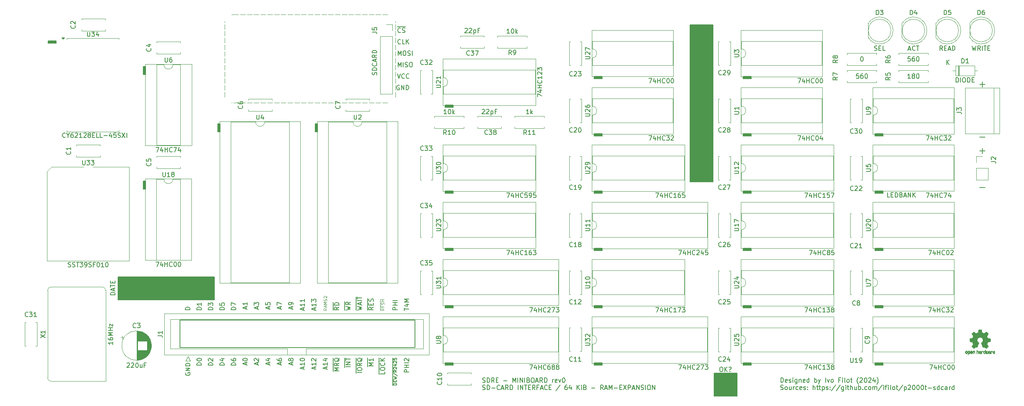
<source format=gbr>
%TF.GenerationSoftware,KiCad,Pcbnew,8.0.2*%
%TF.CreationDate,2024-08-04T17:16:15+02:00*%
%TF.ProjectId,internal-sdcard-interface,696e7465-726e-4616-9c2d-736463617264,P2000T Multifunctiebord*%
%TF.SameCoordinates,Original*%
%TF.FileFunction,Legend,Top*%
%TF.FilePolarity,Positive*%
%FSLAX46Y46*%
G04 Gerber Fmt 4.6, Leading zero omitted, Abs format (unit mm)*
G04 Created by KiCad (PCBNEW 8.0.2) date 2024-08-04 17:16:15*
%MOMM*%
%LPD*%
G01*
G04 APERTURE LIST*
%ADD10C,0.150000*%
%ADD11C,0.100000*%
%ADD12C,0.010000*%
%ADD13C,0.120000*%
G04 APERTURE END LIST*
D10*
X233476969Y-92833819D02*
X233000779Y-92833819D01*
X233000779Y-92833819D02*
X233000779Y-91833819D01*
X233810303Y-92310009D02*
X234143636Y-92310009D01*
X234286493Y-92833819D02*
X233810303Y-92833819D01*
X233810303Y-92833819D02*
X233810303Y-91833819D01*
X233810303Y-91833819D02*
X234286493Y-91833819D01*
X234715065Y-92833819D02*
X234715065Y-91833819D01*
X234715065Y-91833819D02*
X234953160Y-91833819D01*
X234953160Y-91833819D02*
X235096017Y-91881438D01*
X235096017Y-91881438D02*
X235191255Y-91976676D01*
X235191255Y-91976676D02*
X235238874Y-92071914D01*
X235238874Y-92071914D02*
X235286493Y-92262390D01*
X235286493Y-92262390D02*
X235286493Y-92405247D01*
X235286493Y-92405247D02*
X235238874Y-92595723D01*
X235238874Y-92595723D02*
X235191255Y-92690961D01*
X235191255Y-92690961D02*
X235096017Y-92786200D01*
X235096017Y-92786200D02*
X234953160Y-92833819D01*
X234953160Y-92833819D02*
X234715065Y-92833819D01*
X236048398Y-92310009D02*
X236191255Y-92357628D01*
X236191255Y-92357628D02*
X236238874Y-92405247D01*
X236238874Y-92405247D02*
X236286493Y-92500485D01*
X236286493Y-92500485D02*
X236286493Y-92643342D01*
X236286493Y-92643342D02*
X236238874Y-92738580D01*
X236238874Y-92738580D02*
X236191255Y-92786200D01*
X236191255Y-92786200D02*
X236096017Y-92833819D01*
X236096017Y-92833819D02*
X235715065Y-92833819D01*
X235715065Y-92833819D02*
X235715065Y-91833819D01*
X235715065Y-91833819D02*
X236048398Y-91833819D01*
X236048398Y-91833819D02*
X236143636Y-91881438D01*
X236143636Y-91881438D02*
X236191255Y-91929057D01*
X236191255Y-91929057D02*
X236238874Y-92024295D01*
X236238874Y-92024295D02*
X236238874Y-92119533D01*
X236238874Y-92119533D02*
X236191255Y-92214771D01*
X236191255Y-92214771D02*
X236143636Y-92262390D01*
X236143636Y-92262390D02*
X236048398Y-92310009D01*
X236048398Y-92310009D02*
X235715065Y-92310009D01*
X236667446Y-92548104D02*
X237143636Y-92548104D01*
X236572208Y-92833819D02*
X236905541Y-91833819D01*
X236905541Y-91833819D02*
X237238874Y-92833819D01*
X237572208Y-92833819D02*
X237572208Y-91833819D01*
X237572208Y-91833819D02*
X238143636Y-92833819D01*
X238143636Y-92833819D02*
X238143636Y-91833819D01*
X238619827Y-92833819D02*
X238619827Y-91833819D01*
X239191255Y-92833819D02*
X238762684Y-92262390D01*
X239191255Y-91833819D02*
X238619827Y-92405247D01*
X189230000Y-54610000D02*
X194310000Y-54610000D01*
X194310000Y-89408000D01*
X189230000Y-89408000D01*
X189230000Y-54610000D01*
G36*
X189230000Y-54610000D02*
G01*
X194310000Y-54610000D01*
X194310000Y-89408000D01*
X189230000Y-89408000D01*
X189230000Y-54610000D01*
G37*
X209378779Y-133895875D02*
X209378779Y-132895875D01*
X209378779Y-132895875D02*
X209616874Y-132895875D01*
X209616874Y-132895875D02*
X209759731Y-132943494D01*
X209759731Y-132943494D02*
X209854969Y-133038732D01*
X209854969Y-133038732D02*
X209902588Y-133133970D01*
X209902588Y-133133970D02*
X209950207Y-133324446D01*
X209950207Y-133324446D02*
X209950207Y-133467303D01*
X209950207Y-133467303D02*
X209902588Y-133657779D01*
X209902588Y-133657779D02*
X209854969Y-133753017D01*
X209854969Y-133753017D02*
X209759731Y-133848256D01*
X209759731Y-133848256D02*
X209616874Y-133895875D01*
X209616874Y-133895875D02*
X209378779Y-133895875D01*
X210759731Y-133848256D02*
X210664493Y-133895875D01*
X210664493Y-133895875D02*
X210474017Y-133895875D01*
X210474017Y-133895875D02*
X210378779Y-133848256D01*
X210378779Y-133848256D02*
X210331160Y-133753017D01*
X210331160Y-133753017D02*
X210331160Y-133372065D01*
X210331160Y-133372065D02*
X210378779Y-133276827D01*
X210378779Y-133276827D02*
X210474017Y-133229208D01*
X210474017Y-133229208D02*
X210664493Y-133229208D01*
X210664493Y-133229208D02*
X210759731Y-133276827D01*
X210759731Y-133276827D02*
X210807350Y-133372065D01*
X210807350Y-133372065D02*
X210807350Y-133467303D01*
X210807350Y-133467303D02*
X210331160Y-133562541D01*
X211188303Y-133848256D02*
X211283541Y-133895875D01*
X211283541Y-133895875D02*
X211474017Y-133895875D01*
X211474017Y-133895875D02*
X211569255Y-133848256D01*
X211569255Y-133848256D02*
X211616874Y-133753017D01*
X211616874Y-133753017D02*
X211616874Y-133705398D01*
X211616874Y-133705398D02*
X211569255Y-133610160D01*
X211569255Y-133610160D02*
X211474017Y-133562541D01*
X211474017Y-133562541D02*
X211331160Y-133562541D01*
X211331160Y-133562541D02*
X211235922Y-133514922D01*
X211235922Y-133514922D02*
X211188303Y-133419684D01*
X211188303Y-133419684D02*
X211188303Y-133372065D01*
X211188303Y-133372065D02*
X211235922Y-133276827D01*
X211235922Y-133276827D02*
X211331160Y-133229208D01*
X211331160Y-133229208D02*
X211474017Y-133229208D01*
X211474017Y-133229208D02*
X211569255Y-133276827D01*
X212045446Y-133895875D02*
X212045446Y-133229208D01*
X212045446Y-132895875D02*
X211997827Y-132943494D01*
X211997827Y-132943494D02*
X212045446Y-132991113D01*
X212045446Y-132991113D02*
X212093065Y-132943494D01*
X212093065Y-132943494D02*
X212045446Y-132895875D01*
X212045446Y-132895875D02*
X212045446Y-132991113D01*
X212950207Y-133229208D02*
X212950207Y-134038732D01*
X212950207Y-134038732D02*
X212902588Y-134133970D01*
X212902588Y-134133970D02*
X212854969Y-134181589D01*
X212854969Y-134181589D02*
X212759731Y-134229208D01*
X212759731Y-134229208D02*
X212616874Y-134229208D01*
X212616874Y-134229208D02*
X212521636Y-134181589D01*
X212950207Y-133848256D02*
X212854969Y-133895875D01*
X212854969Y-133895875D02*
X212664493Y-133895875D01*
X212664493Y-133895875D02*
X212569255Y-133848256D01*
X212569255Y-133848256D02*
X212521636Y-133800636D01*
X212521636Y-133800636D02*
X212474017Y-133705398D01*
X212474017Y-133705398D02*
X212474017Y-133419684D01*
X212474017Y-133419684D02*
X212521636Y-133324446D01*
X212521636Y-133324446D02*
X212569255Y-133276827D01*
X212569255Y-133276827D02*
X212664493Y-133229208D01*
X212664493Y-133229208D02*
X212854969Y-133229208D01*
X212854969Y-133229208D02*
X212950207Y-133276827D01*
X213426398Y-133229208D02*
X213426398Y-133895875D01*
X213426398Y-133324446D02*
X213474017Y-133276827D01*
X213474017Y-133276827D02*
X213569255Y-133229208D01*
X213569255Y-133229208D02*
X213712112Y-133229208D01*
X213712112Y-133229208D02*
X213807350Y-133276827D01*
X213807350Y-133276827D02*
X213854969Y-133372065D01*
X213854969Y-133372065D02*
X213854969Y-133895875D01*
X214712112Y-133848256D02*
X214616874Y-133895875D01*
X214616874Y-133895875D02*
X214426398Y-133895875D01*
X214426398Y-133895875D02*
X214331160Y-133848256D01*
X214331160Y-133848256D02*
X214283541Y-133753017D01*
X214283541Y-133753017D02*
X214283541Y-133372065D01*
X214283541Y-133372065D02*
X214331160Y-133276827D01*
X214331160Y-133276827D02*
X214426398Y-133229208D01*
X214426398Y-133229208D02*
X214616874Y-133229208D01*
X214616874Y-133229208D02*
X214712112Y-133276827D01*
X214712112Y-133276827D02*
X214759731Y-133372065D01*
X214759731Y-133372065D02*
X214759731Y-133467303D01*
X214759731Y-133467303D02*
X214283541Y-133562541D01*
X215616874Y-133895875D02*
X215616874Y-132895875D01*
X215616874Y-133848256D02*
X215521636Y-133895875D01*
X215521636Y-133895875D02*
X215331160Y-133895875D01*
X215331160Y-133895875D02*
X215235922Y-133848256D01*
X215235922Y-133848256D02*
X215188303Y-133800636D01*
X215188303Y-133800636D02*
X215140684Y-133705398D01*
X215140684Y-133705398D02*
X215140684Y-133419684D01*
X215140684Y-133419684D02*
X215188303Y-133324446D01*
X215188303Y-133324446D02*
X215235922Y-133276827D01*
X215235922Y-133276827D02*
X215331160Y-133229208D01*
X215331160Y-133229208D02*
X215521636Y-133229208D01*
X215521636Y-133229208D02*
X215616874Y-133276827D01*
X216854970Y-133895875D02*
X216854970Y-132895875D01*
X216854970Y-133276827D02*
X216950208Y-133229208D01*
X216950208Y-133229208D02*
X217140684Y-133229208D01*
X217140684Y-133229208D02*
X217235922Y-133276827D01*
X217235922Y-133276827D02*
X217283541Y-133324446D01*
X217283541Y-133324446D02*
X217331160Y-133419684D01*
X217331160Y-133419684D02*
X217331160Y-133705398D01*
X217331160Y-133705398D02*
X217283541Y-133800636D01*
X217283541Y-133800636D02*
X217235922Y-133848256D01*
X217235922Y-133848256D02*
X217140684Y-133895875D01*
X217140684Y-133895875D02*
X216950208Y-133895875D01*
X216950208Y-133895875D02*
X216854970Y-133848256D01*
X217664494Y-133229208D02*
X217902589Y-133895875D01*
X218140684Y-133229208D02*
X217902589Y-133895875D01*
X217902589Y-133895875D02*
X217807351Y-134133970D01*
X217807351Y-134133970D02*
X217759732Y-134181589D01*
X217759732Y-134181589D02*
X217664494Y-134229208D01*
X219283542Y-133895875D02*
X219283542Y-132895875D01*
X219664494Y-133229208D02*
X219902589Y-133895875D01*
X219902589Y-133895875D02*
X220140684Y-133229208D01*
X220664494Y-133895875D02*
X220569256Y-133848256D01*
X220569256Y-133848256D02*
X220521637Y-133800636D01*
X220521637Y-133800636D02*
X220474018Y-133705398D01*
X220474018Y-133705398D02*
X220474018Y-133419684D01*
X220474018Y-133419684D02*
X220521637Y-133324446D01*
X220521637Y-133324446D02*
X220569256Y-133276827D01*
X220569256Y-133276827D02*
X220664494Y-133229208D01*
X220664494Y-133229208D02*
X220807351Y-133229208D01*
X220807351Y-133229208D02*
X220902589Y-133276827D01*
X220902589Y-133276827D02*
X220950208Y-133324446D01*
X220950208Y-133324446D02*
X220997827Y-133419684D01*
X220997827Y-133419684D02*
X220997827Y-133705398D01*
X220997827Y-133705398D02*
X220950208Y-133800636D01*
X220950208Y-133800636D02*
X220902589Y-133848256D01*
X220902589Y-133848256D02*
X220807351Y-133895875D01*
X220807351Y-133895875D02*
X220664494Y-133895875D01*
X222521637Y-133372065D02*
X222188304Y-133372065D01*
X222188304Y-133895875D02*
X222188304Y-132895875D01*
X222188304Y-132895875D02*
X222664494Y-132895875D01*
X223045447Y-133895875D02*
X223045447Y-133229208D01*
X223045447Y-132895875D02*
X222997828Y-132943494D01*
X222997828Y-132943494D02*
X223045447Y-132991113D01*
X223045447Y-132991113D02*
X223093066Y-132943494D01*
X223093066Y-132943494D02*
X223045447Y-132895875D01*
X223045447Y-132895875D02*
X223045447Y-132991113D01*
X223664494Y-133895875D02*
X223569256Y-133848256D01*
X223569256Y-133848256D02*
X223521637Y-133753017D01*
X223521637Y-133753017D02*
X223521637Y-132895875D01*
X224188304Y-133895875D02*
X224093066Y-133848256D01*
X224093066Y-133848256D02*
X224045447Y-133800636D01*
X224045447Y-133800636D02*
X223997828Y-133705398D01*
X223997828Y-133705398D02*
X223997828Y-133419684D01*
X223997828Y-133419684D02*
X224045447Y-133324446D01*
X224045447Y-133324446D02*
X224093066Y-133276827D01*
X224093066Y-133276827D02*
X224188304Y-133229208D01*
X224188304Y-133229208D02*
X224331161Y-133229208D01*
X224331161Y-133229208D02*
X224426399Y-133276827D01*
X224426399Y-133276827D02*
X224474018Y-133324446D01*
X224474018Y-133324446D02*
X224521637Y-133419684D01*
X224521637Y-133419684D02*
X224521637Y-133705398D01*
X224521637Y-133705398D02*
X224474018Y-133800636D01*
X224474018Y-133800636D02*
X224426399Y-133848256D01*
X224426399Y-133848256D02*
X224331161Y-133895875D01*
X224331161Y-133895875D02*
X224188304Y-133895875D01*
X224807352Y-133229208D02*
X225188304Y-133229208D01*
X224950209Y-132895875D02*
X224950209Y-133753017D01*
X224950209Y-133753017D02*
X224997828Y-133848256D01*
X224997828Y-133848256D02*
X225093066Y-133895875D01*
X225093066Y-133895875D02*
X225188304Y-133895875D01*
X226569257Y-134276827D02*
X226521638Y-134229208D01*
X226521638Y-134229208D02*
X226426400Y-134086351D01*
X226426400Y-134086351D02*
X226378781Y-133991113D01*
X226378781Y-133991113D02*
X226331162Y-133848256D01*
X226331162Y-133848256D02*
X226283543Y-133610160D01*
X226283543Y-133610160D02*
X226283543Y-133419684D01*
X226283543Y-133419684D02*
X226331162Y-133181589D01*
X226331162Y-133181589D02*
X226378781Y-133038732D01*
X226378781Y-133038732D02*
X226426400Y-132943494D01*
X226426400Y-132943494D02*
X226521638Y-132800636D01*
X226521638Y-132800636D02*
X226569257Y-132753017D01*
X226902591Y-132991113D02*
X226950210Y-132943494D01*
X226950210Y-132943494D02*
X227045448Y-132895875D01*
X227045448Y-132895875D02*
X227283543Y-132895875D01*
X227283543Y-132895875D02*
X227378781Y-132943494D01*
X227378781Y-132943494D02*
X227426400Y-132991113D01*
X227426400Y-132991113D02*
X227474019Y-133086351D01*
X227474019Y-133086351D02*
X227474019Y-133181589D01*
X227474019Y-133181589D02*
X227426400Y-133324446D01*
X227426400Y-133324446D02*
X226854972Y-133895875D01*
X226854972Y-133895875D02*
X227474019Y-133895875D01*
X228093067Y-132895875D02*
X228188305Y-132895875D01*
X228188305Y-132895875D02*
X228283543Y-132943494D01*
X228283543Y-132943494D02*
X228331162Y-132991113D01*
X228331162Y-132991113D02*
X228378781Y-133086351D01*
X228378781Y-133086351D02*
X228426400Y-133276827D01*
X228426400Y-133276827D02*
X228426400Y-133514922D01*
X228426400Y-133514922D02*
X228378781Y-133705398D01*
X228378781Y-133705398D02*
X228331162Y-133800636D01*
X228331162Y-133800636D02*
X228283543Y-133848256D01*
X228283543Y-133848256D02*
X228188305Y-133895875D01*
X228188305Y-133895875D02*
X228093067Y-133895875D01*
X228093067Y-133895875D02*
X227997829Y-133848256D01*
X227997829Y-133848256D02*
X227950210Y-133800636D01*
X227950210Y-133800636D02*
X227902591Y-133705398D01*
X227902591Y-133705398D02*
X227854972Y-133514922D01*
X227854972Y-133514922D02*
X227854972Y-133276827D01*
X227854972Y-133276827D02*
X227902591Y-133086351D01*
X227902591Y-133086351D02*
X227950210Y-132991113D01*
X227950210Y-132991113D02*
X227997829Y-132943494D01*
X227997829Y-132943494D02*
X228093067Y-132895875D01*
X228807353Y-132991113D02*
X228854972Y-132943494D01*
X228854972Y-132943494D02*
X228950210Y-132895875D01*
X228950210Y-132895875D02*
X229188305Y-132895875D01*
X229188305Y-132895875D02*
X229283543Y-132943494D01*
X229283543Y-132943494D02*
X229331162Y-132991113D01*
X229331162Y-132991113D02*
X229378781Y-133086351D01*
X229378781Y-133086351D02*
X229378781Y-133181589D01*
X229378781Y-133181589D02*
X229331162Y-133324446D01*
X229331162Y-133324446D02*
X228759734Y-133895875D01*
X228759734Y-133895875D02*
X229378781Y-133895875D01*
X230235924Y-133229208D02*
X230235924Y-133895875D01*
X229997829Y-132848256D02*
X229759734Y-133562541D01*
X229759734Y-133562541D02*
X230378781Y-133562541D01*
X230664496Y-134276827D02*
X230712115Y-134229208D01*
X230712115Y-134229208D02*
X230807353Y-134086351D01*
X230807353Y-134086351D02*
X230854972Y-133991113D01*
X230854972Y-133991113D02*
X230902591Y-133848256D01*
X230902591Y-133848256D02*
X230950210Y-133610160D01*
X230950210Y-133610160D02*
X230950210Y-133419684D01*
X230950210Y-133419684D02*
X230902591Y-133181589D01*
X230902591Y-133181589D02*
X230854972Y-133038732D01*
X230854972Y-133038732D02*
X230807353Y-132943494D01*
X230807353Y-132943494D02*
X230712115Y-132800636D01*
X230712115Y-132800636D02*
X230664496Y-132753017D01*
X209331160Y-135458200D02*
X209474017Y-135505819D01*
X209474017Y-135505819D02*
X209712112Y-135505819D01*
X209712112Y-135505819D02*
X209807350Y-135458200D01*
X209807350Y-135458200D02*
X209854969Y-135410580D01*
X209854969Y-135410580D02*
X209902588Y-135315342D01*
X209902588Y-135315342D02*
X209902588Y-135220104D01*
X209902588Y-135220104D02*
X209854969Y-135124866D01*
X209854969Y-135124866D02*
X209807350Y-135077247D01*
X209807350Y-135077247D02*
X209712112Y-135029628D01*
X209712112Y-135029628D02*
X209521636Y-134982009D01*
X209521636Y-134982009D02*
X209426398Y-134934390D01*
X209426398Y-134934390D02*
X209378779Y-134886771D01*
X209378779Y-134886771D02*
X209331160Y-134791533D01*
X209331160Y-134791533D02*
X209331160Y-134696295D01*
X209331160Y-134696295D02*
X209378779Y-134601057D01*
X209378779Y-134601057D02*
X209426398Y-134553438D01*
X209426398Y-134553438D02*
X209521636Y-134505819D01*
X209521636Y-134505819D02*
X209759731Y-134505819D01*
X209759731Y-134505819D02*
X209902588Y-134553438D01*
X210474017Y-135505819D02*
X210378779Y-135458200D01*
X210378779Y-135458200D02*
X210331160Y-135410580D01*
X210331160Y-135410580D02*
X210283541Y-135315342D01*
X210283541Y-135315342D02*
X210283541Y-135029628D01*
X210283541Y-135029628D02*
X210331160Y-134934390D01*
X210331160Y-134934390D02*
X210378779Y-134886771D01*
X210378779Y-134886771D02*
X210474017Y-134839152D01*
X210474017Y-134839152D02*
X210616874Y-134839152D01*
X210616874Y-134839152D02*
X210712112Y-134886771D01*
X210712112Y-134886771D02*
X210759731Y-134934390D01*
X210759731Y-134934390D02*
X210807350Y-135029628D01*
X210807350Y-135029628D02*
X210807350Y-135315342D01*
X210807350Y-135315342D02*
X210759731Y-135410580D01*
X210759731Y-135410580D02*
X210712112Y-135458200D01*
X210712112Y-135458200D02*
X210616874Y-135505819D01*
X210616874Y-135505819D02*
X210474017Y-135505819D01*
X211664493Y-134839152D02*
X211664493Y-135505819D01*
X211235922Y-134839152D02*
X211235922Y-135362961D01*
X211235922Y-135362961D02*
X211283541Y-135458200D01*
X211283541Y-135458200D02*
X211378779Y-135505819D01*
X211378779Y-135505819D02*
X211521636Y-135505819D01*
X211521636Y-135505819D02*
X211616874Y-135458200D01*
X211616874Y-135458200D02*
X211664493Y-135410580D01*
X212140684Y-135505819D02*
X212140684Y-134839152D01*
X212140684Y-135029628D02*
X212188303Y-134934390D01*
X212188303Y-134934390D02*
X212235922Y-134886771D01*
X212235922Y-134886771D02*
X212331160Y-134839152D01*
X212331160Y-134839152D02*
X212426398Y-134839152D01*
X213188303Y-135458200D02*
X213093065Y-135505819D01*
X213093065Y-135505819D02*
X212902589Y-135505819D01*
X212902589Y-135505819D02*
X212807351Y-135458200D01*
X212807351Y-135458200D02*
X212759732Y-135410580D01*
X212759732Y-135410580D02*
X212712113Y-135315342D01*
X212712113Y-135315342D02*
X212712113Y-135029628D01*
X212712113Y-135029628D02*
X212759732Y-134934390D01*
X212759732Y-134934390D02*
X212807351Y-134886771D01*
X212807351Y-134886771D02*
X212902589Y-134839152D01*
X212902589Y-134839152D02*
X213093065Y-134839152D01*
X213093065Y-134839152D02*
X213188303Y-134886771D01*
X213997827Y-135458200D02*
X213902589Y-135505819D01*
X213902589Y-135505819D02*
X213712113Y-135505819D01*
X213712113Y-135505819D02*
X213616875Y-135458200D01*
X213616875Y-135458200D02*
X213569256Y-135362961D01*
X213569256Y-135362961D02*
X213569256Y-134982009D01*
X213569256Y-134982009D02*
X213616875Y-134886771D01*
X213616875Y-134886771D02*
X213712113Y-134839152D01*
X213712113Y-134839152D02*
X213902589Y-134839152D01*
X213902589Y-134839152D02*
X213997827Y-134886771D01*
X213997827Y-134886771D02*
X214045446Y-134982009D01*
X214045446Y-134982009D02*
X214045446Y-135077247D01*
X214045446Y-135077247D02*
X213569256Y-135172485D01*
X214426399Y-135458200D02*
X214521637Y-135505819D01*
X214521637Y-135505819D02*
X214712113Y-135505819D01*
X214712113Y-135505819D02*
X214807351Y-135458200D01*
X214807351Y-135458200D02*
X214854970Y-135362961D01*
X214854970Y-135362961D02*
X214854970Y-135315342D01*
X214854970Y-135315342D02*
X214807351Y-135220104D01*
X214807351Y-135220104D02*
X214712113Y-135172485D01*
X214712113Y-135172485D02*
X214569256Y-135172485D01*
X214569256Y-135172485D02*
X214474018Y-135124866D01*
X214474018Y-135124866D02*
X214426399Y-135029628D01*
X214426399Y-135029628D02*
X214426399Y-134982009D01*
X214426399Y-134982009D02*
X214474018Y-134886771D01*
X214474018Y-134886771D02*
X214569256Y-134839152D01*
X214569256Y-134839152D02*
X214712113Y-134839152D01*
X214712113Y-134839152D02*
X214807351Y-134886771D01*
X215283542Y-135410580D02*
X215331161Y-135458200D01*
X215331161Y-135458200D02*
X215283542Y-135505819D01*
X215283542Y-135505819D02*
X215235923Y-135458200D01*
X215235923Y-135458200D02*
X215283542Y-135410580D01*
X215283542Y-135410580D02*
X215283542Y-135505819D01*
X215283542Y-134886771D02*
X215331161Y-134934390D01*
X215331161Y-134934390D02*
X215283542Y-134982009D01*
X215283542Y-134982009D02*
X215235923Y-134934390D01*
X215235923Y-134934390D02*
X215283542Y-134886771D01*
X215283542Y-134886771D02*
X215283542Y-134982009D01*
X216521637Y-135505819D02*
X216521637Y-134505819D01*
X216950208Y-135505819D02*
X216950208Y-134982009D01*
X216950208Y-134982009D02*
X216902589Y-134886771D01*
X216902589Y-134886771D02*
X216807351Y-134839152D01*
X216807351Y-134839152D02*
X216664494Y-134839152D01*
X216664494Y-134839152D02*
X216569256Y-134886771D01*
X216569256Y-134886771D02*
X216521637Y-134934390D01*
X217283542Y-134839152D02*
X217664494Y-134839152D01*
X217426399Y-134505819D02*
X217426399Y-135362961D01*
X217426399Y-135362961D02*
X217474018Y-135458200D01*
X217474018Y-135458200D02*
X217569256Y-135505819D01*
X217569256Y-135505819D02*
X217664494Y-135505819D01*
X217854971Y-134839152D02*
X218235923Y-134839152D01*
X217997828Y-134505819D02*
X217997828Y-135362961D01*
X217997828Y-135362961D02*
X218045447Y-135458200D01*
X218045447Y-135458200D02*
X218140685Y-135505819D01*
X218140685Y-135505819D02*
X218235923Y-135505819D01*
X218569257Y-134839152D02*
X218569257Y-135839152D01*
X218569257Y-134886771D02*
X218664495Y-134839152D01*
X218664495Y-134839152D02*
X218854971Y-134839152D01*
X218854971Y-134839152D02*
X218950209Y-134886771D01*
X218950209Y-134886771D02*
X218997828Y-134934390D01*
X218997828Y-134934390D02*
X219045447Y-135029628D01*
X219045447Y-135029628D02*
X219045447Y-135315342D01*
X219045447Y-135315342D02*
X218997828Y-135410580D01*
X218997828Y-135410580D02*
X218950209Y-135458200D01*
X218950209Y-135458200D02*
X218854971Y-135505819D01*
X218854971Y-135505819D02*
X218664495Y-135505819D01*
X218664495Y-135505819D02*
X218569257Y-135458200D01*
X219426400Y-135458200D02*
X219521638Y-135505819D01*
X219521638Y-135505819D02*
X219712114Y-135505819D01*
X219712114Y-135505819D02*
X219807352Y-135458200D01*
X219807352Y-135458200D02*
X219854971Y-135362961D01*
X219854971Y-135362961D02*
X219854971Y-135315342D01*
X219854971Y-135315342D02*
X219807352Y-135220104D01*
X219807352Y-135220104D02*
X219712114Y-135172485D01*
X219712114Y-135172485D02*
X219569257Y-135172485D01*
X219569257Y-135172485D02*
X219474019Y-135124866D01*
X219474019Y-135124866D02*
X219426400Y-135029628D01*
X219426400Y-135029628D02*
X219426400Y-134982009D01*
X219426400Y-134982009D02*
X219474019Y-134886771D01*
X219474019Y-134886771D02*
X219569257Y-134839152D01*
X219569257Y-134839152D02*
X219712114Y-134839152D01*
X219712114Y-134839152D02*
X219807352Y-134886771D01*
X220283543Y-135410580D02*
X220331162Y-135458200D01*
X220331162Y-135458200D02*
X220283543Y-135505819D01*
X220283543Y-135505819D02*
X220235924Y-135458200D01*
X220235924Y-135458200D02*
X220283543Y-135410580D01*
X220283543Y-135410580D02*
X220283543Y-135505819D01*
X220283543Y-134886771D02*
X220331162Y-134934390D01*
X220331162Y-134934390D02*
X220283543Y-134982009D01*
X220283543Y-134982009D02*
X220235924Y-134934390D01*
X220235924Y-134934390D02*
X220283543Y-134886771D01*
X220283543Y-134886771D02*
X220283543Y-134982009D01*
X221474018Y-134458200D02*
X220616876Y-135743914D01*
X222521637Y-134458200D02*
X221664495Y-135743914D01*
X223283542Y-134839152D02*
X223283542Y-135648676D01*
X223283542Y-135648676D02*
X223235923Y-135743914D01*
X223235923Y-135743914D02*
X223188304Y-135791533D01*
X223188304Y-135791533D02*
X223093066Y-135839152D01*
X223093066Y-135839152D02*
X222950209Y-135839152D01*
X222950209Y-135839152D02*
X222854971Y-135791533D01*
X223283542Y-135458200D02*
X223188304Y-135505819D01*
X223188304Y-135505819D02*
X222997828Y-135505819D01*
X222997828Y-135505819D02*
X222902590Y-135458200D01*
X222902590Y-135458200D02*
X222854971Y-135410580D01*
X222854971Y-135410580D02*
X222807352Y-135315342D01*
X222807352Y-135315342D02*
X222807352Y-135029628D01*
X222807352Y-135029628D02*
X222854971Y-134934390D01*
X222854971Y-134934390D02*
X222902590Y-134886771D01*
X222902590Y-134886771D02*
X222997828Y-134839152D01*
X222997828Y-134839152D02*
X223188304Y-134839152D01*
X223188304Y-134839152D02*
X223283542Y-134886771D01*
X223759733Y-135505819D02*
X223759733Y-134839152D01*
X223759733Y-134505819D02*
X223712114Y-134553438D01*
X223712114Y-134553438D02*
X223759733Y-134601057D01*
X223759733Y-134601057D02*
X223807352Y-134553438D01*
X223807352Y-134553438D02*
X223759733Y-134505819D01*
X223759733Y-134505819D02*
X223759733Y-134601057D01*
X224093066Y-134839152D02*
X224474018Y-134839152D01*
X224235923Y-134505819D02*
X224235923Y-135362961D01*
X224235923Y-135362961D02*
X224283542Y-135458200D01*
X224283542Y-135458200D02*
X224378780Y-135505819D01*
X224378780Y-135505819D02*
X224474018Y-135505819D01*
X224807352Y-135505819D02*
X224807352Y-134505819D01*
X225235923Y-135505819D02*
X225235923Y-134982009D01*
X225235923Y-134982009D02*
X225188304Y-134886771D01*
X225188304Y-134886771D02*
X225093066Y-134839152D01*
X225093066Y-134839152D02*
X224950209Y-134839152D01*
X224950209Y-134839152D02*
X224854971Y-134886771D01*
X224854971Y-134886771D02*
X224807352Y-134934390D01*
X226140685Y-134839152D02*
X226140685Y-135505819D01*
X225712114Y-134839152D02*
X225712114Y-135362961D01*
X225712114Y-135362961D02*
X225759733Y-135458200D01*
X225759733Y-135458200D02*
X225854971Y-135505819D01*
X225854971Y-135505819D02*
X225997828Y-135505819D01*
X225997828Y-135505819D02*
X226093066Y-135458200D01*
X226093066Y-135458200D02*
X226140685Y-135410580D01*
X226616876Y-135505819D02*
X226616876Y-134505819D01*
X226616876Y-134886771D02*
X226712114Y-134839152D01*
X226712114Y-134839152D02*
X226902590Y-134839152D01*
X226902590Y-134839152D02*
X226997828Y-134886771D01*
X226997828Y-134886771D02*
X227045447Y-134934390D01*
X227045447Y-134934390D02*
X227093066Y-135029628D01*
X227093066Y-135029628D02*
X227093066Y-135315342D01*
X227093066Y-135315342D02*
X227045447Y-135410580D01*
X227045447Y-135410580D02*
X226997828Y-135458200D01*
X226997828Y-135458200D02*
X226902590Y-135505819D01*
X226902590Y-135505819D02*
X226712114Y-135505819D01*
X226712114Y-135505819D02*
X226616876Y-135458200D01*
X227521638Y-135410580D02*
X227569257Y-135458200D01*
X227569257Y-135458200D02*
X227521638Y-135505819D01*
X227521638Y-135505819D02*
X227474019Y-135458200D01*
X227474019Y-135458200D02*
X227521638Y-135410580D01*
X227521638Y-135410580D02*
X227521638Y-135505819D01*
X228426399Y-135458200D02*
X228331161Y-135505819D01*
X228331161Y-135505819D02*
X228140685Y-135505819D01*
X228140685Y-135505819D02*
X228045447Y-135458200D01*
X228045447Y-135458200D02*
X227997828Y-135410580D01*
X227997828Y-135410580D02*
X227950209Y-135315342D01*
X227950209Y-135315342D02*
X227950209Y-135029628D01*
X227950209Y-135029628D02*
X227997828Y-134934390D01*
X227997828Y-134934390D02*
X228045447Y-134886771D01*
X228045447Y-134886771D02*
X228140685Y-134839152D01*
X228140685Y-134839152D02*
X228331161Y-134839152D01*
X228331161Y-134839152D02*
X228426399Y-134886771D01*
X228997828Y-135505819D02*
X228902590Y-135458200D01*
X228902590Y-135458200D02*
X228854971Y-135410580D01*
X228854971Y-135410580D02*
X228807352Y-135315342D01*
X228807352Y-135315342D02*
X228807352Y-135029628D01*
X228807352Y-135029628D02*
X228854971Y-134934390D01*
X228854971Y-134934390D02*
X228902590Y-134886771D01*
X228902590Y-134886771D02*
X228997828Y-134839152D01*
X228997828Y-134839152D02*
X229140685Y-134839152D01*
X229140685Y-134839152D02*
X229235923Y-134886771D01*
X229235923Y-134886771D02*
X229283542Y-134934390D01*
X229283542Y-134934390D02*
X229331161Y-135029628D01*
X229331161Y-135029628D02*
X229331161Y-135315342D01*
X229331161Y-135315342D02*
X229283542Y-135410580D01*
X229283542Y-135410580D02*
X229235923Y-135458200D01*
X229235923Y-135458200D02*
X229140685Y-135505819D01*
X229140685Y-135505819D02*
X228997828Y-135505819D01*
X229759733Y-135505819D02*
X229759733Y-134839152D01*
X229759733Y-134934390D02*
X229807352Y-134886771D01*
X229807352Y-134886771D02*
X229902590Y-134839152D01*
X229902590Y-134839152D02*
X230045447Y-134839152D01*
X230045447Y-134839152D02*
X230140685Y-134886771D01*
X230140685Y-134886771D02*
X230188304Y-134982009D01*
X230188304Y-134982009D02*
X230188304Y-135505819D01*
X230188304Y-134982009D02*
X230235923Y-134886771D01*
X230235923Y-134886771D02*
X230331161Y-134839152D01*
X230331161Y-134839152D02*
X230474018Y-134839152D01*
X230474018Y-134839152D02*
X230569257Y-134886771D01*
X230569257Y-134886771D02*
X230616876Y-134982009D01*
X230616876Y-134982009D02*
X230616876Y-135505819D01*
X231807351Y-134458200D02*
X230950209Y-135743914D01*
X232140685Y-135505819D02*
X232140685Y-134839152D01*
X232140685Y-134505819D02*
X232093066Y-134553438D01*
X232093066Y-134553438D02*
X232140685Y-134601057D01*
X232140685Y-134601057D02*
X232188304Y-134553438D01*
X232188304Y-134553438D02*
X232140685Y-134505819D01*
X232140685Y-134505819D02*
X232140685Y-134601057D01*
X232474018Y-134839152D02*
X232854970Y-134839152D01*
X232616875Y-135505819D02*
X232616875Y-134648676D01*
X232616875Y-134648676D02*
X232664494Y-134553438D01*
X232664494Y-134553438D02*
X232759732Y-134505819D01*
X232759732Y-134505819D02*
X232854970Y-134505819D01*
X233188304Y-135505819D02*
X233188304Y-134839152D01*
X233188304Y-134505819D02*
X233140685Y-134553438D01*
X233140685Y-134553438D02*
X233188304Y-134601057D01*
X233188304Y-134601057D02*
X233235923Y-134553438D01*
X233235923Y-134553438D02*
X233188304Y-134505819D01*
X233188304Y-134505819D02*
X233188304Y-134601057D01*
X233807351Y-135505819D02*
X233712113Y-135458200D01*
X233712113Y-135458200D02*
X233664494Y-135362961D01*
X233664494Y-135362961D02*
X233664494Y-134505819D01*
X234331161Y-135505819D02*
X234235923Y-135458200D01*
X234235923Y-135458200D02*
X234188304Y-135410580D01*
X234188304Y-135410580D02*
X234140685Y-135315342D01*
X234140685Y-135315342D02*
X234140685Y-135029628D01*
X234140685Y-135029628D02*
X234188304Y-134934390D01*
X234188304Y-134934390D02*
X234235923Y-134886771D01*
X234235923Y-134886771D02*
X234331161Y-134839152D01*
X234331161Y-134839152D02*
X234474018Y-134839152D01*
X234474018Y-134839152D02*
X234569256Y-134886771D01*
X234569256Y-134886771D02*
X234616875Y-134934390D01*
X234616875Y-134934390D02*
X234664494Y-135029628D01*
X234664494Y-135029628D02*
X234664494Y-135315342D01*
X234664494Y-135315342D02*
X234616875Y-135410580D01*
X234616875Y-135410580D02*
X234569256Y-135458200D01*
X234569256Y-135458200D02*
X234474018Y-135505819D01*
X234474018Y-135505819D02*
X234331161Y-135505819D01*
X234950209Y-134839152D02*
X235331161Y-134839152D01*
X235093066Y-134505819D02*
X235093066Y-135362961D01*
X235093066Y-135362961D02*
X235140685Y-135458200D01*
X235140685Y-135458200D02*
X235235923Y-135505819D01*
X235235923Y-135505819D02*
X235331161Y-135505819D01*
X236378780Y-134458200D02*
X235521638Y-135743914D01*
X236712114Y-134839152D02*
X236712114Y-135839152D01*
X236712114Y-134886771D02*
X236807352Y-134839152D01*
X236807352Y-134839152D02*
X236997828Y-134839152D01*
X236997828Y-134839152D02*
X237093066Y-134886771D01*
X237093066Y-134886771D02*
X237140685Y-134934390D01*
X237140685Y-134934390D02*
X237188304Y-135029628D01*
X237188304Y-135029628D02*
X237188304Y-135315342D01*
X237188304Y-135315342D02*
X237140685Y-135410580D01*
X237140685Y-135410580D02*
X237093066Y-135458200D01*
X237093066Y-135458200D02*
X236997828Y-135505819D01*
X236997828Y-135505819D02*
X236807352Y-135505819D01*
X236807352Y-135505819D02*
X236712114Y-135458200D01*
X237569257Y-134601057D02*
X237616876Y-134553438D01*
X237616876Y-134553438D02*
X237712114Y-134505819D01*
X237712114Y-134505819D02*
X237950209Y-134505819D01*
X237950209Y-134505819D02*
X238045447Y-134553438D01*
X238045447Y-134553438D02*
X238093066Y-134601057D01*
X238093066Y-134601057D02*
X238140685Y-134696295D01*
X238140685Y-134696295D02*
X238140685Y-134791533D01*
X238140685Y-134791533D02*
X238093066Y-134934390D01*
X238093066Y-134934390D02*
X237521638Y-135505819D01*
X237521638Y-135505819D02*
X238140685Y-135505819D01*
X238759733Y-134505819D02*
X238854971Y-134505819D01*
X238854971Y-134505819D02*
X238950209Y-134553438D01*
X238950209Y-134553438D02*
X238997828Y-134601057D01*
X238997828Y-134601057D02*
X239045447Y-134696295D01*
X239045447Y-134696295D02*
X239093066Y-134886771D01*
X239093066Y-134886771D02*
X239093066Y-135124866D01*
X239093066Y-135124866D02*
X239045447Y-135315342D01*
X239045447Y-135315342D02*
X238997828Y-135410580D01*
X238997828Y-135410580D02*
X238950209Y-135458200D01*
X238950209Y-135458200D02*
X238854971Y-135505819D01*
X238854971Y-135505819D02*
X238759733Y-135505819D01*
X238759733Y-135505819D02*
X238664495Y-135458200D01*
X238664495Y-135458200D02*
X238616876Y-135410580D01*
X238616876Y-135410580D02*
X238569257Y-135315342D01*
X238569257Y-135315342D02*
X238521638Y-135124866D01*
X238521638Y-135124866D02*
X238521638Y-134886771D01*
X238521638Y-134886771D02*
X238569257Y-134696295D01*
X238569257Y-134696295D02*
X238616876Y-134601057D01*
X238616876Y-134601057D02*
X238664495Y-134553438D01*
X238664495Y-134553438D02*
X238759733Y-134505819D01*
X239712114Y-134505819D02*
X239807352Y-134505819D01*
X239807352Y-134505819D02*
X239902590Y-134553438D01*
X239902590Y-134553438D02*
X239950209Y-134601057D01*
X239950209Y-134601057D02*
X239997828Y-134696295D01*
X239997828Y-134696295D02*
X240045447Y-134886771D01*
X240045447Y-134886771D02*
X240045447Y-135124866D01*
X240045447Y-135124866D02*
X239997828Y-135315342D01*
X239997828Y-135315342D02*
X239950209Y-135410580D01*
X239950209Y-135410580D02*
X239902590Y-135458200D01*
X239902590Y-135458200D02*
X239807352Y-135505819D01*
X239807352Y-135505819D02*
X239712114Y-135505819D01*
X239712114Y-135505819D02*
X239616876Y-135458200D01*
X239616876Y-135458200D02*
X239569257Y-135410580D01*
X239569257Y-135410580D02*
X239521638Y-135315342D01*
X239521638Y-135315342D02*
X239474019Y-135124866D01*
X239474019Y-135124866D02*
X239474019Y-134886771D01*
X239474019Y-134886771D02*
X239521638Y-134696295D01*
X239521638Y-134696295D02*
X239569257Y-134601057D01*
X239569257Y-134601057D02*
X239616876Y-134553438D01*
X239616876Y-134553438D02*
X239712114Y-134505819D01*
X240664495Y-134505819D02*
X240759733Y-134505819D01*
X240759733Y-134505819D02*
X240854971Y-134553438D01*
X240854971Y-134553438D02*
X240902590Y-134601057D01*
X240902590Y-134601057D02*
X240950209Y-134696295D01*
X240950209Y-134696295D02*
X240997828Y-134886771D01*
X240997828Y-134886771D02*
X240997828Y-135124866D01*
X240997828Y-135124866D02*
X240950209Y-135315342D01*
X240950209Y-135315342D02*
X240902590Y-135410580D01*
X240902590Y-135410580D02*
X240854971Y-135458200D01*
X240854971Y-135458200D02*
X240759733Y-135505819D01*
X240759733Y-135505819D02*
X240664495Y-135505819D01*
X240664495Y-135505819D02*
X240569257Y-135458200D01*
X240569257Y-135458200D02*
X240521638Y-135410580D01*
X240521638Y-135410580D02*
X240474019Y-135315342D01*
X240474019Y-135315342D02*
X240426400Y-135124866D01*
X240426400Y-135124866D02*
X240426400Y-134886771D01*
X240426400Y-134886771D02*
X240474019Y-134696295D01*
X240474019Y-134696295D02*
X240521638Y-134601057D01*
X240521638Y-134601057D02*
X240569257Y-134553438D01*
X240569257Y-134553438D02*
X240664495Y-134505819D01*
X241283543Y-134839152D02*
X241664495Y-134839152D01*
X241426400Y-134505819D02*
X241426400Y-135362961D01*
X241426400Y-135362961D02*
X241474019Y-135458200D01*
X241474019Y-135458200D02*
X241569257Y-135505819D01*
X241569257Y-135505819D02*
X241664495Y-135505819D01*
X241997829Y-135124866D02*
X242759734Y-135124866D01*
X243188305Y-135458200D02*
X243283543Y-135505819D01*
X243283543Y-135505819D02*
X243474019Y-135505819D01*
X243474019Y-135505819D02*
X243569257Y-135458200D01*
X243569257Y-135458200D02*
X243616876Y-135362961D01*
X243616876Y-135362961D02*
X243616876Y-135315342D01*
X243616876Y-135315342D02*
X243569257Y-135220104D01*
X243569257Y-135220104D02*
X243474019Y-135172485D01*
X243474019Y-135172485D02*
X243331162Y-135172485D01*
X243331162Y-135172485D02*
X243235924Y-135124866D01*
X243235924Y-135124866D02*
X243188305Y-135029628D01*
X243188305Y-135029628D02*
X243188305Y-134982009D01*
X243188305Y-134982009D02*
X243235924Y-134886771D01*
X243235924Y-134886771D02*
X243331162Y-134839152D01*
X243331162Y-134839152D02*
X243474019Y-134839152D01*
X243474019Y-134839152D02*
X243569257Y-134886771D01*
X244474019Y-135505819D02*
X244474019Y-134505819D01*
X244474019Y-135458200D02*
X244378781Y-135505819D01*
X244378781Y-135505819D02*
X244188305Y-135505819D01*
X244188305Y-135505819D02*
X244093067Y-135458200D01*
X244093067Y-135458200D02*
X244045448Y-135410580D01*
X244045448Y-135410580D02*
X243997829Y-135315342D01*
X243997829Y-135315342D02*
X243997829Y-135029628D01*
X243997829Y-135029628D02*
X244045448Y-134934390D01*
X244045448Y-134934390D02*
X244093067Y-134886771D01*
X244093067Y-134886771D02*
X244188305Y-134839152D01*
X244188305Y-134839152D02*
X244378781Y-134839152D01*
X244378781Y-134839152D02*
X244474019Y-134886771D01*
X245378781Y-135458200D02*
X245283543Y-135505819D01*
X245283543Y-135505819D02*
X245093067Y-135505819D01*
X245093067Y-135505819D02*
X244997829Y-135458200D01*
X244997829Y-135458200D02*
X244950210Y-135410580D01*
X244950210Y-135410580D02*
X244902591Y-135315342D01*
X244902591Y-135315342D02*
X244902591Y-135029628D01*
X244902591Y-135029628D02*
X244950210Y-134934390D01*
X244950210Y-134934390D02*
X244997829Y-134886771D01*
X244997829Y-134886771D02*
X245093067Y-134839152D01*
X245093067Y-134839152D02*
X245283543Y-134839152D01*
X245283543Y-134839152D02*
X245378781Y-134886771D01*
X246235924Y-135505819D02*
X246235924Y-134982009D01*
X246235924Y-134982009D02*
X246188305Y-134886771D01*
X246188305Y-134886771D02*
X246093067Y-134839152D01*
X246093067Y-134839152D02*
X245902591Y-134839152D01*
X245902591Y-134839152D02*
X245807353Y-134886771D01*
X246235924Y-135458200D02*
X246140686Y-135505819D01*
X246140686Y-135505819D02*
X245902591Y-135505819D01*
X245902591Y-135505819D02*
X245807353Y-135458200D01*
X245807353Y-135458200D02*
X245759734Y-135362961D01*
X245759734Y-135362961D02*
X245759734Y-135267723D01*
X245759734Y-135267723D02*
X245807353Y-135172485D01*
X245807353Y-135172485D02*
X245902591Y-135124866D01*
X245902591Y-135124866D02*
X246140686Y-135124866D01*
X246140686Y-135124866D02*
X246235924Y-135077247D01*
X246712115Y-135505819D02*
X246712115Y-134839152D01*
X246712115Y-135029628D02*
X246759734Y-134934390D01*
X246759734Y-134934390D02*
X246807353Y-134886771D01*
X246807353Y-134886771D02*
X246902591Y-134839152D01*
X246902591Y-134839152D02*
X246997829Y-134839152D01*
X247759734Y-135505819D02*
X247759734Y-134505819D01*
X247759734Y-135458200D02*
X247664496Y-135505819D01*
X247664496Y-135505819D02*
X247474020Y-135505819D01*
X247474020Y-135505819D02*
X247378782Y-135458200D01*
X247378782Y-135458200D02*
X247331163Y-135410580D01*
X247331163Y-135410580D02*
X247283544Y-135315342D01*
X247283544Y-135315342D02*
X247283544Y-135029628D01*
X247283544Y-135029628D02*
X247331163Y-134934390D01*
X247331163Y-134934390D02*
X247378782Y-134886771D01*
X247378782Y-134886771D02*
X247474020Y-134839152D01*
X247474020Y-134839152D02*
X247664496Y-134839152D01*
X247664496Y-134839152D02*
X247759734Y-134886771D01*
X230251000Y-78740000D02*
X232029000Y-78740000D01*
X232029000Y-79248000D01*
X230251000Y-79248000D01*
X230251000Y-78740000D01*
G36*
X230251000Y-78740000D02*
G01*
X232029000Y-78740000D01*
X232029000Y-79248000D01*
X230251000Y-79248000D01*
X230251000Y-78740000D01*
G37*
X230251000Y-91440000D02*
X232029000Y-91440000D01*
X232029000Y-91948000D01*
X230251000Y-91948000D01*
X230251000Y-91440000D01*
G36*
X230251000Y-91440000D02*
G01*
X232029000Y-91440000D01*
X232029000Y-91948000D01*
X230251000Y-91948000D01*
X230251000Y-91440000D01*
G37*
X230251000Y-104140000D02*
X232029000Y-104140000D01*
X232029000Y-104648000D01*
X230251000Y-104648000D01*
X230251000Y-104140000D01*
G36*
X230251000Y-104140000D02*
G01*
X232029000Y-104140000D01*
X232029000Y-104648000D01*
X230251000Y-104648000D01*
X230251000Y-104140000D01*
G37*
X230251000Y-116840000D02*
X232029000Y-116840000D01*
X232029000Y-117348000D01*
X230251000Y-117348000D01*
X230251000Y-116840000D01*
G36*
X230251000Y-116840000D02*
G01*
X232029000Y-116840000D01*
X232029000Y-117348000D01*
X230251000Y-117348000D01*
X230251000Y-116840000D01*
G37*
X230251000Y-129540000D02*
X232029000Y-129540000D01*
X232029000Y-130048000D01*
X230251000Y-130048000D01*
X230251000Y-129540000D01*
G36*
X230251000Y-129540000D02*
G01*
X232029000Y-129540000D01*
X232029000Y-130048000D01*
X230251000Y-130048000D01*
X230251000Y-129540000D01*
G37*
X201041000Y-66040000D02*
X202819000Y-66040000D01*
X202819000Y-66548000D01*
X201041000Y-66548000D01*
X201041000Y-66040000D01*
G36*
X201041000Y-66040000D02*
G01*
X202819000Y-66040000D01*
X202819000Y-66548000D01*
X201041000Y-66548000D01*
X201041000Y-66040000D01*
G37*
X201041000Y-78740000D02*
X202819000Y-78740000D01*
X202819000Y-79248000D01*
X201041000Y-79248000D01*
X201041000Y-78740000D01*
G36*
X201041000Y-78740000D02*
G01*
X202819000Y-78740000D01*
X202819000Y-79248000D01*
X201041000Y-79248000D01*
X201041000Y-78740000D01*
G37*
X201041000Y-91440000D02*
X202819000Y-91440000D01*
X202819000Y-91948000D01*
X201041000Y-91948000D01*
X201041000Y-91440000D01*
G36*
X201041000Y-91440000D02*
G01*
X202819000Y-91440000D01*
X202819000Y-91948000D01*
X201041000Y-91948000D01*
X201041000Y-91440000D01*
G37*
X201041000Y-104140000D02*
X202819000Y-104140000D01*
X202819000Y-104648000D01*
X201041000Y-104648000D01*
X201041000Y-104140000D01*
G36*
X201041000Y-104140000D02*
G01*
X202819000Y-104140000D01*
X202819000Y-104648000D01*
X201041000Y-104648000D01*
X201041000Y-104140000D01*
G37*
X201041000Y-116840000D02*
X202819000Y-116840000D01*
X202819000Y-117348000D01*
X201041000Y-117348000D01*
X201041000Y-116840000D01*
G36*
X201041000Y-116840000D02*
G01*
X202819000Y-116840000D01*
X202819000Y-117348000D01*
X201041000Y-117348000D01*
X201041000Y-116840000D01*
G37*
X201041000Y-129540000D02*
X202819000Y-129540000D01*
X202819000Y-130048000D01*
X201041000Y-130048000D01*
X201041000Y-129540000D01*
G36*
X201041000Y-129540000D02*
G01*
X202819000Y-129540000D01*
X202819000Y-130048000D01*
X201041000Y-130048000D01*
X201041000Y-129540000D01*
G37*
X168021000Y-66040000D02*
X169799000Y-66040000D01*
X169799000Y-66548000D01*
X168021000Y-66548000D01*
X168021000Y-66040000D01*
G36*
X168021000Y-66040000D02*
G01*
X169799000Y-66040000D01*
X169799000Y-66548000D01*
X168021000Y-66548000D01*
X168021000Y-66040000D01*
G37*
X168021000Y-78740000D02*
X169799000Y-78740000D01*
X169799000Y-79248000D01*
X168021000Y-79248000D01*
X168021000Y-78740000D01*
G36*
X168021000Y-78740000D02*
G01*
X169799000Y-78740000D01*
X169799000Y-79248000D01*
X168021000Y-79248000D01*
X168021000Y-78740000D01*
G37*
X168021000Y-129540000D02*
X169799000Y-129540000D01*
X169799000Y-130048000D01*
X168021000Y-130048000D01*
X168021000Y-129540000D01*
G36*
X168021000Y-129540000D02*
G01*
X169799000Y-129540000D01*
X169799000Y-130048000D01*
X168021000Y-130048000D01*
X168021000Y-129540000D01*
G37*
X168021000Y-116840000D02*
X169799000Y-116840000D01*
X169799000Y-117348000D01*
X168021000Y-117348000D01*
X168021000Y-116840000D01*
G36*
X168021000Y-116840000D02*
G01*
X169799000Y-116840000D01*
X169799000Y-117348000D01*
X168021000Y-117348000D01*
X168021000Y-116840000D01*
G37*
X168021000Y-91440000D02*
X169799000Y-91440000D01*
X169799000Y-91948000D01*
X168021000Y-91948000D01*
X168021000Y-91440000D01*
G36*
X168021000Y-91440000D02*
G01*
X169799000Y-91440000D01*
X169799000Y-91948000D01*
X168021000Y-91948000D01*
X168021000Y-91440000D01*
G37*
X168021000Y-104140000D02*
X169799000Y-104140000D01*
X169799000Y-104648000D01*
X168021000Y-104648000D01*
X168021000Y-104140000D01*
G36*
X168021000Y-104140000D02*
G01*
X169799000Y-104140000D01*
X169799000Y-104648000D01*
X168021000Y-104648000D01*
X168021000Y-104140000D01*
G37*
X135001000Y-72390000D02*
X136779000Y-72390000D01*
X136779000Y-72898000D01*
X135001000Y-72898000D01*
X135001000Y-72390000D01*
G36*
X135001000Y-72390000D02*
G01*
X136779000Y-72390000D01*
X136779000Y-72898000D01*
X135001000Y-72898000D01*
X135001000Y-72390000D01*
G37*
X135001000Y-91440000D02*
X136779000Y-91440000D01*
X136779000Y-91948000D01*
X135001000Y-91948000D01*
X135001000Y-91440000D01*
G36*
X135001000Y-91440000D02*
G01*
X136779000Y-91440000D01*
X136779000Y-91948000D01*
X135001000Y-91948000D01*
X135001000Y-91440000D01*
G37*
X135001000Y-104140000D02*
X136779000Y-104140000D01*
X136779000Y-104648000D01*
X135001000Y-104648000D01*
X135001000Y-104140000D01*
G36*
X135001000Y-104140000D02*
G01*
X136779000Y-104140000D01*
X136779000Y-104648000D01*
X135001000Y-104648000D01*
X135001000Y-104140000D01*
G37*
X135001000Y-116840000D02*
X136779000Y-116840000D01*
X136779000Y-117348000D01*
X135001000Y-117348000D01*
X135001000Y-116840000D01*
G36*
X135001000Y-116840000D02*
G01*
X136779000Y-116840000D01*
X136779000Y-117348000D01*
X135001000Y-117348000D01*
X135001000Y-116840000D01*
G37*
X135001000Y-129540000D02*
X136779000Y-129540000D01*
X136779000Y-130048000D01*
X135001000Y-130048000D01*
X135001000Y-129540000D01*
G36*
X135001000Y-129540000D02*
G01*
X136779000Y-129540000D01*
X136779000Y-130048000D01*
X135001000Y-130048000D01*
X135001000Y-129540000D01*
G37*
X106172000Y-76581000D02*
X106680000Y-76581000D01*
X106680000Y-78359000D01*
X106172000Y-78359000D01*
X106172000Y-76581000D01*
G36*
X106172000Y-76581000D02*
G01*
X106680000Y-76581000D01*
X106680000Y-78359000D01*
X106172000Y-78359000D01*
X106172000Y-76581000D01*
G37*
X84582000Y-76581000D02*
X85090000Y-76581000D01*
X85090000Y-78359000D01*
X84582000Y-78359000D01*
X84582000Y-76581000D01*
G36*
X84582000Y-76581000D02*
G01*
X85090000Y-76581000D01*
X85090000Y-78359000D01*
X84582000Y-78359000D01*
X84582000Y-76581000D01*
G37*
X68072000Y-89281000D02*
X68580000Y-89281000D01*
X68580000Y-91059000D01*
X68072000Y-91059000D01*
X68072000Y-89281000D01*
G36*
X68072000Y-89281000D02*
G01*
X68580000Y-89281000D01*
X68580000Y-91059000D01*
X68072000Y-91059000D01*
X68072000Y-89281000D01*
G37*
X46990000Y-58166000D02*
X48768000Y-58166000D01*
X48768000Y-58674000D01*
X46990000Y-58674000D01*
X46990000Y-58166000D01*
G36*
X46990000Y-58166000D02*
G01*
X48768000Y-58166000D01*
X48768000Y-58674000D01*
X46990000Y-58674000D01*
X46990000Y-58166000D01*
G37*
X68072000Y-63881000D02*
X68580000Y-63881000D01*
X68580000Y-65659000D01*
X68072000Y-65659000D01*
X68072000Y-63881000D01*
G36*
X68072000Y-63881000D02*
G01*
X68580000Y-63881000D01*
X68580000Y-65659000D01*
X68072000Y-65659000D01*
X68072000Y-63881000D01*
G37*
X124812588Y-68082438D02*
X124717350Y-68034819D01*
X124717350Y-68034819D02*
X124574493Y-68034819D01*
X124574493Y-68034819D02*
X124431636Y-68082438D01*
X124431636Y-68082438D02*
X124336398Y-68177676D01*
X124336398Y-68177676D02*
X124288779Y-68272914D01*
X124288779Y-68272914D02*
X124241160Y-68463390D01*
X124241160Y-68463390D02*
X124241160Y-68606247D01*
X124241160Y-68606247D02*
X124288779Y-68796723D01*
X124288779Y-68796723D02*
X124336398Y-68891961D01*
X124336398Y-68891961D02*
X124431636Y-68987200D01*
X124431636Y-68987200D02*
X124574493Y-69034819D01*
X124574493Y-69034819D02*
X124669731Y-69034819D01*
X124669731Y-69034819D02*
X124812588Y-68987200D01*
X124812588Y-68987200D02*
X124860207Y-68939580D01*
X124860207Y-68939580D02*
X124860207Y-68606247D01*
X124860207Y-68606247D02*
X124669731Y-68606247D01*
X125288779Y-69034819D02*
X125288779Y-68034819D01*
X125288779Y-68034819D02*
X125860207Y-69034819D01*
X125860207Y-69034819D02*
X125860207Y-68034819D01*
X126336398Y-69034819D02*
X126336398Y-68034819D01*
X126336398Y-68034819D02*
X126574493Y-68034819D01*
X126574493Y-68034819D02*
X126717350Y-68082438D01*
X126717350Y-68082438D02*
X126812588Y-68177676D01*
X126812588Y-68177676D02*
X126860207Y-68272914D01*
X126860207Y-68272914D02*
X126907826Y-68463390D01*
X126907826Y-68463390D02*
X126907826Y-68606247D01*
X126907826Y-68606247D02*
X126860207Y-68796723D01*
X126860207Y-68796723D02*
X126812588Y-68891961D01*
X126812588Y-68891961D02*
X126717350Y-68987200D01*
X126717350Y-68987200D02*
X126574493Y-69034819D01*
X126574493Y-69034819D02*
X126336398Y-69034819D01*
X124399922Y-65494819D02*
X124733255Y-66494819D01*
X124733255Y-66494819D02*
X125066588Y-65494819D01*
X125971350Y-66399580D02*
X125923731Y-66447200D01*
X125923731Y-66447200D02*
X125780874Y-66494819D01*
X125780874Y-66494819D02*
X125685636Y-66494819D01*
X125685636Y-66494819D02*
X125542779Y-66447200D01*
X125542779Y-66447200D02*
X125447541Y-66351961D01*
X125447541Y-66351961D02*
X125399922Y-66256723D01*
X125399922Y-66256723D02*
X125352303Y-66066247D01*
X125352303Y-66066247D02*
X125352303Y-65923390D01*
X125352303Y-65923390D02*
X125399922Y-65732914D01*
X125399922Y-65732914D02*
X125447541Y-65637676D01*
X125447541Y-65637676D02*
X125542779Y-65542438D01*
X125542779Y-65542438D02*
X125685636Y-65494819D01*
X125685636Y-65494819D02*
X125780874Y-65494819D01*
X125780874Y-65494819D02*
X125923731Y-65542438D01*
X125923731Y-65542438D02*
X125971350Y-65590057D01*
X126971350Y-66399580D02*
X126923731Y-66447200D01*
X126923731Y-66447200D02*
X126780874Y-66494819D01*
X126780874Y-66494819D02*
X126685636Y-66494819D01*
X126685636Y-66494819D02*
X126542779Y-66447200D01*
X126542779Y-66447200D02*
X126447541Y-66351961D01*
X126447541Y-66351961D02*
X126399922Y-66256723D01*
X126399922Y-66256723D02*
X126352303Y-66066247D01*
X126352303Y-66066247D02*
X126352303Y-65923390D01*
X126352303Y-65923390D02*
X126399922Y-65732914D01*
X126399922Y-65732914D02*
X126447541Y-65637676D01*
X126447541Y-65637676D02*
X126542779Y-65542438D01*
X126542779Y-65542438D02*
X126685636Y-65494819D01*
X126685636Y-65494819D02*
X126780874Y-65494819D01*
X126780874Y-65494819D02*
X126923731Y-65542438D01*
X126923731Y-65542438D02*
X126971350Y-65590057D01*
X124542779Y-63954819D02*
X124542779Y-62954819D01*
X124542779Y-62954819D02*
X124876112Y-63669104D01*
X124876112Y-63669104D02*
X125209445Y-62954819D01*
X125209445Y-62954819D02*
X125209445Y-63954819D01*
X125685636Y-63954819D02*
X125685636Y-62954819D01*
X126114207Y-63907200D02*
X126257064Y-63954819D01*
X126257064Y-63954819D02*
X126495159Y-63954819D01*
X126495159Y-63954819D02*
X126590397Y-63907200D01*
X126590397Y-63907200D02*
X126638016Y-63859580D01*
X126638016Y-63859580D02*
X126685635Y-63764342D01*
X126685635Y-63764342D02*
X126685635Y-63669104D01*
X126685635Y-63669104D02*
X126638016Y-63573866D01*
X126638016Y-63573866D02*
X126590397Y-63526247D01*
X126590397Y-63526247D02*
X126495159Y-63478628D01*
X126495159Y-63478628D02*
X126304683Y-63431009D01*
X126304683Y-63431009D02*
X126209445Y-63383390D01*
X126209445Y-63383390D02*
X126161826Y-63335771D01*
X126161826Y-63335771D02*
X126114207Y-63240533D01*
X126114207Y-63240533D02*
X126114207Y-63145295D01*
X126114207Y-63145295D02*
X126161826Y-63050057D01*
X126161826Y-63050057D02*
X126209445Y-63002438D01*
X126209445Y-63002438D02*
X126304683Y-62954819D01*
X126304683Y-62954819D02*
X126542778Y-62954819D01*
X126542778Y-62954819D02*
X126685635Y-63002438D01*
X127304683Y-62954819D02*
X127495159Y-62954819D01*
X127495159Y-62954819D02*
X127590397Y-63002438D01*
X127590397Y-63002438D02*
X127685635Y-63097676D01*
X127685635Y-63097676D02*
X127733254Y-63288152D01*
X127733254Y-63288152D02*
X127733254Y-63621485D01*
X127733254Y-63621485D02*
X127685635Y-63811961D01*
X127685635Y-63811961D02*
X127590397Y-63907200D01*
X127590397Y-63907200D02*
X127495159Y-63954819D01*
X127495159Y-63954819D02*
X127304683Y-63954819D01*
X127304683Y-63954819D02*
X127209445Y-63907200D01*
X127209445Y-63907200D02*
X127114207Y-63811961D01*
X127114207Y-63811961D02*
X127066588Y-63621485D01*
X127066588Y-63621485D02*
X127066588Y-63288152D01*
X127066588Y-63288152D02*
X127114207Y-63097676D01*
X127114207Y-63097676D02*
X127209445Y-63002438D01*
X127209445Y-63002438D02*
X127304683Y-62954819D01*
X124542779Y-61414819D02*
X124542779Y-60414819D01*
X124542779Y-60414819D02*
X124876112Y-61129104D01*
X124876112Y-61129104D02*
X125209445Y-60414819D01*
X125209445Y-60414819D02*
X125209445Y-61414819D01*
X125876112Y-60414819D02*
X126066588Y-60414819D01*
X126066588Y-60414819D02*
X126161826Y-60462438D01*
X126161826Y-60462438D02*
X126257064Y-60557676D01*
X126257064Y-60557676D02*
X126304683Y-60748152D01*
X126304683Y-60748152D02*
X126304683Y-61081485D01*
X126304683Y-61081485D02*
X126257064Y-61271961D01*
X126257064Y-61271961D02*
X126161826Y-61367200D01*
X126161826Y-61367200D02*
X126066588Y-61414819D01*
X126066588Y-61414819D02*
X125876112Y-61414819D01*
X125876112Y-61414819D02*
X125780874Y-61367200D01*
X125780874Y-61367200D02*
X125685636Y-61271961D01*
X125685636Y-61271961D02*
X125638017Y-61081485D01*
X125638017Y-61081485D02*
X125638017Y-60748152D01*
X125638017Y-60748152D02*
X125685636Y-60557676D01*
X125685636Y-60557676D02*
X125780874Y-60462438D01*
X125780874Y-60462438D02*
X125876112Y-60414819D01*
X126685636Y-61367200D02*
X126828493Y-61414819D01*
X126828493Y-61414819D02*
X127066588Y-61414819D01*
X127066588Y-61414819D02*
X127161826Y-61367200D01*
X127161826Y-61367200D02*
X127209445Y-61319580D01*
X127209445Y-61319580D02*
X127257064Y-61224342D01*
X127257064Y-61224342D02*
X127257064Y-61129104D01*
X127257064Y-61129104D02*
X127209445Y-61033866D01*
X127209445Y-61033866D02*
X127161826Y-60986247D01*
X127161826Y-60986247D02*
X127066588Y-60938628D01*
X127066588Y-60938628D02*
X126876112Y-60891009D01*
X126876112Y-60891009D02*
X126780874Y-60843390D01*
X126780874Y-60843390D02*
X126733255Y-60795771D01*
X126733255Y-60795771D02*
X126685636Y-60700533D01*
X126685636Y-60700533D02*
X126685636Y-60605295D01*
X126685636Y-60605295D02*
X126733255Y-60510057D01*
X126733255Y-60510057D02*
X126780874Y-60462438D01*
X126780874Y-60462438D02*
X126876112Y-60414819D01*
X126876112Y-60414819D02*
X127114207Y-60414819D01*
X127114207Y-60414819D02*
X127257064Y-60462438D01*
X127685636Y-61414819D02*
X127685636Y-60414819D01*
X125114207Y-58779580D02*
X125066588Y-58827200D01*
X125066588Y-58827200D02*
X124923731Y-58874819D01*
X124923731Y-58874819D02*
X124828493Y-58874819D01*
X124828493Y-58874819D02*
X124685636Y-58827200D01*
X124685636Y-58827200D02*
X124590398Y-58731961D01*
X124590398Y-58731961D02*
X124542779Y-58636723D01*
X124542779Y-58636723D02*
X124495160Y-58446247D01*
X124495160Y-58446247D02*
X124495160Y-58303390D01*
X124495160Y-58303390D02*
X124542779Y-58112914D01*
X124542779Y-58112914D02*
X124590398Y-58017676D01*
X124590398Y-58017676D02*
X124685636Y-57922438D01*
X124685636Y-57922438D02*
X124828493Y-57874819D01*
X124828493Y-57874819D02*
X124923731Y-57874819D01*
X124923731Y-57874819D02*
X125066588Y-57922438D01*
X125066588Y-57922438D02*
X125114207Y-57970057D01*
X126018969Y-58874819D02*
X125542779Y-58874819D01*
X125542779Y-58874819D02*
X125542779Y-57874819D01*
X126352303Y-58874819D02*
X126352303Y-57874819D01*
X126923731Y-58874819D02*
X126495160Y-58303390D01*
X126923731Y-57874819D02*
X126352303Y-58446247D01*
X125114207Y-56239580D02*
X125066588Y-56287200D01*
X125066588Y-56287200D02*
X124923731Y-56334819D01*
X124923731Y-56334819D02*
X124828493Y-56334819D01*
X124828493Y-56334819D02*
X124685636Y-56287200D01*
X124685636Y-56287200D02*
X124590398Y-56191961D01*
X124590398Y-56191961D02*
X124542779Y-56096723D01*
X124542779Y-56096723D02*
X124495160Y-55906247D01*
X124495160Y-55906247D02*
X124495160Y-55763390D01*
X124495160Y-55763390D02*
X124542779Y-55572914D01*
X124542779Y-55572914D02*
X124590398Y-55477676D01*
X124590398Y-55477676D02*
X124685636Y-55382438D01*
X124685636Y-55382438D02*
X124828493Y-55334819D01*
X124828493Y-55334819D02*
X124923731Y-55334819D01*
X124923731Y-55334819D02*
X125066588Y-55382438D01*
X125066588Y-55382438D02*
X125114207Y-55430057D01*
X125495160Y-56287200D02*
X125638017Y-56334819D01*
X125638017Y-56334819D02*
X125876112Y-56334819D01*
X125876112Y-56334819D02*
X125971350Y-56287200D01*
X125971350Y-56287200D02*
X126018969Y-56239580D01*
X126018969Y-56239580D02*
X126066588Y-56144342D01*
X126066588Y-56144342D02*
X126066588Y-56049104D01*
X126066588Y-56049104D02*
X126018969Y-55953866D01*
X126018969Y-55953866D02*
X125971350Y-55906247D01*
X125971350Y-55906247D02*
X125876112Y-55858628D01*
X125876112Y-55858628D02*
X125685636Y-55811009D01*
X125685636Y-55811009D02*
X125590398Y-55763390D01*
X125590398Y-55763390D02*
X125542779Y-55715771D01*
X125542779Y-55715771D02*
X125495160Y-55620533D01*
X125495160Y-55620533D02*
X125495160Y-55525295D01*
X125495160Y-55525295D02*
X125542779Y-55430057D01*
X125542779Y-55430057D02*
X125590398Y-55382438D01*
X125590398Y-55382438D02*
X125685636Y-55334819D01*
X125685636Y-55334819D02*
X125923731Y-55334819D01*
X125923731Y-55334819D02*
X126066588Y-55382438D01*
X124404684Y-55057200D02*
X126157065Y-55057200D01*
X62484000Y-110490000D02*
X83820000Y-110490000D01*
X83820000Y-115570000D01*
X62484000Y-115570000D01*
X62484000Y-110490000D01*
G36*
X62484000Y-110490000D02*
G01*
X83820000Y-110490000D01*
X83820000Y-115570000D01*
X62484000Y-115570000D01*
X62484000Y-110490000D01*
G37*
X194564000Y-131826000D02*
X199644000Y-131826000D01*
X199644000Y-136906000D01*
X194564000Y-136906000D01*
X194564000Y-131826000D01*
G36*
X194564000Y-131826000D02*
G01*
X199644000Y-131826000D01*
X199644000Y-136906000D01*
X194564000Y-136906000D01*
X194564000Y-131826000D01*
G37*
X76200000Y-120100000D02*
X128270000Y-120100000D01*
X128270000Y-126196000D01*
X76200000Y-126196000D01*
X76200000Y-120100000D01*
X111452819Y-117201792D02*
X110976628Y-117535125D01*
X111452819Y-117773220D02*
X110452819Y-117773220D01*
X110452819Y-117773220D02*
X110452819Y-117392268D01*
X110452819Y-117392268D02*
X110500438Y-117297030D01*
X110500438Y-117297030D02*
X110548057Y-117249411D01*
X110548057Y-117249411D02*
X110643295Y-117201792D01*
X110643295Y-117201792D02*
X110786152Y-117201792D01*
X110786152Y-117201792D02*
X110881390Y-117249411D01*
X110881390Y-117249411D02*
X110929009Y-117297030D01*
X110929009Y-117297030D02*
X110976628Y-117392268D01*
X110976628Y-117392268D02*
X110976628Y-117773220D01*
X111452819Y-116773220D02*
X110452819Y-116773220D01*
X110452819Y-116773220D02*
X110452819Y-116535125D01*
X110452819Y-116535125D02*
X110500438Y-116392268D01*
X110500438Y-116392268D02*
X110595676Y-116297030D01*
X110595676Y-116297030D02*
X110690914Y-116249411D01*
X110690914Y-116249411D02*
X110881390Y-116201792D01*
X110881390Y-116201792D02*
X111024247Y-116201792D01*
X111024247Y-116201792D02*
X111214723Y-116249411D01*
X111214723Y-116249411D02*
X111309961Y-116297030D01*
X111309961Y-116297030D02*
X111405200Y-116392268D01*
X111405200Y-116392268D02*
X111452819Y-116535125D01*
X111452819Y-116535125D02*
X111452819Y-116773220D01*
X110175200Y-117911316D02*
X110175200Y-116111316D01*
X119072819Y-117201792D02*
X118596628Y-117535125D01*
X119072819Y-117773220D02*
X118072819Y-117773220D01*
X118072819Y-117773220D02*
X118072819Y-117392268D01*
X118072819Y-117392268D02*
X118120438Y-117297030D01*
X118120438Y-117297030D02*
X118168057Y-117249411D01*
X118168057Y-117249411D02*
X118263295Y-117201792D01*
X118263295Y-117201792D02*
X118406152Y-117201792D01*
X118406152Y-117201792D02*
X118501390Y-117249411D01*
X118501390Y-117249411D02*
X118549009Y-117297030D01*
X118549009Y-117297030D02*
X118596628Y-117392268D01*
X118596628Y-117392268D02*
X118596628Y-117773220D01*
X118549009Y-116773220D02*
X118549009Y-116439887D01*
X119072819Y-116297030D02*
X119072819Y-116773220D01*
X119072819Y-116773220D02*
X118072819Y-116773220D01*
X118072819Y-116773220D02*
X118072819Y-116297030D01*
X119025200Y-115916077D02*
X119072819Y-115773220D01*
X119072819Y-115773220D02*
X119072819Y-115535125D01*
X119072819Y-115535125D02*
X119025200Y-115439887D01*
X119025200Y-115439887D02*
X118977580Y-115392268D01*
X118977580Y-115392268D02*
X118882342Y-115344649D01*
X118882342Y-115344649D02*
X118787104Y-115344649D01*
X118787104Y-115344649D02*
X118691866Y-115392268D01*
X118691866Y-115392268D02*
X118644247Y-115439887D01*
X118644247Y-115439887D02*
X118596628Y-115535125D01*
X118596628Y-115535125D02*
X118549009Y-115725601D01*
X118549009Y-115725601D02*
X118501390Y-115820839D01*
X118501390Y-115820839D02*
X118453771Y-115868458D01*
X118453771Y-115868458D02*
X118358533Y-115916077D01*
X118358533Y-115916077D02*
X118263295Y-115916077D01*
X118263295Y-115916077D02*
X118168057Y-115868458D01*
X118168057Y-115868458D02*
X118120438Y-115820839D01*
X118120438Y-115820839D02*
X118072819Y-115725601D01*
X118072819Y-115725601D02*
X118072819Y-115487506D01*
X118072819Y-115487506D02*
X118120438Y-115344649D01*
X117795200Y-117911316D02*
X117795200Y-115254173D01*
X112992819Y-117868458D02*
X113992819Y-117630363D01*
X113992819Y-117630363D02*
X113278533Y-117439887D01*
X113278533Y-117439887D02*
X113992819Y-117249411D01*
X113992819Y-117249411D02*
X112992819Y-117011316D01*
X113992819Y-116058935D02*
X113516628Y-116392268D01*
X113992819Y-116630363D02*
X112992819Y-116630363D01*
X112992819Y-116630363D02*
X112992819Y-116249411D01*
X112992819Y-116249411D02*
X113040438Y-116154173D01*
X113040438Y-116154173D02*
X113088057Y-116106554D01*
X113088057Y-116106554D02*
X113183295Y-116058935D01*
X113183295Y-116058935D02*
X113326152Y-116058935D01*
X113326152Y-116058935D02*
X113421390Y-116106554D01*
X113421390Y-116106554D02*
X113469009Y-116154173D01*
X113469009Y-116154173D02*
X113516628Y-116249411D01*
X113516628Y-116249411D02*
X113516628Y-116630363D01*
X112715200Y-117911316D02*
X112715200Y-115968459D01*
X98467104Y-129987731D02*
X98467104Y-129511541D01*
X98752819Y-130082969D02*
X97752819Y-129749636D01*
X97752819Y-129749636D02*
X98752819Y-129416303D01*
X97752819Y-128654398D02*
X97752819Y-128844874D01*
X97752819Y-128844874D02*
X97800438Y-128940112D01*
X97800438Y-128940112D02*
X97848057Y-128987731D01*
X97848057Y-128987731D02*
X97990914Y-129082969D01*
X97990914Y-129082969D02*
X98181390Y-129130588D01*
X98181390Y-129130588D02*
X98562342Y-129130588D01*
X98562342Y-129130588D02*
X98657580Y-129082969D01*
X98657580Y-129082969D02*
X98705200Y-129035350D01*
X98705200Y-129035350D02*
X98752819Y-128940112D01*
X98752819Y-128940112D02*
X98752819Y-128749636D01*
X98752819Y-128749636D02*
X98705200Y-128654398D01*
X98705200Y-128654398D02*
X98657580Y-128606779D01*
X98657580Y-128606779D02*
X98562342Y-128559160D01*
X98562342Y-128559160D02*
X98324247Y-128559160D01*
X98324247Y-128559160D02*
X98229009Y-128606779D01*
X98229009Y-128606779D02*
X98181390Y-128654398D01*
X98181390Y-128654398D02*
X98133771Y-128749636D01*
X98133771Y-128749636D02*
X98133771Y-128940112D01*
X98133771Y-128940112D02*
X98181390Y-129035350D01*
X98181390Y-129035350D02*
X98229009Y-129082969D01*
X98229009Y-129082969D02*
X98324247Y-129130588D01*
X253439826Y-82549200D02*
X254582684Y-82549200D01*
X254011255Y-83120628D02*
X254011255Y-81977771D01*
X103547104Y-117820839D02*
X103547104Y-117344649D01*
X103832819Y-117916077D02*
X102832819Y-117582744D01*
X102832819Y-117582744D02*
X103832819Y-117249411D01*
X103832819Y-116392268D02*
X103832819Y-116963696D01*
X103832819Y-116677982D02*
X102832819Y-116677982D01*
X102832819Y-116677982D02*
X102975676Y-116773220D01*
X102975676Y-116773220D02*
X103070914Y-116868458D01*
X103070914Y-116868458D02*
X103118533Y-116963696D01*
X103832819Y-115439887D02*
X103832819Y-116011315D01*
X103832819Y-115725601D02*
X102832819Y-115725601D01*
X102832819Y-115725601D02*
X102975676Y-115820839D01*
X102975676Y-115820839D02*
X103070914Y-115916077D01*
X103070914Y-115916077D02*
X103118533Y-116011315D01*
X115532819Y-117868458D02*
X116532819Y-117630363D01*
X116532819Y-117630363D02*
X115818533Y-117439887D01*
X115818533Y-117439887D02*
X116532819Y-117249411D01*
X116532819Y-117249411D02*
X115532819Y-117011316D01*
X116247104Y-116677982D02*
X116247104Y-116201792D01*
X116532819Y-116773220D02*
X115532819Y-116439887D01*
X115532819Y-116439887D02*
X116532819Y-116106554D01*
X116532819Y-115773220D02*
X115532819Y-115773220D01*
X115532819Y-115439887D02*
X115532819Y-114868459D01*
X116532819Y-115154173D02*
X115532819Y-115154173D01*
X115255200Y-117911316D02*
X115255200Y-114873221D01*
X116532819Y-131702016D02*
X115532819Y-131702016D01*
X115532819Y-131035350D02*
X115532819Y-130844874D01*
X115532819Y-130844874D02*
X115580438Y-130749636D01*
X115580438Y-130749636D02*
X115675676Y-130654398D01*
X115675676Y-130654398D02*
X115866152Y-130606779D01*
X115866152Y-130606779D02*
X116199485Y-130606779D01*
X116199485Y-130606779D02*
X116389961Y-130654398D01*
X116389961Y-130654398D02*
X116485200Y-130749636D01*
X116485200Y-130749636D02*
X116532819Y-130844874D01*
X116532819Y-130844874D02*
X116532819Y-131035350D01*
X116532819Y-131035350D02*
X116485200Y-131130588D01*
X116485200Y-131130588D02*
X116389961Y-131225826D01*
X116389961Y-131225826D02*
X116199485Y-131273445D01*
X116199485Y-131273445D02*
X115866152Y-131273445D01*
X115866152Y-131273445D02*
X115675676Y-131225826D01*
X115675676Y-131225826D02*
X115580438Y-131130588D01*
X115580438Y-131130588D02*
X115532819Y-131035350D01*
X116532819Y-129606779D02*
X116056628Y-129940112D01*
X116532819Y-130178207D02*
X115532819Y-130178207D01*
X115532819Y-130178207D02*
X115532819Y-129797255D01*
X115532819Y-129797255D02*
X115580438Y-129702017D01*
X115580438Y-129702017D02*
X115628057Y-129654398D01*
X115628057Y-129654398D02*
X115723295Y-129606779D01*
X115723295Y-129606779D02*
X115866152Y-129606779D01*
X115866152Y-129606779D02*
X115961390Y-129654398D01*
X115961390Y-129654398D02*
X116009009Y-129702017D01*
X116009009Y-129702017D02*
X116056628Y-129797255D01*
X116056628Y-129797255D02*
X116056628Y-130178207D01*
X116628057Y-128511541D02*
X116580438Y-128606779D01*
X116580438Y-128606779D02*
X116485200Y-128702017D01*
X116485200Y-128702017D02*
X116342342Y-128844874D01*
X116342342Y-128844874D02*
X116294723Y-128940112D01*
X116294723Y-128940112D02*
X116294723Y-129035350D01*
X116532819Y-128987731D02*
X116485200Y-129082969D01*
X116485200Y-129082969D02*
X116389961Y-129178207D01*
X116389961Y-129178207D02*
X116199485Y-129225826D01*
X116199485Y-129225826D02*
X115866152Y-129225826D01*
X115866152Y-129225826D02*
X115675676Y-129178207D01*
X115675676Y-129178207D02*
X115580438Y-129082969D01*
X115580438Y-129082969D02*
X115532819Y-128987731D01*
X115532819Y-128987731D02*
X115532819Y-128797255D01*
X115532819Y-128797255D02*
X115580438Y-128702017D01*
X115580438Y-128702017D02*
X115675676Y-128606779D01*
X115675676Y-128606779D02*
X115866152Y-128559160D01*
X115866152Y-128559160D02*
X116199485Y-128559160D01*
X116199485Y-128559160D02*
X116389961Y-128606779D01*
X116389961Y-128606779D02*
X116485200Y-128702017D01*
X116485200Y-128702017D02*
X116532819Y-128797255D01*
X116532819Y-128797255D02*
X116532819Y-128987731D01*
X115255200Y-131840112D02*
X115255200Y-128468684D01*
X90847104Y-129987731D02*
X90847104Y-129511541D01*
X91132819Y-130082969D02*
X90132819Y-129749636D01*
X90132819Y-129749636D02*
X91132819Y-129416303D01*
X90132819Y-128892493D02*
X90132819Y-128797255D01*
X90132819Y-128797255D02*
X90180438Y-128702017D01*
X90180438Y-128702017D02*
X90228057Y-128654398D01*
X90228057Y-128654398D02*
X90323295Y-128606779D01*
X90323295Y-128606779D02*
X90513771Y-128559160D01*
X90513771Y-128559160D02*
X90751866Y-128559160D01*
X90751866Y-128559160D02*
X90942342Y-128606779D01*
X90942342Y-128606779D02*
X91037580Y-128654398D01*
X91037580Y-128654398D02*
X91085200Y-128702017D01*
X91085200Y-128702017D02*
X91132819Y-128797255D01*
X91132819Y-128797255D02*
X91132819Y-128892493D01*
X91132819Y-128892493D02*
X91085200Y-128987731D01*
X91085200Y-128987731D02*
X91037580Y-129035350D01*
X91037580Y-129035350D02*
X90942342Y-129082969D01*
X90942342Y-129082969D02*
X90751866Y-129130588D01*
X90751866Y-129130588D02*
X90513771Y-129130588D01*
X90513771Y-129130588D02*
X90323295Y-129082969D01*
X90323295Y-129082969D02*
X90228057Y-129035350D01*
X90228057Y-129035350D02*
X90180438Y-128987731D01*
X90180438Y-128987731D02*
X90132819Y-128892493D01*
X80972819Y-117773220D02*
X79972819Y-117773220D01*
X79972819Y-117773220D02*
X79972819Y-117535125D01*
X79972819Y-117535125D02*
X80020438Y-117392268D01*
X80020438Y-117392268D02*
X80115676Y-117297030D01*
X80115676Y-117297030D02*
X80210914Y-117249411D01*
X80210914Y-117249411D02*
X80401390Y-117201792D01*
X80401390Y-117201792D02*
X80544247Y-117201792D01*
X80544247Y-117201792D02*
X80734723Y-117249411D01*
X80734723Y-117249411D02*
X80829961Y-117297030D01*
X80829961Y-117297030D02*
X80925200Y-117392268D01*
X80925200Y-117392268D02*
X80972819Y-117535125D01*
X80972819Y-117535125D02*
X80972819Y-117773220D01*
X80972819Y-116249411D02*
X80972819Y-116820839D01*
X80972819Y-116535125D02*
X79972819Y-116535125D01*
X79972819Y-116535125D02*
X80115676Y-116630363D01*
X80115676Y-116630363D02*
X80210914Y-116725601D01*
X80210914Y-116725601D02*
X80258533Y-116820839D01*
X61845819Y-114471220D02*
X60845819Y-114471220D01*
X60845819Y-114471220D02*
X60845819Y-114233125D01*
X60845819Y-114233125D02*
X60893438Y-114090268D01*
X60893438Y-114090268D02*
X60988676Y-113995030D01*
X60988676Y-113995030D02*
X61083914Y-113947411D01*
X61083914Y-113947411D02*
X61274390Y-113899792D01*
X61274390Y-113899792D02*
X61417247Y-113899792D01*
X61417247Y-113899792D02*
X61607723Y-113947411D01*
X61607723Y-113947411D02*
X61702961Y-113995030D01*
X61702961Y-113995030D02*
X61798200Y-114090268D01*
X61798200Y-114090268D02*
X61845819Y-114233125D01*
X61845819Y-114233125D02*
X61845819Y-114471220D01*
X61560104Y-113518839D02*
X61560104Y-113042649D01*
X61845819Y-113614077D02*
X60845819Y-113280744D01*
X60845819Y-113280744D02*
X61845819Y-112947411D01*
X60845819Y-112756934D02*
X60845819Y-112185506D01*
X61845819Y-112471220D02*
X60845819Y-112471220D01*
X61322009Y-111852172D02*
X61322009Y-111518839D01*
X61845819Y-111375982D02*
X61845819Y-111852172D01*
X61845819Y-111852172D02*
X60845819Y-111852172D01*
X60845819Y-111852172D02*
X60845819Y-111375982D01*
X106087104Y-130940112D02*
X106087104Y-130463922D01*
X106372819Y-131035350D02*
X105372819Y-130702017D01*
X105372819Y-130702017D02*
X106372819Y-130368684D01*
X106372819Y-129511541D02*
X106372819Y-130082969D01*
X106372819Y-129797255D02*
X105372819Y-129797255D01*
X105372819Y-129797255D02*
X105515676Y-129892493D01*
X105515676Y-129892493D02*
X105610914Y-129987731D01*
X105610914Y-129987731D02*
X105658533Y-130082969D01*
X105468057Y-129130588D02*
X105420438Y-129082969D01*
X105420438Y-129082969D02*
X105372819Y-128987731D01*
X105372819Y-128987731D02*
X105372819Y-128749636D01*
X105372819Y-128749636D02*
X105420438Y-128654398D01*
X105420438Y-128654398D02*
X105468057Y-128606779D01*
X105468057Y-128606779D02*
X105563295Y-128559160D01*
X105563295Y-128559160D02*
X105658533Y-128559160D01*
X105658533Y-128559160D02*
X105801390Y-128606779D01*
X105801390Y-128606779D02*
X106372819Y-129178207D01*
X106372819Y-129178207D02*
X106372819Y-128559160D01*
X121612819Y-131511541D02*
X121612819Y-131987731D01*
X121612819Y-131987731D02*
X120612819Y-131987731D01*
X120612819Y-130987731D02*
X120612819Y-130797255D01*
X120612819Y-130797255D02*
X120660438Y-130702017D01*
X120660438Y-130702017D02*
X120755676Y-130606779D01*
X120755676Y-130606779D02*
X120946152Y-130559160D01*
X120946152Y-130559160D02*
X121279485Y-130559160D01*
X121279485Y-130559160D02*
X121469961Y-130606779D01*
X121469961Y-130606779D02*
X121565200Y-130702017D01*
X121565200Y-130702017D02*
X121612819Y-130797255D01*
X121612819Y-130797255D02*
X121612819Y-130987731D01*
X121612819Y-130987731D02*
X121565200Y-131082969D01*
X121565200Y-131082969D02*
X121469961Y-131178207D01*
X121469961Y-131178207D02*
X121279485Y-131225826D01*
X121279485Y-131225826D02*
X120946152Y-131225826D01*
X120946152Y-131225826D02*
X120755676Y-131178207D01*
X120755676Y-131178207D02*
X120660438Y-131082969D01*
X120660438Y-131082969D02*
X120612819Y-130987731D01*
X121517580Y-129559160D02*
X121565200Y-129606779D01*
X121565200Y-129606779D02*
X121612819Y-129749636D01*
X121612819Y-129749636D02*
X121612819Y-129844874D01*
X121612819Y-129844874D02*
X121565200Y-129987731D01*
X121565200Y-129987731D02*
X121469961Y-130082969D01*
X121469961Y-130082969D02*
X121374723Y-130130588D01*
X121374723Y-130130588D02*
X121184247Y-130178207D01*
X121184247Y-130178207D02*
X121041390Y-130178207D01*
X121041390Y-130178207D02*
X120850914Y-130130588D01*
X120850914Y-130130588D02*
X120755676Y-130082969D01*
X120755676Y-130082969D02*
X120660438Y-129987731D01*
X120660438Y-129987731D02*
X120612819Y-129844874D01*
X120612819Y-129844874D02*
X120612819Y-129749636D01*
X120612819Y-129749636D02*
X120660438Y-129606779D01*
X120660438Y-129606779D02*
X120708057Y-129559160D01*
X121612819Y-129130588D02*
X120612819Y-129130588D01*
X121612819Y-128559160D02*
X121041390Y-128987731D01*
X120612819Y-128559160D02*
X121184247Y-129130588D01*
X120335200Y-132125827D02*
X120335200Y-128468684D01*
X88592819Y-130082969D02*
X87592819Y-130082969D01*
X87592819Y-130082969D02*
X87592819Y-129844874D01*
X87592819Y-129844874D02*
X87640438Y-129702017D01*
X87640438Y-129702017D02*
X87735676Y-129606779D01*
X87735676Y-129606779D02*
X87830914Y-129559160D01*
X87830914Y-129559160D02*
X88021390Y-129511541D01*
X88021390Y-129511541D02*
X88164247Y-129511541D01*
X88164247Y-129511541D02*
X88354723Y-129559160D01*
X88354723Y-129559160D02*
X88449961Y-129606779D01*
X88449961Y-129606779D02*
X88545200Y-129702017D01*
X88545200Y-129702017D02*
X88592819Y-129844874D01*
X88592819Y-129844874D02*
X88592819Y-130082969D01*
X87592819Y-128654398D02*
X87592819Y-128844874D01*
X87592819Y-128844874D02*
X87640438Y-128940112D01*
X87640438Y-128940112D02*
X87688057Y-128987731D01*
X87688057Y-128987731D02*
X87830914Y-129082969D01*
X87830914Y-129082969D02*
X88021390Y-129130588D01*
X88021390Y-129130588D02*
X88402342Y-129130588D01*
X88402342Y-129130588D02*
X88497580Y-129082969D01*
X88497580Y-129082969D02*
X88545200Y-129035350D01*
X88545200Y-129035350D02*
X88592819Y-128940112D01*
X88592819Y-128940112D02*
X88592819Y-128749636D01*
X88592819Y-128749636D02*
X88545200Y-128654398D01*
X88545200Y-128654398D02*
X88497580Y-128606779D01*
X88497580Y-128606779D02*
X88402342Y-128559160D01*
X88402342Y-128559160D02*
X88164247Y-128559160D01*
X88164247Y-128559160D02*
X88069009Y-128606779D01*
X88069009Y-128606779D02*
X88021390Y-128654398D01*
X88021390Y-128654398D02*
X87973771Y-128749636D01*
X87973771Y-128749636D02*
X87973771Y-128940112D01*
X87973771Y-128940112D02*
X88021390Y-129035350D01*
X88021390Y-129035350D02*
X88069009Y-129082969D01*
X88069009Y-129082969D02*
X88164247Y-129130588D01*
X196080190Y-130518819D02*
X196270666Y-130518819D01*
X196270666Y-130518819D02*
X196365904Y-130566438D01*
X196365904Y-130566438D02*
X196461142Y-130661676D01*
X196461142Y-130661676D02*
X196508761Y-130852152D01*
X196508761Y-130852152D02*
X196508761Y-131185485D01*
X196508761Y-131185485D02*
X196461142Y-131375961D01*
X196461142Y-131375961D02*
X196365904Y-131471200D01*
X196365904Y-131471200D02*
X196270666Y-131518819D01*
X196270666Y-131518819D02*
X196080190Y-131518819D01*
X196080190Y-131518819D02*
X195984952Y-131471200D01*
X195984952Y-131471200D02*
X195889714Y-131375961D01*
X195889714Y-131375961D02*
X195842095Y-131185485D01*
X195842095Y-131185485D02*
X195842095Y-130852152D01*
X195842095Y-130852152D02*
X195889714Y-130661676D01*
X195889714Y-130661676D02*
X195984952Y-130566438D01*
X195984952Y-130566438D02*
X196080190Y-130518819D01*
X196937333Y-131518819D02*
X196937333Y-130518819D01*
X197508761Y-131518819D02*
X197080190Y-130947390D01*
X197508761Y-130518819D02*
X196937333Y-131090247D01*
X198080190Y-131423580D02*
X198127809Y-131471200D01*
X198127809Y-131471200D02*
X198080190Y-131518819D01*
X198080190Y-131518819D02*
X198032571Y-131471200D01*
X198032571Y-131471200D02*
X198080190Y-131423580D01*
X198080190Y-131423580D02*
X198080190Y-131518819D01*
X197889714Y-130566438D02*
X197984952Y-130518819D01*
X197984952Y-130518819D02*
X198223047Y-130518819D01*
X198223047Y-130518819D02*
X198318285Y-130566438D01*
X198318285Y-130566438D02*
X198365904Y-130661676D01*
X198365904Y-130661676D02*
X198365904Y-130756914D01*
X198365904Y-130756914D02*
X198318285Y-130852152D01*
X198318285Y-130852152D02*
X198270666Y-130899771D01*
X198270666Y-130899771D02*
X198175428Y-130947390D01*
X198175428Y-130947390D02*
X198127809Y-130995009D01*
X198127809Y-130995009D02*
X198080190Y-131090247D01*
X198080190Y-131090247D02*
X198080190Y-131137866D01*
X95927104Y-129987731D02*
X95927104Y-129511541D01*
X96212819Y-130082969D02*
X95212819Y-129749636D01*
X95212819Y-129749636D02*
X96212819Y-129416303D01*
X95546152Y-128654398D02*
X96212819Y-128654398D01*
X95165200Y-128892493D02*
X95879485Y-129130588D01*
X95879485Y-129130588D02*
X95879485Y-128511541D01*
X78432819Y-117773220D02*
X77432819Y-117773220D01*
X77432819Y-117773220D02*
X77432819Y-117535125D01*
X77432819Y-117535125D02*
X77480438Y-117392268D01*
X77480438Y-117392268D02*
X77575676Y-117297030D01*
X77575676Y-117297030D02*
X77670914Y-117249411D01*
X77670914Y-117249411D02*
X77861390Y-117201792D01*
X77861390Y-117201792D02*
X78004247Y-117201792D01*
X78004247Y-117201792D02*
X78194723Y-117249411D01*
X78194723Y-117249411D02*
X78289961Y-117297030D01*
X78289961Y-117297030D02*
X78385200Y-117392268D01*
X78385200Y-117392268D02*
X78432819Y-117535125D01*
X78432819Y-117535125D02*
X78432819Y-117773220D01*
X253439826Y-90677200D02*
X254582684Y-90677200D01*
X113992819Y-130416302D02*
X112992819Y-130416302D01*
X113992819Y-129940112D02*
X112992819Y-129940112D01*
X112992819Y-129940112D02*
X113992819Y-129368684D01*
X113992819Y-129368684D02*
X112992819Y-129368684D01*
X112992819Y-129035350D02*
X112992819Y-128463922D01*
X113992819Y-128749636D02*
X112992819Y-128749636D01*
X112715200Y-130554398D02*
X112715200Y-128468684D01*
X93387104Y-117566839D02*
X93387104Y-117090649D01*
X93672819Y-117662077D02*
X92672819Y-117328744D01*
X92672819Y-117328744D02*
X93672819Y-116995411D01*
X92672819Y-116757315D02*
X92672819Y-116138268D01*
X92672819Y-116138268D02*
X93053771Y-116471601D01*
X93053771Y-116471601D02*
X93053771Y-116328744D01*
X93053771Y-116328744D02*
X93101390Y-116233506D01*
X93101390Y-116233506D02*
X93149009Y-116185887D01*
X93149009Y-116185887D02*
X93244247Y-116138268D01*
X93244247Y-116138268D02*
X93482342Y-116138268D01*
X93482342Y-116138268D02*
X93577580Y-116185887D01*
X93577580Y-116185887D02*
X93625200Y-116233506D01*
X93625200Y-116233506D02*
X93672819Y-116328744D01*
X93672819Y-116328744D02*
X93672819Y-116614458D01*
X93672819Y-116614458D02*
X93625200Y-116709696D01*
X93625200Y-116709696D02*
X93577580Y-116757315D01*
D11*
X108776633Y-117477544D02*
X108443300Y-117710877D01*
X108776633Y-117877544D02*
X108076633Y-117877544D01*
X108076633Y-117877544D02*
X108076633Y-117610877D01*
X108076633Y-117610877D02*
X108109966Y-117544211D01*
X108109966Y-117544211D02*
X108143300Y-117510877D01*
X108143300Y-117510877D02*
X108209966Y-117477544D01*
X108209966Y-117477544D02*
X108309966Y-117477544D01*
X108309966Y-117477544D02*
X108376633Y-117510877D01*
X108376633Y-117510877D02*
X108409966Y-117544211D01*
X108409966Y-117544211D02*
X108443300Y-117610877D01*
X108443300Y-117610877D02*
X108443300Y-117877544D01*
X108576633Y-117210877D02*
X108576633Y-116877544D01*
X108776633Y-117277544D02*
X108076633Y-117044211D01*
X108076633Y-117044211D02*
X108776633Y-116810877D01*
X108776633Y-116577544D02*
X108076633Y-116577544D01*
X108076633Y-116577544D02*
X108576633Y-116344211D01*
X108576633Y-116344211D02*
X108076633Y-116110877D01*
X108076633Y-116110877D02*
X108776633Y-116110877D01*
X108743300Y-115810877D02*
X108776633Y-115710877D01*
X108776633Y-115710877D02*
X108776633Y-115544211D01*
X108776633Y-115544211D02*
X108743300Y-115477544D01*
X108743300Y-115477544D02*
X108709966Y-115444211D01*
X108709966Y-115444211D02*
X108643300Y-115410877D01*
X108643300Y-115410877D02*
X108576633Y-115410877D01*
X108576633Y-115410877D02*
X108509966Y-115444211D01*
X108509966Y-115444211D02*
X108476633Y-115477544D01*
X108476633Y-115477544D02*
X108443300Y-115544211D01*
X108443300Y-115544211D02*
X108409966Y-115677544D01*
X108409966Y-115677544D02*
X108376633Y-115744211D01*
X108376633Y-115744211D02*
X108343300Y-115777544D01*
X108343300Y-115777544D02*
X108276633Y-115810877D01*
X108276633Y-115810877D02*
X108209966Y-115810877D01*
X108209966Y-115810877D02*
X108143300Y-115777544D01*
X108143300Y-115777544D02*
X108109966Y-115744211D01*
X108109966Y-115744211D02*
X108076633Y-115677544D01*
X108076633Y-115677544D02*
X108076633Y-115510877D01*
X108076633Y-115510877D02*
X108109966Y-115410877D01*
X108143300Y-115144210D02*
X108109966Y-115110877D01*
X108109966Y-115110877D02*
X108076633Y-115044210D01*
X108076633Y-115044210D02*
X108076633Y-114877544D01*
X108076633Y-114877544D02*
X108109966Y-114810877D01*
X108109966Y-114810877D02*
X108143300Y-114777544D01*
X108143300Y-114777544D02*
X108209966Y-114744210D01*
X108209966Y-114744210D02*
X108276633Y-114744210D01*
X108276633Y-114744210D02*
X108376633Y-114777544D01*
X108376633Y-114777544D02*
X108776633Y-115177544D01*
X108776633Y-115177544D02*
X108776633Y-114744210D01*
D10*
X86052819Y-130082969D02*
X85052819Y-130082969D01*
X85052819Y-130082969D02*
X85052819Y-129844874D01*
X85052819Y-129844874D02*
X85100438Y-129702017D01*
X85100438Y-129702017D02*
X85195676Y-129606779D01*
X85195676Y-129606779D02*
X85290914Y-129559160D01*
X85290914Y-129559160D02*
X85481390Y-129511541D01*
X85481390Y-129511541D02*
X85624247Y-129511541D01*
X85624247Y-129511541D02*
X85814723Y-129559160D01*
X85814723Y-129559160D02*
X85909961Y-129606779D01*
X85909961Y-129606779D02*
X86005200Y-129702017D01*
X86005200Y-129702017D02*
X86052819Y-129844874D01*
X86052819Y-129844874D02*
X86052819Y-130082969D01*
X85386152Y-128654398D02*
X86052819Y-128654398D01*
X85005200Y-128892493D02*
X85719485Y-129130588D01*
X85719485Y-129130588D02*
X85719485Y-128511541D01*
X101007104Y-129987731D02*
X101007104Y-129511541D01*
X101292819Y-130082969D02*
X100292819Y-129749636D01*
X100292819Y-129749636D02*
X101292819Y-129416303D01*
X100721390Y-128940112D02*
X100673771Y-129035350D01*
X100673771Y-129035350D02*
X100626152Y-129082969D01*
X100626152Y-129082969D02*
X100530914Y-129130588D01*
X100530914Y-129130588D02*
X100483295Y-129130588D01*
X100483295Y-129130588D02*
X100388057Y-129082969D01*
X100388057Y-129082969D02*
X100340438Y-129035350D01*
X100340438Y-129035350D02*
X100292819Y-128940112D01*
X100292819Y-128940112D02*
X100292819Y-128749636D01*
X100292819Y-128749636D02*
X100340438Y-128654398D01*
X100340438Y-128654398D02*
X100388057Y-128606779D01*
X100388057Y-128606779D02*
X100483295Y-128559160D01*
X100483295Y-128559160D02*
X100530914Y-128559160D01*
X100530914Y-128559160D02*
X100626152Y-128606779D01*
X100626152Y-128606779D02*
X100673771Y-128654398D01*
X100673771Y-128654398D02*
X100721390Y-128749636D01*
X100721390Y-128749636D02*
X100721390Y-128940112D01*
X100721390Y-128940112D02*
X100769009Y-129035350D01*
X100769009Y-129035350D02*
X100816628Y-129082969D01*
X100816628Y-129082969D02*
X100911866Y-129130588D01*
X100911866Y-129130588D02*
X101102342Y-129130588D01*
X101102342Y-129130588D02*
X101197580Y-129082969D01*
X101197580Y-129082969D02*
X101245200Y-129035350D01*
X101245200Y-129035350D02*
X101292819Y-128940112D01*
X101292819Y-128940112D02*
X101292819Y-128749636D01*
X101292819Y-128749636D02*
X101245200Y-128654398D01*
X101245200Y-128654398D02*
X101197580Y-128606779D01*
X101197580Y-128606779D02*
X101102342Y-128559160D01*
X101102342Y-128559160D02*
X100911866Y-128559160D01*
X100911866Y-128559160D02*
X100816628Y-128606779D01*
X100816628Y-128606779D02*
X100769009Y-128654398D01*
X100769009Y-128654398D02*
X100721390Y-128749636D01*
X111452819Y-131321064D02*
X110452819Y-131321064D01*
X110452819Y-131321064D02*
X111167104Y-130987731D01*
X111167104Y-130987731D02*
X110452819Y-130654398D01*
X110452819Y-130654398D02*
X111452819Y-130654398D01*
X111452819Y-129606779D02*
X110976628Y-129940112D01*
X111452819Y-130178207D02*
X110452819Y-130178207D01*
X110452819Y-130178207D02*
X110452819Y-129797255D01*
X110452819Y-129797255D02*
X110500438Y-129702017D01*
X110500438Y-129702017D02*
X110548057Y-129654398D01*
X110548057Y-129654398D02*
X110643295Y-129606779D01*
X110643295Y-129606779D02*
X110786152Y-129606779D01*
X110786152Y-129606779D02*
X110881390Y-129654398D01*
X110881390Y-129654398D02*
X110929009Y-129702017D01*
X110929009Y-129702017D02*
X110976628Y-129797255D01*
X110976628Y-129797255D02*
X110976628Y-130178207D01*
X111548057Y-128511541D02*
X111500438Y-128606779D01*
X111500438Y-128606779D02*
X111405200Y-128702017D01*
X111405200Y-128702017D02*
X111262342Y-128844874D01*
X111262342Y-128844874D02*
X111214723Y-128940112D01*
X111214723Y-128940112D02*
X111214723Y-129035350D01*
X111452819Y-128987731D02*
X111405200Y-129082969D01*
X111405200Y-129082969D02*
X111309961Y-129178207D01*
X111309961Y-129178207D02*
X111119485Y-129225826D01*
X111119485Y-129225826D02*
X110786152Y-129225826D01*
X110786152Y-129225826D02*
X110595676Y-129178207D01*
X110595676Y-129178207D02*
X110500438Y-129082969D01*
X110500438Y-129082969D02*
X110452819Y-128987731D01*
X110452819Y-128987731D02*
X110452819Y-128797255D01*
X110452819Y-128797255D02*
X110500438Y-128702017D01*
X110500438Y-128702017D02*
X110595676Y-128606779D01*
X110595676Y-128606779D02*
X110786152Y-128559160D01*
X110786152Y-128559160D02*
X111119485Y-128559160D01*
X111119485Y-128559160D02*
X111309961Y-128606779D01*
X111309961Y-128606779D02*
X111405200Y-128702017D01*
X111405200Y-128702017D02*
X111452819Y-128797255D01*
X111452819Y-128797255D02*
X111452819Y-128987731D01*
X110175200Y-131459160D02*
X110175200Y-128468684D01*
X98467104Y-117566839D02*
X98467104Y-117090649D01*
X98752819Y-117662077D02*
X97752819Y-117328744D01*
X97752819Y-117328744D02*
X98752819Y-116995411D01*
X97752819Y-116757315D02*
X97752819Y-116090649D01*
X97752819Y-116090649D02*
X98752819Y-116519220D01*
X124268033Y-134435351D02*
X123568033Y-134435351D01*
X123568033Y-134435351D02*
X123568033Y-134268684D01*
X123568033Y-134268684D02*
X123601366Y-134168684D01*
X123601366Y-134168684D02*
X123668033Y-134102018D01*
X123668033Y-134102018D02*
X123734700Y-134068684D01*
X123734700Y-134068684D02*
X123868033Y-134035351D01*
X123868033Y-134035351D02*
X123968033Y-134035351D01*
X123968033Y-134035351D02*
X124101366Y-134068684D01*
X124101366Y-134068684D02*
X124168033Y-134102018D01*
X124168033Y-134102018D02*
X124234700Y-134168684D01*
X124234700Y-134168684D02*
X124268033Y-134268684D01*
X124268033Y-134268684D02*
X124268033Y-134435351D01*
X123901366Y-133735351D02*
X123901366Y-133502018D01*
X124268033Y-133402018D02*
X124268033Y-133735351D01*
X124268033Y-133735351D02*
X123568033Y-133735351D01*
X123568033Y-133735351D02*
X123568033Y-133402018D01*
X123568033Y-133168685D02*
X124268033Y-133002018D01*
X124268033Y-133002018D02*
X123768033Y-132868685D01*
X123768033Y-132868685D02*
X124268033Y-132735351D01*
X124268033Y-132735351D02*
X123568033Y-132568685D01*
X123534700Y-131802018D02*
X124434700Y-132402018D01*
X124268033Y-131168685D02*
X123934700Y-131402018D01*
X124268033Y-131568685D02*
X123568033Y-131568685D01*
X123568033Y-131568685D02*
X123568033Y-131302018D01*
X123568033Y-131302018D02*
X123601366Y-131235352D01*
X123601366Y-131235352D02*
X123634700Y-131202018D01*
X123634700Y-131202018D02*
X123701366Y-131168685D01*
X123701366Y-131168685D02*
X123801366Y-131168685D01*
X123801366Y-131168685D02*
X123868033Y-131202018D01*
X123868033Y-131202018D02*
X123901366Y-131235352D01*
X123901366Y-131235352D02*
X123934700Y-131302018D01*
X123934700Y-131302018D02*
X123934700Y-131568685D01*
X123634700Y-130902018D02*
X123601366Y-130868685D01*
X123601366Y-130868685D02*
X123568033Y-130802018D01*
X123568033Y-130802018D02*
X123568033Y-130635352D01*
X123568033Y-130635352D02*
X123601366Y-130568685D01*
X123601366Y-130568685D02*
X123634700Y-130535352D01*
X123634700Y-130535352D02*
X123701366Y-130502018D01*
X123701366Y-130502018D02*
X123768033Y-130502018D01*
X123768033Y-130502018D02*
X123868033Y-130535352D01*
X123868033Y-130535352D02*
X124268033Y-130935352D01*
X124268033Y-130935352D02*
X124268033Y-130502018D01*
X123801366Y-129902018D02*
X124268033Y-129902018D01*
X123534700Y-130068685D02*
X124034700Y-130235351D01*
X124034700Y-130235351D02*
X124034700Y-129802018D01*
X123634700Y-129568684D02*
X123601366Y-129535351D01*
X123601366Y-129535351D02*
X123568033Y-129468684D01*
X123568033Y-129468684D02*
X123568033Y-129302018D01*
X123568033Y-129302018D02*
X123601366Y-129235351D01*
X123601366Y-129235351D02*
X123634700Y-129202018D01*
X123634700Y-129202018D02*
X123701366Y-129168684D01*
X123701366Y-129168684D02*
X123768033Y-129168684D01*
X123768033Y-129168684D02*
X123868033Y-129202018D01*
X123868033Y-129202018D02*
X124268033Y-129602018D01*
X124268033Y-129602018D02*
X124268033Y-129168684D01*
X123568033Y-128535351D02*
X123568033Y-128868684D01*
X123568033Y-128868684D02*
X123901366Y-128902017D01*
X123901366Y-128902017D02*
X123868033Y-128868684D01*
X123868033Y-128868684D02*
X123834700Y-128802017D01*
X123834700Y-128802017D02*
X123834700Y-128635351D01*
X123834700Y-128635351D02*
X123868033Y-128568684D01*
X123868033Y-128568684D02*
X123901366Y-128535351D01*
X123901366Y-128535351D02*
X123968033Y-128502017D01*
X123968033Y-128502017D02*
X124134700Y-128502017D01*
X124134700Y-128502017D02*
X124201366Y-128535351D01*
X124201366Y-128535351D02*
X124234700Y-128568684D01*
X124234700Y-128568684D02*
X124268033Y-128635351D01*
X124268033Y-128635351D02*
X124268033Y-128802017D01*
X124268033Y-128802017D02*
X124234700Y-128868684D01*
X124234700Y-128868684D02*
X124201366Y-128902017D01*
X123373700Y-134532018D02*
X123373700Y-128438684D01*
X88592819Y-117773220D02*
X87592819Y-117773220D01*
X87592819Y-117773220D02*
X87592819Y-117535125D01*
X87592819Y-117535125D02*
X87640438Y-117392268D01*
X87640438Y-117392268D02*
X87735676Y-117297030D01*
X87735676Y-117297030D02*
X87830914Y-117249411D01*
X87830914Y-117249411D02*
X88021390Y-117201792D01*
X88021390Y-117201792D02*
X88164247Y-117201792D01*
X88164247Y-117201792D02*
X88354723Y-117249411D01*
X88354723Y-117249411D02*
X88449961Y-117297030D01*
X88449961Y-117297030D02*
X88545200Y-117392268D01*
X88545200Y-117392268D02*
X88592819Y-117535125D01*
X88592819Y-117535125D02*
X88592819Y-117773220D01*
X87592819Y-116868458D02*
X87592819Y-116201792D01*
X87592819Y-116201792D02*
X88592819Y-116630363D01*
X86052819Y-117773220D02*
X85052819Y-117773220D01*
X85052819Y-117773220D02*
X85052819Y-117535125D01*
X85052819Y-117535125D02*
X85100438Y-117392268D01*
X85100438Y-117392268D02*
X85195676Y-117297030D01*
X85195676Y-117297030D02*
X85290914Y-117249411D01*
X85290914Y-117249411D02*
X85481390Y-117201792D01*
X85481390Y-117201792D02*
X85624247Y-117201792D01*
X85624247Y-117201792D02*
X85814723Y-117249411D01*
X85814723Y-117249411D02*
X85909961Y-117297030D01*
X85909961Y-117297030D02*
X86005200Y-117392268D01*
X86005200Y-117392268D02*
X86052819Y-117535125D01*
X86052819Y-117535125D02*
X86052819Y-117773220D01*
X85052819Y-116297030D02*
X85052819Y-116773220D01*
X85052819Y-116773220D02*
X85529009Y-116820839D01*
X85529009Y-116820839D02*
X85481390Y-116773220D01*
X85481390Y-116773220D02*
X85433771Y-116677982D01*
X85433771Y-116677982D02*
X85433771Y-116439887D01*
X85433771Y-116439887D02*
X85481390Y-116344649D01*
X85481390Y-116344649D02*
X85529009Y-116297030D01*
X85529009Y-116297030D02*
X85624247Y-116249411D01*
X85624247Y-116249411D02*
X85862342Y-116249411D01*
X85862342Y-116249411D02*
X85957580Y-116297030D01*
X85957580Y-116297030D02*
X86005200Y-116344649D01*
X86005200Y-116344649D02*
X86052819Y-116439887D01*
X86052819Y-116439887D02*
X86052819Y-116677982D01*
X86052819Y-116677982D02*
X86005200Y-116773220D01*
X86005200Y-116773220D02*
X85957580Y-116820839D01*
X83512819Y-117773220D02*
X82512819Y-117773220D01*
X82512819Y-117773220D02*
X82512819Y-117535125D01*
X82512819Y-117535125D02*
X82560438Y-117392268D01*
X82560438Y-117392268D02*
X82655676Y-117297030D01*
X82655676Y-117297030D02*
X82750914Y-117249411D01*
X82750914Y-117249411D02*
X82941390Y-117201792D01*
X82941390Y-117201792D02*
X83084247Y-117201792D01*
X83084247Y-117201792D02*
X83274723Y-117249411D01*
X83274723Y-117249411D02*
X83369961Y-117297030D01*
X83369961Y-117297030D02*
X83465200Y-117392268D01*
X83465200Y-117392268D02*
X83512819Y-117535125D01*
X83512819Y-117535125D02*
X83512819Y-117773220D01*
X82512819Y-116868458D02*
X82512819Y-116249411D01*
X82512819Y-116249411D02*
X82893771Y-116582744D01*
X82893771Y-116582744D02*
X82893771Y-116439887D01*
X82893771Y-116439887D02*
X82941390Y-116344649D01*
X82941390Y-116344649D02*
X82989009Y-116297030D01*
X82989009Y-116297030D02*
X83084247Y-116249411D01*
X83084247Y-116249411D02*
X83322342Y-116249411D01*
X83322342Y-116249411D02*
X83417580Y-116297030D01*
X83417580Y-116297030D02*
X83465200Y-116344649D01*
X83465200Y-116344649D02*
X83512819Y-116439887D01*
X83512819Y-116439887D02*
X83512819Y-116725601D01*
X83512819Y-116725601D02*
X83465200Y-116820839D01*
X83465200Y-116820839D02*
X83417580Y-116868458D01*
X125946819Y-117916077D02*
X125946819Y-117344649D01*
X126946819Y-117630363D02*
X125946819Y-117630363D01*
X126280152Y-116582744D02*
X126946819Y-116582744D01*
X125899200Y-116820839D02*
X126613485Y-117058934D01*
X126613485Y-117058934D02*
X126613485Y-116439887D01*
X126946819Y-116058934D02*
X125946819Y-116058934D01*
X125946819Y-116058934D02*
X126661104Y-115725601D01*
X126661104Y-115725601D02*
X125946819Y-115392268D01*
X125946819Y-115392268D02*
X126946819Y-115392268D01*
X103547104Y-130940112D02*
X103547104Y-130463922D01*
X103832819Y-131035350D02*
X102832819Y-130702017D01*
X102832819Y-130702017D02*
X103832819Y-130368684D01*
X103832819Y-129511541D02*
X103832819Y-130082969D01*
X103832819Y-129797255D02*
X102832819Y-129797255D01*
X102832819Y-129797255D02*
X102975676Y-129892493D01*
X102975676Y-129892493D02*
X103070914Y-129987731D01*
X103070914Y-129987731D02*
X103118533Y-130082969D01*
X102832819Y-128892493D02*
X102832819Y-128797255D01*
X102832819Y-128797255D02*
X102880438Y-128702017D01*
X102880438Y-128702017D02*
X102928057Y-128654398D01*
X102928057Y-128654398D02*
X103023295Y-128606779D01*
X103023295Y-128606779D02*
X103213771Y-128559160D01*
X103213771Y-128559160D02*
X103451866Y-128559160D01*
X103451866Y-128559160D02*
X103642342Y-128606779D01*
X103642342Y-128606779D02*
X103737580Y-128654398D01*
X103737580Y-128654398D02*
X103785200Y-128702017D01*
X103785200Y-128702017D02*
X103832819Y-128797255D01*
X103832819Y-128797255D02*
X103832819Y-128892493D01*
X103832819Y-128892493D02*
X103785200Y-128987731D01*
X103785200Y-128987731D02*
X103737580Y-129035350D01*
X103737580Y-129035350D02*
X103642342Y-129082969D01*
X103642342Y-129082969D02*
X103451866Y-129130588D01*
X103451866Y-129130588D02*
X103213771Y-129130588D01*
X103213771Y-129130588D02*
X103023295Y-129082969D01*
X103023295Y-129082969D02*
X102928057Y-129035350D01*
X102928057Y-129035350D02*
X102880438Y-128987731D01*
X102880438Y-128987731D02*
X102832819Y-128892493D01*
X80972819Y-130082969D02*
X79972819Y-130082969D01*
X79972819Y-130082969D02*
X79972819Y-129844874D01*
X79972819Y-129844874D02*
X80020438Y-129702017D01*
X80020438Y-129702017D02*
X80115676Y-129606779D01*
X80115676Y-129606779D02*
X80210914Y-129559160D01*
X80210914Y-129559160D02*
X80401390Y-129511541D01*
X80401390Y-129511541D02*
X80544247Y-129511541D01*
X80544247Y-129511541D02*
X80734723Y-129559160D01*
X80734723Y-129559160D02*
X80829961Y-129606779D01*
X80829961Y-129606779D02*
X80925200Y-129702017D01*
X80925200Y-129702017D02*
X80972819Y-129844874D01*
X80972819Y-129844874D02*
X80972819Y-130082969D01*
X79972819Y-128892493D02*
X79972819Y-128797255D01*
X79972819Y-128797255D02*
X80020438Y-128702017D01*
X80020438Y-128702017D02*
X80068057Y-128654398D01*
X80068057Y-128654398D02*
X80163295Y-128606779D01*
X80163295Y-128606779D02*
X80353771Y-128559160D01*
X80353771Y-128559160D02*
X80591866Y-128559160D01*
X80591866Y-128559160D02*
X80782342Y-128606779D01*
X80782342Y-128606779D02*
X80877580Y-128654398D01*
X80877580Y-128654398D02*
X80925200Y-128702017D01*
X80925200Y-128702017D02*
X80972819Y-128797255D01*
X80972819Y-128797255D02*
X80972819Y-128892493D01*
X80972819Y-128892493D02*
X80925200Y-128987731D01*
X80925200Y-128987731D02*
X80877580Y-129035350D01*
X80877580Y-129035350D02*
X80782342Y-129082969D01*
X80782342Y-129082969D02*
X80591866Y-129130588D01*
X80591866Y-129130588D02*
X80353771Y-129130588D01*
X80353771Y-129130588D02*
X80163295Y-129082969D01*
X80163295Y-129082969D02*
X80068057Y-129035350D01*
X80068057Y-129035350D02*
X80020438Y-128987731D01*
X80020438Y-128987731D02*
X79972819Y-128892493D01*
X93387104Y-129987731D02*
X93387104Y-129511541D01*
X93672819Y-130082969D02*
X92672819Y-129749636D01*
X92672819Y-129749636D02*
X93672819Y-129416303D01*
X92768057Y-129130588D02*
X92720438Y-129082969D01*
X92720438Y-129082969D02*
X92672819Y-128987731D01*
X92672819Y-128987731D02*
X92672819Y-128749636D01*
X92672819Y-128749636D02*
X92720438Y-128654398D01*
X92720438Y-128654398D02*
X92768057Y-128606779D01*
X92768057Y-128606779D02*
X92863295Y-128559160D01*
X92863295Y-128559160D02*
X92958533Y-128559160D01*
X92958533Y-128559160D02*
X93101390Y-128606779D01*
X93101390Y-128606779D02*
X93672819Y-129178207D01*
X93672819Y-129178207D02*
X93672819Y-128559160D01*
X253439826Y-79501200D02*
X254582684Y-79501200D01*
X77502438Y-131762398D02*
X77454819Y-131857636D01*
X77454819Y-131857636D02*
X77454819Y-132000493D01*
X77454819Y-132000493D02*
X77502438Y-132143350D01*
X77502438Y-132143350D02*
X77597676Y-132238588D01*
X77597676Y-132238588D02*
X77692914Y-132286207D01*
X77692914Y-132286207D02*
X77883390Y-132333826D01*
X77883390Y-132333826D02*
X78026247Y-132333826D01*
X78026247Y-132333826D02*
X78216723Y-132286207D01*
X78216723Y-132286207D02*
X78311961Y-132238588D01*
X78311961Y-132238588D02*
X78407200Y-132143350D01*
X78407200Y-132143350D02*
X78454819Y-132000493D01*
X78454819Y-132000493D02*
X78454819Y-131905255D01*
X78454819Y-131905255D02*
X78407200Y-131762398D01*
X78407200Y-131762398D02*
X78359580Y-131714779D01*
X78359580Y-131714779D02*
X78026247Y-131714779D01*
X78026247Y-131714779D02*
X78026247Y-131905255D01*
X78454819Y-131286207D02*
X77454819Y-131286207D01*
X77454819Y-131286207D02*
X78454819Y-130714779D01*
X78454819Y-130714779D02*
X77454819Y-130714779D01*
X78454819Y-130238588D02*
X77454819Y-130238588D01*
X77454819Y-130238588D02*
X77454819Y-130000493D01*
X77454819Y-130000493D02*
X77502438Y-129857636D01*
X77502438Y-129857636D02*
X77597676Y-129762398D01*
X77597676Y-129762398D02*
X77692914Y-129714779D01*
X77692914Y-129714779D02*
X77883390Y-129667160D01*
X77883390Y-129667160D02*
X78026247Y-129667160D01*
X78026247Y-129667160D02*
X78216723Y-129714779D01*
X78216723Y-129714779D02*
X78311961Y-129762398D01*
X78311961Y-129762398D02*
X78407200Y-129857636D01*
X78407200Y-129857636D02*
X78454819Y-130000493D01*
X78454819Y-130000493D02*
X78454819Y-130238588D01*
X108627104Y-130940112D02*
X108627104Y-130463922D01*
X108912819Y-131035350D02*
X107912819Y-130702017D01*
X107912819Y-130702017D02*
X108912819Y-130368684D01*
X108912819Y-129511541D02*
X108912819Y-130082969D01*
X108912819Y-129797255D02*
X107912819Y-129797255D01*
X107912819Y-129797255D02*
X108055676Y-129892493D01*
X108055676Y-129892493D02*
X108150914Y-129987731D01*
X108150914Y-129987731D02*
X108198533Y-130082969D01*
X108246152Y-128654398D02*
X108912819Y-128654398D01*
X107865200Y-128892493D02*
X108579485Y-129130588D01*
X108579485Y-129130588D02*
X108579485Y-128511541D01*
X253439826Y-67817200D02*
X254582684Y-67817200D01*
X254011255Y-68388628D02*
X254011255Y-67245771D01*
X90847104Y-117566839D02*
X90847104Y-117090649D01*
X91132819Y-117662077D02*
X90132819Y-117328744D01*
X90132819Y-117328744D02*
X91132819Y-116995411D01*
X91132819Y-116138268D02*
X91132819Y-116709696D01*
X91132819Y-116423982D02*
X90132819Y-116423982D01*
X90132819Y-116423982D02*
X90275676Y-116519220D01*
X90275676Y-116519220D02*
X90370914Y-116614458D01*
X90370914Y-116614458D02*
X90418533Y-116709696D01*
X95927104Y-117566839D02*
X95927104Y-117090649D01*
X96212819Y-117662077D02*
X95212819Y-117328744D01*
X95212819Y-117328744D02*
X96212819Y-116995411D01*
X95212819Y-116185887D02*
X95212819Y-116662077D01*
X95212819Y-116662077D02*
X95689009Y-116709696D01*
X95689009Y-116709696D02*
X95641390Y-116662077D01*
X95641390Y-116662077D02*
X95593771Y-116566839D01*
X95593771Y-116566839D02*
X95593771Y-116328744D01*
X95593771Y-116328744D02*
X95641390Y-116233506D01*
X95641390Y-116233506D02*
X95689009Y-116185887D01*
X95689009Y-116185887D02*
X95784247Y-116138268D01*
X95784247Y-116138268D02*
X96022342Y-116138268D01*
X96022342Y-116138268D02*
X96117580Y-116185887D01*
X96117580Y-116185887D02*
X96165200Y-116233506D01*
X96165200Y-116233506D02*
X96212819Y-116328744D01*
X96212819Y-116328744D02*
X96212819Y-116566839D01*
X96212819Y-116566839D02*
X96165200Y-116662077D01*
X96165200Y-116662077D02*
X96117580Y-116709696D01*
X119072819Y-130225826D02*
X118072819Y-130225826D01*
X118072819Y-130225826D02*
X118787104Y-129892493D01*
X118787104Y-129892493D02*
X118072819Y-129559160D01*
X118072819Y-129559160D02*
X119072819Y-129559160D01*
X119072819Y-128559160D02*
X119072819Y-129130588D01*
X119072819Y-128844874D02*
X118072819Y-128844874D01*
X118072819Y-128844874D02*
X118215676Y-128940112D01*
X118215676Y-128940112D02*
X118310914Y-129035350D01*
X118310914Y-129035350D02*
X118358533Y-129130588D01*
X117795200Y-130363922D02*
X117795200Y-128468684D01*
X101007104Y-117566839D02*
X101007104Y-117090649D01*
X101292819Y-117662077D02*
X100292819Y-117328744D01*
X100292819Y-117328744D02*
X101292819Y-116995411D01*
X101292819Y-116614458D02*
X101292819Y-116423982D01*
X101292819Y-116423982D02*
X101245200Y-116328744D01*
X101245200Y-116328744D02*
X101197580Y-116281125D01*
X101197580Y-116281125D02*
X101054723Y-116185887D01*
X101054723Y-116185887D02*
X100864247Y-116138268D01*
X100864247Y-116138268D02*
X100483295Y-116138268D01*
X100483295Y-116138268D02*
X100388057Y-116185887D01*
X100388057Y-116185887D02*
X100340438Y-116233506D01*
X100340438Y-116233506D02*
X100292819Y-116328744D01*
X100292819Y-116328744D02*
X100292819Y-116519220D01*
X100292819Y-116519220D02*
X100340438Y-116614458D01*
X100340438Y-116614458D02*
X100388057Y-116662077D01*
X100388057Y-116662077D02*
X100483295Y-116709696D01*
X100483295Y-116709696D02*
X100721390Y-116709696D01*
X100721390Y-116709696D02*
X100816628Y-116662077D01*
X100816628Y-116662077D02*
X100864247Y-116614458D01*
X100864247Y-116614458D02*
X100911866Y-116519220D01*
X100911866Y-116519220D02*
X100911866Y-116328744D01*
X100911866Y-116328744D02*
X100864247Y-116233506D01*
X100864247Y-116233506D02*
X100816628Y-116185887D01*
X100816628Y-116185887D02*
X100721390Y-116138268D01*
X126946819Y-131606778D02*
X125946819Y-131606778D01*
X125946819Y-131606778D02*
X125946819Y-131225826D01*
X125946819Y-131225826D02*
X125994438Y-131130588D01*
X125994438Y-131130588D02*
X126042057Y-131082969D01*
X126042057Y-131082969D02*
X126137295Y-131035350D01*
X126137295Y-131035350D02*
X126280152Y-131035350D01*
X126280152Y-131035350D02*
X126375390Y-131082969D01*
X126375390Y-131082969D02*
X126423009Y-131130588D01*
X126423009Y-131130588D02*
X126470628Y-131225826D01*
X126470628Y-131225826D02*
X126470628Y-131606778D01*
X126946819Y-130606778D02*
X125946819Y-130606778D01*
X126423009Y-130606778D02*
X126423009Y-130035350D01*
X126946819Y-130035350D02*
X125946819Y-130035350D01*
X126946819Y-129559159D02*
X125946819Y-129559159D01*
X126042057Y-129130588D02*
X125994438Y-129082969D01*
X125994438Y-129082969D02*
X125946819Y-128987731D01*
X125946819Y-128987731D02*
X125946819Y-128749636D01*
X125946819Y-128749636D02*
X125994438Y-128654398D01*
X125994438Y-128654398D02*
X126042057Y-128606779D01*
X126042057Y-128606779D02*
X126137295Y-128559160D01*
X126137295Y-128559160D02*
X126232533Y-128559160D01*
X126232533Y-128559160D02*
X126375390Y-128606779D01*
X126375390Y-128606779D02*
X126946819Y-129178207D01*
X126946819Y-129178207D02*
X126946819Y-128559160D01*
X83512819Y-130082969D02*
X82512819Y-130082969D01*
X82512819Y-130082969D02*
X82512819Y-129844874D01*
X82512819Y-129844874D02*
X82560438Y-129702017D01*
X82560438Y-129702017D02*
X82655676Y-129606779D01*
X82655676Y-129606779D02*
X82750914Y-129559160D01*
X82750914Y-129559160D02*
X82941390Y-129511541D01*
X82941390Y-129511541D02*
X83084247Y-129511541D01*
X83084247Y-129511541D02*
X83274723Y-129559160D01*
X83274723Y-129559160D02*
X83369961Y-129606779D01*
X83369961Y-129606779D02*
X83465200Y-129702017D01*
X83465200Y-129702017D02*
X83512819Y-129844874D01*
X83512819Y-129844874D02*
X83512819Y-130082969D01*
X82608057Y-129130588D02*
X82560438Y-129082969D01*
X82560438Y-129082969D02*
X82512819Y-128987731D01*
X82512819Y-128987731D02*
X82512819Y-128749636D01*
X82512819Y-128749636D02*
X82560438Y-128654398D01*
X82560438Y-128654398D02*
X82608057Y-128606779D01*
X82608057Y-128606779D02*
X82703295Y-128559160D01*
X82703295Y-128559160D02*
X82798533Y-128559160D01*
X82798533Y-128559160D02*
X82941390Y-128606779D01*
X82941390Y-128606779D02*
X83512819Y-129178207D01*
X83512819Y-129178207D02*
X83512819Y-128559160D01*
X124406819Y-117773220D02*
X123406819Y-117773220D01*
X123406819Y-117773220D02*
X123406819Y-117392268D01*
X123406819Y-117392268D02*
X123454438Y-117297030D01*
X123454438Y-117297030D02*
X123502057Y-117249411D01*
X123502057Y-117249411D02*
X123597295Y-117201792D01*
X123597295Y-117201792D02*
X123740152Y-117201792D01*
X123740152Y-117201792D02*
X123835390Y-117249411D01*
X123835390Y-117249411D02*
X123883009Y-117297030D01*
X123883009Y-117297030D02*
X123930628Y-117392268D01*
X123930628Y-117392268D02*
X123930628Y-117773220D01*
X124406819Y-116773220D02*
X123406819Y-116773220D01*
X123883009Y-116773220D02*
X123883009Y-116201792D01*
X124406819Y-116201792D02*
X123406819Y-116201792D01*
X124406819Y-115725601D02*
X123406819Y-115725601D01*
D11*
X121476633Y-117477544D02*
X121143300Y-117710877D01*
X121476633Y-117877544D02*
X120776633Y-117877544D01*
X120776633Y-117877544D02*
X120776633Y-117610877D01*
X120776633Y-117610877D02*
X120809966Y-117544211D01*
X120809966Y-117544211D02*
X120843300Y-117510877D01*
X120843300Y-117510877D02*
X120909966Y-117477544D01*
X120909966Y-117477544D02*
X121009966Y-117477544D01*
X121009966Y-117477544D02*
X121076633Y-117510877D01*
X121076633Y-117510877D02*
X121109966Y-117544211D01*
X121109966Y-117544211D02*
X121143300Y-117610877D01*
X121143300Y-117610877D02*
X121143300Y-117877544D01*
X121109966Y-116944211D02*
X121109966Y-117177544D01*
X121476633Y-117177544D02*
X120776633Y-117177544D01*
X120776633Y-117177544D02*
X120776633Y-116844211D01*
X121443300Y-116610877D02*
X121476633Y-116510877D01*
X121476633Y-116510877D02*
X121476633Y-116344211D01*
X121476633Y-116344211D02*
X121443300Y-116277544D01*
X121443300Y-116277544D02*
X121409966Y-116244211D01*
X121409966Y-116244211D02*
X121343300Y-116210877D01*
X121343300Y-116210877D02*
X121276633Y-116210877D01*
X121276633Y-116210877D02*
X121209966Y-116244211D01*
X121209966Y-116244211D02*
X121176633Y-116277544D01*
X121176633Y-116277544D02*
X121143300Y-116344211D01*
X121143300Y-116344211D02*
X121109966Y-116477544D01*
X121109966Y-116477544D02*
X121076633Y-116544211D01*
X121076633Y-116544211D02*
X121043300Y-116577544D01*
X121043300Y-116577544D02*
X120976633Y-116610877D01*
X120976633Y-116610877D02*
X120909966Y-116610877D01*
X120909966Y-116610877D02*
X120843300Y-116577544D01*
X120843300Y-116577544D02*
X120809966Y-116544211D01*
X120809966Y-116544211D02*
X120776633Y-116477544D01*
X120776633Y-116477544D02*
X120776633Y-116310877D01*
X120776633Y-116310877D02*
X120809966Y-116210877D01*
X121476633Y-115910877D02*
X120776633Y-115910877D01*
X121109966Y-115910877D02*
X121109966Y-115510877D01*
X121476633Y-115510877D02*
X120776633Y-115510877D01*
X120582300Y-117974211D02*
X120582300Y-115414211D01*
D10*
X143291160Y-133848256D02*
X143434017Y-133895875D01*
X143434017Y-133895875D02*
X143672112Y-133895875D01*
X143672112Y-133895875D02*
X143767350Y-133848256D01*
X143767350Y-133848256D02*
X143814969Y-133800636D01*
X143814969Y-133800636D02*
X143862588Y-133705398D01*
X143862588Y-133705398D02*
X143862588Y-133610160D01*
X143862588Y-133610160D02*
X143814969Y-133514922D01*
X143814969Y-133514922D02*
X143767350Y-133467303D01*
X143767350Y-133467303D02*
X143672112Y-133419684D01*
X143672112Y-133419684D02*
X143481636Y-133372065D01*
X143481636Y-133372065D02*
X143386398Y-133324446D01*
X143386398Y-133324446D02*
X143338779Y-133276827D01*
X143338779Y-133276827D02*
X143291160Y-133181589D01*
X143291160Y-133181589D02*
X143291160Y-133086351D01*
X143291160Y-133086351D02*
X143338779Y-132991113D01*
X143338779Y-132991113D02*
X143386398Y-132943494D01*
X143386398Y-132943494D02*
X143481636Y-132895875D01*
X143481636Y-132895875D02*
X143719731Y-132895875D01*
X143719731Y-132895875D02*
X143862588Y-132943494D01*
X144291160Y-133895875D02*
X144291160Y-132895875D01*
X144291160Y-132895875D02*
X144529255Y-132895875D01*
X144529255Y-132895875D02*
X144672112Y-132943494D01*
X144672112Y-132943494D02*
X144767350Y-133038732D01*
X144767350Y-133038732D02*
X144814969Y-133133970D01*
X144814969Y-133133970D02*
X144862588Y-133324446D01*
X144862588Y-133324446D02*
X144862588Y-133467303D01*
X144862588Y-133467303D02*
X144814969Y-133657779D01*
X144814969Y-133657779D02*
X144767350Y-133753017D01*
X144767350Y-133753017D02*
X144672112Y-133848256D01*
X144672112Y-133848256D02*
X144529255Y-133895875D01*
X144529255Y-133895875D02*
X144291160Y-133895875D01*
X145862588Y-133895875D02*
X145529255Y-133419684D01*
X145291160Y-133895875D02*
X145291160Y-132895875D01*
X145291160Y-132895875D02*
X145672112Y-132895875D01*
X145672112Y-132895875D02*
X145767350Y-132943494D01*
X145767350Y-132943494D02*
X145814969Y-132991113D01*
X145814969Y-132991113D02*
X145862588Y-133086351D01*
X145862588Y-133086351D02*
X145862588Y-133229208D01*
X145862588Y-133229208D02*
X145814969Y-133324446D01*
X145814969Y-133324446D02*
X145767350Y-133372065D01*
X145767350Y-133372065D02*
X145672112Y-133419684D01*
X145672112Y-133419684D02*
X145291160Y-133419684D01*
X146291160Y-133372065D02*
X146624493Y-133372065D01*
X146767350Y-133895875D02*
X146291160Y-133895875D01*
X146291160Y-133895875D02*
X146291160Y-132895875D01*
X146291160Y-132895875D02*
X146767350Y-132895875D01*
X147957827Y-133514922D02*
X148719732Y-133514922D01*
X149957827Y-133895875D02*
X149957827Y-132895875D01*
X149957827Y-132895875D02*
X150291160Y-133610160D01*
X150291160Y-133610160D02*
X150624493Y-132895875D01*
X150624493Y-132895875D02*
X150624493Y-133895875D01*
X151100684Y-133895875D02*
X151100684Y-132895875D01*
X151576874Y-133895875D02*
X151576874Y-132895875D01*
X151576874Y-132895875D02*
X152148302Y-133895875D01*
X152148302Y-133895875D02*
X152148302Y-132895875D01*
X152624493Y-133895875D02*
X152624493Y-132895875D01*
X153434016Y-133372065D02*
X153576873Y-133419684D01*
X153576873Y-133419684D02*
X153624492Y-133467303D01*
X153624492Y-133467303D02*
X153672111Y-133562541D01*
X153672111Y-133562541D02*
X153672111Y-133705398D01*
X153672111Y-133705398D02*
X153624492Y-133800636D01*
X153624492Y-133800636D02*
X153576873Y-133848256D01*
X153576873Y-133848256D02*
X153481635Y-133895875D01*
X153481635Y-133895875D02*
X153100683Y-133895875D01*
X153100683Y-133895875D02*
X153100683Y-132895875D01*
X153100683Y-132895875D02*
X153434016Y-132895875D01*
X153434016Y-132895875D02*
X153529254Y-132943494D01*
X153529254Y-132943494D02*
X153576873Y-132991113D01*
X153576873Y-132991113D02*
X153624492Y-133086351D01*
X153624492Y-133086351D02*
X153624492Y-133181589D01*
X153624492Y-133181589D02*
X153576873Y-133276827D01*
X153576873Y-133276827D02*
X153529254Y-133324446D01*
X153529254Y-133324446D02*
X153434016Y-133372065D01*
X153434016Y-133372065D02*
X153100683Y-133372065D01*
X154291159Y-132895875D02*
X154481635Y-132895875D01*
X154481635Y-132895875D02*
X154576873Y-132943494D01*
X154576873Y-132943494D02*
X154672111Y-133038732D01*
X154672111Y-133038732D02*
X154719730Y-133229208D01*
X154719730Y-133229208D02*
X154719730Y-133562541D01*
X154719730Y-133562541D02*
X154672111Y-133753017D01*
X154672111Y-133753017D02*
X154576873Y-133848256D01*
X154576873Y-133848256D02*
X154481635Y-133895875D01*
X154481635Y-133895875D02*
X154291159Y-133895875D01*
X154291159Y-133895875D02*
X154195921Y-133848256D01*
X154195921Y-133848256D02*
X154100683Y-133753017D01*
X154100683Y-133753017D02*
X154053064Y-133562541D01*
X154053064Y-133562541D02*
X154053064Y-133229208D01*
X154053064Y-133229208D02*
X154100683Y-133038732D01*
X154100683Y-133038732D02*
X154195921Y-132943494D01*
X154195921Y-132943494D02*
X154291159Y-132895875D01*
X155100683Y-133610160D02*
X155576873Y-133610160D01*
X155005445Y-133895875D02*
X155338778Y-132895875D01*
X155338778Y-132895875D02*
X155672111Y-133895875D01*
X156576873Y-133895875D02*
X156243540Y-133419684D01*
X156005445Y-133895875D02*
X156005445Y-132895875D01*
X156005445Y-132895875D02*
X156386397Y-132895875D01*
X156386397Y-132895875D02*
X156481635Y-132943494D01*
X156481635Y-132943494D02*
X156529254Y-132991113D01*
X156529254Y-132991113D02*
X156576873Y-133086351D01*
X156576873Y-133086351D02*
X156576873Y-133229208D01*
X156576873Y-133229208D02*
X156529254Y-133324446D01*
X156529254Y-133324446D02*
X156481635Y-133372065D01*
X156481635Y-133372065D02*
X156386397Y-133419684D01*
X156386397Y-133419684D02*
X156005445Y-133419684D01*
X157005445Y-133895875D02*
X157005445Y-132895875D01*
X157005445Y-132895875D02*
X157243540Y-132895875D01*
X157243540Y-132895875D02*
X157386397Y-132943494D01*
X157386397Y-132943494D02*
X157481635Y-133038732D01*
X157481635Y-133038732D02*
X157529254Y-133133970D01*
X157529254Y-133133970D02*
X157576873Y-133324446D01*
X157576873Y-133324446D02*
X157576873Y-133467303D01*
X157576873Y-133467303D02*
X157529254Y-133657779D01*
X157529254Y-133657779D02*
X157481635Y-133753017D01*
X157481635Y-133753017D02*
X157386397Y-133848256D01*
X157386397Y-133848256D02*
X157243540Y-133895875D01*
X157243540Y-133895875D02*
X157005445Y-133895875D01*
X158767350Y-133895875D02*
X158767350Y-133229208D01*
X158767350Y-133419684D02*
X158814969Y-133324446D01*
X158814969Y-133324446D02*
X158862588Y-133276827D01*
X158862588Y-133276827D02*
X158957826Y-133229208D01*
X158957826Y-133229208D02*
X159053064Y-133229208D01*
X159767350Y-133848256D02*
X159672112Y-133895875D01*
X159672112Y-133895875D02*
X159481636Y-133895875D01*
X159481636Y-133895875D02*
X159386398Y-133848256D01*
X159386398Y-133848256D02*
X159338779Y-133753017D01*
X159338779Y-133753017D02*
X159338779Y-133372065D01*
X159338779Y-133372065D02*
X159386398Y-133276827D01*
X159386398Y-133276827D02*
X159481636Y-133229208D01*
X159481636Y-133229208D02*
X159672112Y-133229208D01*
X159672112Y-133229208D02*
X159767350Y-133276827D01*
X159767350Y-133276827D02*
X159814969Y-133372065D01*
X159814969Y-133372065D02*
X159814969Y-133467303D01*
X159814969Y-133467303D02*
X159338779Y-133562541D01*
X160148303Y-133229208D02*
X160386398Y-133895875D01*
X160386398Y-133895875D02*
X160624493Y-133229208D01*
X161195922Y-132895875D02*
X161291160Y-132895875D01*
X161291160Y-132895875D02*
X161386398Y-132943494D01*
X161386398Y-132943494D02*
X161434017Y-132991113D01*
X161434017Y-132991113D02*
X161481636Y-133086351D01*
X161481636Y-133086351D02*
X161529255Y-133276827D01*
X161529255Y-133276827D02*
X161529255Y-133514922D01*
X161529255Y-133514922D02*
X161481636Y-133705398D01*
X161481636Y-133705398D02*
X161434017Y-133800636D01*
X161434017Y-133800636D02*
X161386398Y-133848256D01*
X161386398Y-133848256D02*
X161291160Y-133895875D01*
X161291160Y-133895875D02*
X161195922Y-133895875D01*
X161195922Y-133895875D02*
X161100684Y-133848256D01*
X161100684Y-133848256D02*
X161053065Y-133800636D01*
X161053065Y-133800636D02*
X161005446Y-133705398D01*
X161005446Y-133705398D02*
X160957827Y-133514922D01*
X160957827Y-133514922D02*
X160957827Y-133276827D01*
X160957827Y-133276827D02*
X161005446Y-133086351D01*
X161005446Y-133086351D02*
X161053065Y-132991113D01*
X161053065Y-132991113D02*
X161100684Y-132943494D01*
X161100684Y-132943494D02*
X161195922Y-132895875D01*
X143291160Y-135458200D02*
X143434017Y-135505819D01*
X143434017Y-135505819D02*
X143672112Y-135505819D01*
X143672112Y-135505819D02*
X143767350Y-135458200D01*
X143767350Y-135458200D02*
X143814969Y-135410580D01*
X143814969Y-135410580D02*
X143862588Y-135315342D01*
X143862588Y-135315342D02*
X143862588Y-135220104D01*
X143862588Y-135220104D02*
X143814969Y-135124866D01*
X143814969Y-135124866D02*
X143767350Y-135077247D01*
X143767350Y-135077247D02*
X143672112Y-135029628D01*
X143672112Y-135029628D02*
X143481636Y-134982009D01*
X143481636Y-134982009D02*
X143386398Y-134934390D01*
X143386398Y-134934390D02*
X143338779Y-134886771D01*
X143338779Y-134886771D02*
X143291160Y-134791533D01*
X143291160Y-134791533D02*
X143291160Y-134696295D01*
X143291160Y-134696295D02*
X143338779Y-134601057D01*
X143338779Y-134601057D02*
X143386398Y-134553438D01*
X143386398Y-134553438D02*
X143481636Y-134505819D01*
X143481636Y-134505819D02*
X143719731Y-134505819D01*
X143719731Y-134505819D02*
X143862588Y-134553438D01*
X144291160Y-135505819D02*
X144291160Y-134505819D01*
X144291160Y-134505819D02*
X144529255Y-134505819D01*
X144529255Y-134505819D02*
X144672112Y-134553438D01*
X144672112Y-134553438D02*
X144767350Y-134648676D01*
X144767350Y-134648676D02*
X144814969Y-134743914D01*
X144814969Y-134743914D02*
X144862588Y-134934390D01*
X144862588Y-134934390D02*
X144862588Y-135077247D01*
X144862588Y-135077247D02*
X144814969Y-135267723D01*
X144814969Y-135267723D02*
X144767350Y-135362961D01*
X144767350Y-135362961D02*
X144672112Y-135458200D01*
X144672112Y-135458200D02*
X144529255Y-135505819D01*
X144529255Y-135505819D02*
X144291160Y-135505819D01*
X145291160Y-135124866D02*
X146053065Y-135124866D01*
X147100683Y-135410580D02*
X147053064Y-135458200D01*
X147053064Y-135458200D02*
X146910207Y-135505819D01*
X146910207Y-135505819D02*
X146814969Y-135505819D01*
X146814969Y-135505819D02*
X146672112Y-135458200D01*
X146672112Y-135458200D02*
X146576874Y-135362961D01*
X146576874Y-135362961D02*
X146529255Y-135267723D01*
X146529255Y-135267723D02*
X146481636Y-135077247D01*
X146481636Y-135077247D02*
X146481636Y-134934390D01*
X146481636Y-134934390D02*
X146529255Y-134743914D01*
X146529255Y-134743914D02*
X146576874Y-134648676D01*
X146576874Y-134648676D02*
X146672112Y-134553438D01*
X146672112Y-134553438D02*
X146814969Y-134505819D01*
X146814969Y-134505819D02*
X146910207Y-134505819D01*
X146910207Y-134505819D02*
X147053064Y-134553438D01*
X147053064Y-134553438D02*
X147100683Y-134601057D01*
X147481636Y-135220104D02*
X147957826Y-135220104D01*
X147386398Y-135505819D02*
X147719731Y-134505819D01*
X147719731Y-134505819D02*
X148053064Y-135505819D01*
X148957826Y-135505819D02*
X148624493Y-135029628D01*
X148386398Y-135505819D02*
X148386398Y-134505819D01*
X148386398Y-134505819D02*
X148767350Y-134505819D01*
X148767350Y-134505819D02*
X148862588Y-134553438D01*
X148862588Y-134553438D02*
X148910207Y-134601057D01*
X148910207Y-134601057D02*
X148957826Y-134696295D01*
X148957826Y-134696295D02*
X148957826Y-134839152D01*
X148957826Y-134839152D02*
X148910207Y-134934390D01*
X148910207Y-134934390D02*
X148862588Y-134982009D01*
X148862588Y-134982009D02*
X148767350Y-135029628D01*
X148767350Y-135029628D02*
X148386398Y-135029628D01*
X149386398Y-135505819D02*
X149386398Y-134505819D01*
X149386398Y-134505819D02*
X149624493Y-134505819D01*
X149624493Y-134505819D02*
X149767350Y-134553438D01*
X149767350Y-134553438D02*
X149862588Y-134648676D01*
X149862588Y-134648676D02*
X149910207Y-134743914D01*
X149910207Y-134743914D02*
X149957826Y-134934390D01*
X149957826Y-134934390D02*
X149957826Y-135077247D01*
X149957826Y-135077247D02*
X149910207Y-135267723D01*
X149910207Y-135267723D02*
X149862588Y-135362961D01*
X149862588Y-135362961D02*
X149767350Y-135458200D01*
X149767350Y-135458200D02*
X149624493Y-135505819D01*
X149624493Y-135505819D02*
X149386398Y-135505819D01*
X151148303Y-135505819D02*
X151148303Y-134505819D01*
X151624493Y-135505819D02*
X151624493Y-134505819D01*
X151624493Y-134505819D02*
X152195921Y-135505819D01*
X152195921Y-135505819D02*
X152195921Y-134505819D01*
X152529255Y-134505819D02*
X153100683Y-134505819D01*
X152814969Y-135505819D02*
X152814969Y-134505819D01*
X153434017Y-134982009D02*
X153767350Y-134982009D01*
X153910207Y-135505819D02*
X153434017Y-135505819D01*
X153434017Y-135505819D02*
X153434017Y-134505819D01*
X153434017Y-134505819D02*
X153910207Y-134505819D01*
X154910207Y-135505819D02*
X154576874Y-135029628D01*
X154338779Y-135505819D02*
X154338779Y-134505819D01*
X154338779Y-134505819D02*
X154719731Y-134505819D01*
X154719731Y-134505819D02*
X154814969Y-134553438D01*
X154814969Y-134553438D02*
X154862588Y-134601057D01*
X154862588Y-134601057D02*
X154910207Y-134696295D01*
X154910207Y-134696295D02*
X154910207Y-134839152D01*
X154910207Y-134839152D02*
X154862588Y-134934390D01*
X154862588Y-134934390D02*
X154814969Y-134982009D01*
X154814969Y-134982009D02*
X154719731Y-135029628D01*
X154719731Y-135029628D02*
X154338779Y-135029628D01*
X155672112Y-134982009D02*
X155338779Y-134982009D01*
X155338779Y-135505819D02*
X155338779Y-134505819D01*
X155338779Y-134505819D02*
X155814969Y-134505819D01*
X156148303Y-135220104D02*
X156624493Y-135220104D01*
X156053065Y-135505819D02*
X156386398Y-134505819D01*
X156386398Y-134505819D02*
X156719731Y-135505819D01*
X157624493Y-135410580D02*
X157576874Y-135458200D01*
X157576874Y-135458200D02*
X157434017Y-135505819D01*
X157434017Y-135505819D02*
X157338779Y-135505819D01*
X157338779Y-135505819D02*
X157195922Y-135458200D01*
X157195922Y-135458200D02*
X157100684Y-135362961D01*
X157100684Y-135362961D02*
X157053065Y-135267723D01*
X157053065Y-135267723D02*
X157005446Y-135077247D01*
X157005446Y-135077247D02*
X157005446Y-134934390D01*
X157005446Y-134934390D02*
X157053065Y-134743914D01*
X157053065Y-134743914D02*
X157100684Y-134648676D01*
X157100684Y-134648676D02*
X157195922Y-134553438D01*
X157195922Y-134553438D02*
X157338779Y-134505819D01*
X157338779Y-134505819D02*
X157434017Y-134505819D01*
X157434017Y-134505819D02*
X157576874Y-134553438D01*
X157576874Y-134553438D02*
X157624493Y-134601057D01*
X158053065Y-134982009D02*
X158386398Y-134982009D01*
X158529255Y-135505819D02*
X158053065Y-135505819D01*
X158053065Y-135505819D02*
X158053065Y-134505819D01*
X158053065Y-134505819D02*
X158529255Y-134505819D01*
X160434017Y-134458200D02*
X159576875Y-135743914D01*
X161957827Y-134505819D02*
X161767351Y-134505819D01*
X161767351Y-134505819D02*
X161672113Y-134553438D01*
X161672113Y-134553438D02*
X161624494Y-134601057D01*
X161624494Y-134601057D02*
X161529256Y-134743914D01*
X161529256Y-134743914D02*
X161481637Y-134934390D01*
X161481637Y-134934390D02*
X161481637Y-135315342D01*
X161481637Y-135315342D02*
X161529256Y-135410580D01*
X161529256Y-135410580D02*
X161576875Y-135458200D01*
X161576875Y-135458200D02*
X161672113Y-135505819D01*
X161672113Y-135505819D02*
X161862589Y-135505819D01*
X161862589Y-135505819D02*
X161957827Y-135458200D01*
X161957827Y-135458200D02*
X162005446Y-135410580D01*
X162005446Y-135410580D02*
X162053065Y-135315342D01*
X162053065Y-135315342D02*
X162053065Y-135077247D01*
X162053065Y-135077247D02*
X162005446Y-134982009D01*
X162005446Y-134982009D02*
X161957827Y-134934390D01*
X161957827Y-134934390D02*
X161862589Y-134886771D01*
X161862589Y-134886771D02*
X161672113Y-134886771D01*
X161672113Y-134886771D02*
X161576875Y-134934390D01*
X161576875Y-134934390D02*
X161529256Y-134982009D01*
X161529256Y-134982009D02*
X161481637Y-135077247D01*
X162910208Y-134839152D02*
X162910208Y-135505819D01*
X162672113Y-134458200D02*
X162434018Y-135172485D01*
X162434018Y-135172485D02*
X163053065Y-135172485D01*
X164195923Y-135505819D02*
X164195923Y-134505819D01*
X164767351Y-135505819D02*
X164338780Y-134934390D01*
X164767351Y-134505819D02*
X164195923Y-135077247D01*
X165195923Y-135505819D02*
X165195923Y-134839152D01*
X165195923Y-134505819D02*
X165148304Y-134553438D01*
X165148304Y-134553438D02*
X165195923Y-134601057D01*
X165195923Y-134601057D02*
X165243542Y-134553438D01*
X165243542Y-134553438D02*
X165195923Y-134505819D01*
X165195923Y-134505819D02*
X165195923Y-134601057D01*
X166005446Y-134982009D02*
X166148303Y-135029628D01*
X166148303Y-135029628D02*
X166195922Y-135077247D01*
X166195922Y-135077247D02*
X166243541Y-135172485D01*
X166243541Y-135172485D02*
X166243541Y-135315342D01*
X166243541Y-135315342D02*
X166195922Y-135410580D01*
X166195922Y-135410580D02*
X166148303Y-135458200D01*
X166148303Y-135458200D02*
X166053065Y-135505819D01*
X166053065Y-135505819D02*
X165672113Y-135505819D01*
X165672113Y-135505819D02*
X165672113Y-134505819D01*
X165672113Y-134505819D02*
X166005446Y-134505819D01*
X166005446Y-134505819D02*
X166100684Y-134553438D01*
X166100684Y-134553438D02*
X166148303Y-134601057D01*
X166148303Y-134601057D02*
X166195922Y-134696295D01*
X166195922Y-134696295D02*
X166195922Y-134791533D01*
X166195922Y-134791533D02*
X166148303Y-134886771D01*
X166148303Y-134886771D02*
X166100684Y-134934390D01*
X166100684Y-134934390D02*
X166005446Y-134982009D01*
X166005446Y-134982009D02*
X165672113Y-134982009D01*
X167434018Y-135124866D02*
X168195923Y-135124866D01*
X170005446Y-135505819D02*
X169672113Y-135029628D01*
X169434018Y-135505819D02*
X169434018Y-134505819D01*
X169434018Y-134505819D02*
X169814970Y-134505819D01*
X169814970Y-134505819D02*
X169910208Y-134553438D01*
X169910208Y-134553438D02*
X169957827Y-134601057D01*
X169957827Y-134601057D02*
X170005446Y-134696295D01*
X170005446Y-134696295D02*
X170005446Y-134839152D01*
X170005446Y-134839152D02*
X169957827Y-134934390D01*
X169957827Y-134934390D02*
X169910208Y-134982009D01*
X169910208Y-134982009D02*
X169814970Y-135029628D01*
X169814970Y-135029628D02*
X169434018Y-135029628D01*
X170386399Y-135220104D02*
X170862589Y-135220104D01*
X170291161Y-135505819D02*
X170624494Y-134505819D01*
X170624494Y-134505819D02*
X170957827Y-135505819D01*
X171291161Y-135505819D02*
X171291161Y-134505819D01*
X171291161Y-134505819D02*
X171624494Y-135220104D01*
X171624494Y-135220104D02*
X171957827Y-134505819D01*
X171957827Y-134505819D02*
X171957827Y-135505819D01*
X172434018Y-135124866D02*
X173195923Y-135124866D01*
X173672113Y-134982009D02*
X174005446Y-134982009D01*
X174148303Y-135505819D02*
X173672113Y-135505819D01*
X173672113Y-135505819D02*
X173672113Y-134505819D01*
X173672113Y-134505819D02*
X174148303Y-134505819D01*
X174481637Y-134505819D02*
X175148303Y-135505819D01*
X175148303Y-134505819D02*
X174481637Y-135505819D01*
X175529256Y-135505819D02*
X175529256Y-134505819D01*
X175529256Y-134505819D02*
X175910208Y-134505819D01*
X175910208Y-134505819D02*
X176005446Y-134553438D01*
X176005446Y-134553438D02*
X176053065Y-134601057D01*
X176053065Y-134601057D02*
X176100684Y-134696295D01*
X176100684Y-134696295D02*
X176100684Y-134839152D01*
X176100684Y-134839152D02*
X176053065Y-134934390D01*
X176053065Y-134934390D02*
X176005446Y-134982009D01*
X176005446Y-134982009D02*
X175910208Y-135029628D01*
X175910208Y-135029628D02*
X175529256Y-135029628D01*
X176481637Y-135220104D02*
X176957827Y-135220104D01*
X176386399Y-135505819D02*
X176719732Y-134505819D01*
X176719732Y-134505819D02*
X177053065Y-135505819D01*
X177386399Y-135505819D02*
X177386399Y-134505819D01*
X177386399Y-134505819D02*
X177957827Y-135505819D01*
X177957827Y-135505819D02*
X177957827Y-134505819D01*
X178386399Y-135458200D02*
X178529256Y-135505819D01*
X178529256Y-135505819D02*
X178767351Y-135505819D01*
X178767351Y-135505819D02*
X178862589Y-135458200D01*
X178862589Y-135458200D02*
X178910208Y-135410580D01*
X178910208Y-135410580D02*
X178957827Y-135315342D01*
X178957827Y-135315342D02*
X178957827Y-135220104D01*
X178957827Y-135220104D02*
X178910208Y-135124866D01*
X178910208Y-135124866D02*
X178862589Y-135077247D01*
X178862589Y-135077247D02*
X178767351Y-135029628D01*
X178767351Y-135029628D02*
X178576875Y-134982009D01*
X178576875Y-134982009D02*
X178481637Y-134934390D01*
X178481637Y-134934390D02*
X178434018Y-134886771D01*
X178434018Y-134886771D02*
X178386399Y-134791533D01*
X178386399Y-134791533D02*
X178386399Y-134696295D01*
X178386399Y-134696295D02*
X178434018Y-134601057D01*
X178434018Y-134601057D02*
X178481637Y-134553438D01*
X178481637Y-134553438D02*
X178576875Y-134505819D01*
X178576875Y-134505819D02*
X178814970Y-134505819D01*
X178814970Y-134505819D02*
X178957827Y-134553438D01*
X179386399Y-135505819D02*
X179386399Y-134505819D01*
X180053065Y-134505819D02*
X180243541Y-134505819D01*
X180243541Y-134505819D02*
X180338779Y-134553438D01*
X180338779Y-134553438D02*
X180434017Y-134648676D01*
X180434017Y-134648676D02*
X180481636Y-134839152D01*
X180481636Y-134839152D02*
X180481636Y-135172485D01*
X180481636Y-135172485D02*
X180434017Y-135362961D01*
X180434017Y-135362961D02*
X180338779Y-135458200D01*
X180338779Y-135458200D02*
X180243541Y-135505819D01*
X180243541Y-135505819D02*
X180053065Y-135505819D01*
X180053065Y-135505819D02*
X179957827Y-135458200D01*
X179957827Y-135458200D02*
X179862589Y-135362961D01*
X179862589Y-135362961D02*
X179814970Y-135172485D01*
X179814970Y-135172485D02*
X179814970Y-134839152D01*
X179814970Y-134839152D02*
X179862589Y-134648676D01*
X179862589Y-134648676D02*
X179957827Y-134553438D01*
X179957827Y-134553438D02*
X180053065Y-134505819D01*
X180910208Y-135505819D02*
X180910208Y-134505819D01*
X180910208Y-134505819D02*
X181481636Y-135505819D01*
X181481636Y-135505819D02*
X181481636Y-134505819D01*
X106087104Y-117820839D02*
X106087104Y-117344649D01*
X106372819Y-117916077D02*
X105372819Y-117582744D01*
X105372819Y-117582744D02*
X106372819Y-117249411D01*
X106372819Y-116392268D02*
X106372819Y-116963696D01*
X106372819Y-116677982D02*
X105372819Y-116677982D01*
X105372819Y-116677982D02*
X105515676Y-116773220D01*
X105515676Y-116773220D02*
X105610914Y-116868458D01*
X105610914Y-116868458D02*
X105658533Y-116963696D01*
X105372819Y-116058934D02*
X105372819Y-115439887D01*
X105372819Y-115439887D02*
X105753771Y-115773220D01*
X105753771Y-115773220D02*
X105753771Y-115630363D01*
X105753771Y-115630363D02*
X105801390Y-115535125D01*
X105801390Y-115535125D02*
X105849009Y-115487506D01*
X105849009Y-115487506D02*
X105944247Y-115439887D01*
X105944247Y-115439887D02*
X106182342Y-115439887D01*
X106182342Y-115439887D02*
X106277580Y-115487506D01*
X106277580Y-115487506D02*
X106325200Y-115535125D01*
X106325200Y-115535125D02*
X106372819Y-115630363D01*
X106372819Y-115630363D02*
X106372819Y-115916077D01*
X106372819Y-115916077D02*
X106325200Y-116011315D01*
X106325200Y-116011315D02*
X106277580Y-116058934D01*
X118834819Y-56213333D02*
X119549104Y-56213333D01*
X119549104Y-56213333D02*
X119691961Y-56260952D01*
X119691961Y-56260952D02*
X119787200Y-56356190D01*
X119787200Y-56356190D02*
X119834819Y-56499047D01*
X119834819Y-56499047D02*
X119834819Y-56594285D01*
X118834819Y-55260952D02*
X118834819Y-55737142D01*
X118834819Y-55737142D02*
X119311009Y-55784761D01*
X119311009Y-55784761D02*
X119263390Y-55737142D01*
X119263390Y-55737142D02*
X119215771Y-55641904D01*
X119215771Y-55641904D02*
X119215771Y-55403809D01*
X119215771Y-55403809D02*
X119263390Y-55308571D01*
X119263390Y-55308571D02*
X119311009Y-55260952D01*
X119311009Y-55260952D02*
X119406247Y-55213333D01*
X119406247Y-55213333D02*
X119644342Y-55213333D01*
X119644342Y-55213333D02*
X119739580Y-55260952D01*
X119739580Y-55260952D02*
X119787200Y-55308571D01*
X119787200Y-55308571D02*
X119834819Y-55403809D01*
X119834819Y-55403809D02*
X119834819Y-55641904D01*
X119834819Y-55641904D02*
X119787200Y-55737142D01*
X119787200Y-55737142D02*
X119739580Y-55784761D01*
X119787200Y-65706285D02*
X119834819Y-65563428D01*
X119834819Y-65563428D02*
X119834819Y-65325333D01*
X119834819Y-65325333D02*
X119787200Y-65230095D01*
X119787200Y-65230095D02*
X119739580Y-65182476D01*
X119739580Y-65182476D02*
X119644342Y-65134857D01*
X119644342Y-65134857D02*
X119549104Y-65134857D01*
X119549104Y-65134857D02*
X119453866Y-65182476D01*
X119453866Y-65182476D02*
X119406247Y-65230095D01*
X119406247Y-65230095D02*
X119358628Y-65325333D01*
X119358628Y-65325333D02*
X119311009Y-65515809D01*
X119311009Y-65515809D02*
X119263390Y-65611047D01*
X119263390Y-65611047D02*
X119215771Y-65658666D01*
X119215771Y-65658666D02*
X119120533Y-65706285D01*
X119120533Y-65706285D02*
X119025295Y-65706285D01*
X119025295Y-65706285D02*
X118930057Y-65658666D01*
X118930057Y-65658666D02*
X118882438Y-65611047D01*
X118882438Y-65611047D02*
X118834819Y-65515809D01*
X118834819Y-65515809D02*
X118834819Y-65277714D01*
X118834819Y-65277714D02*
X118882438Y-65134857D01*
X119834819Y-64706285D02*
X118834819Y-64706285D01*
X118834819Y-64706285D02*
X118834819Y-64468190D01*
X118834819Y-64468190D02*
X118882438Y-64325333D01*
X118882438Y-64325333D02*
X118977676Y-64230095D01*
X118977676Y-64230095D02*
X119072914Y-64182476D01*
X119072914Y-64182476D02*
X119263390Y-64134857D01*
X119263390Y-64134857D02*
X119406247Y-64134857D01*
X119406247Y-64134857D02*
X119596723Y-64182476D01*
X119596723Y-64182476D02*
X119691961Y-64230095D01*
X119691961Y-64230095D02*
X119787200Y-64325333D01*
X119787200Y-64325333D02*
X119834819Y-64468190D01*
X119834819Y-64468190D02*
X119834819Y-64706285D01*
X119739580Y-63134857D02*
X119787200Y-63182476D01*
X119787200Y-63182476D02*
X119834819Y-63325333D01*
X119834819Y-63325333D02*
X119834819Y-63420571D01*
X119834819Y-63420571D02*
X119787200Y-63563428D01*
X119787200Y-63563428D02*
X119691961Y-63658666D01*
X119691961Y-63658666D02*
X119596723Y-63706285D01*
X119596723Y-63706285D02*
X119406247Y-63753904D01*
X119406247Y-63753904D02*
X119263390Y-63753904D01*
X119263390Y-63753904D02*
X119072914Y-63706285D01*
X119072914Y-63706285D02*
X118977676Y-63658666D01*
X118977676Y-63658666D02*
X118882438Y-63563428D01*
X118882438Y-63563428D02*
X118834819Y-63420571D01*
X118834819Y-63420571D02*
X118834819Y-63325333D01*
X118834819Y-63325333D02*
X118882438Y-63182476D01*
X118882438Y-63182476D02*
X118930057Y-63134857D01*
X119549104Y-62753904D02*
X119549104Y-62277714D01*
X119834819Y-62849142D02*
X118834819Y-62515809D01*
X118834819Y-62515809D02*
X119834819Y-62182476D01*
X119834819Y-61277714D02*
X119358628Y-61611047D01*
X119834819Y-61849142D02*
X118834819Y-61849142D01*
X118834819Y-61849142D02*
X118834819Y-61468190D01*
X118834819Y-61468190D02*
X118882438Y-61372952D01*
X118882438Y-61372952D02*
X118930057Y-61325333D01*
X118930057Y-61325333D02*
X119025295Y-61277714D01*
X119025295Y-61277714D02*
X119168152Y-61277714D01*
X119168152Y-61277714D02*
X119263390Y-61325333D01*
X119263390Y-61325333D02*
X119311009Y-61372952D01*
X119311009Y-61372952D02*
X119358628Y-61468190D01*
X119358628Y-61468190D02*
X119358628Y-61849142D01*
X119834819Y-60849142D02*
X118834819Y-60849142D01*
X118834819Y-60849142D02*
X118834819Y-60611047D01*
X118834819Y-60611047D02*
X118882438Y-60468190D01*
X118882438Y-60468190D02*
X118977676Y-60372952D01*
X118977676Y-60372952D02*
X119072914Y-60325333D01*
X119072914Y-60325333D02*
X119263390Y-60277714D01*
X119263390Y-60277714D02*
X119406247Y-60277714D01*
X119406247Y-60277714D02*
X119596723Y-60325333D01*
X119596723Y-60325333D02*
X119691961Y-60372952D01*
X119691961Y-60372952D02*
X119787200Y-60468190D01*
X119787200Y-60468190D02*
X119834819Y-60611047D01*
X119834819Y-60611047D02*
X119834819Y-60849142D01*
X134137580Y-133738857D02*
X134185200Y-133786476D01*
X134185200Y-133786476D02*
X134232819Y-133929333D01*
X134232819Y-133929333D02*
X134232819Y-134024571D01*
X134232819Y-134024571D02*
X134185200Y-134167428D01*
X134185200Y-134167428D02*
X134089961Y-134262666D01*
X134089961Y-134262666D02*
X133994723Y-134310285D01*
X133994723Y-134310285D02*
X133804247Y-134357904D01*
X133804247Y-134357904D02*
X133661390Y-134357904D01*
X133661390Y-134357904D02*
X133470914Y-134310285D01*
X133470914Y-134310285D02*
X133375676Y-134262666D01*
X133375676Y-134262666D02*
X133280438Y-134167428D01*
X133280438Y-134167428D02*
X133232819Y-134024571D01*
X133232819Y-134024571D02*
X133232819Y-133929333D01*
X133232819Y-133929333D02*
X133280438Y-133786476D01*
X133280438Y-133786476D02*
X133328057Y-133738857D01*
X134232819Y-132786476D02*
X134232819Y-133357904D01*
X134232819Y-133072190D02*
X133232819Y-133072190D01*
X133232819Y-133072190D02*
X133375676Y-133167428D01*
X133375676Y-133167428D02*
X133470914Y-133262666D01*
X133470914Y-133262666D02*
X133518533Y-133357904D01*
X133232819Y-132167428D02*
X133232819Y-132072190D01*
X133232819Y-132072190D02*
X133280438Y-131976952D01*
X133280438Y-131976952D02*
X133328057Y-131929333D01*
X133328057Y-131929333D02*
X133423295Y-131881714D01*
X133423295Y-131881714D02*
X133613771Y-131834095D01*
X133613771Y-131834095D02*
X133851866Y-131834095D01*
X133851866Y-131834095D02*
X134042342Y-131881714D01*
X134042342Y-131881714D02*
X134137580Y-131929333D01*
X134137580Y-131929333D02*
X134185200Y-131976952D01*
X134185200Y-131976952D02*
X134232819Y-132072190D01*
X134232819Y-132072190D02*
X134232819Y-132167428D01*
X134232819Y-132167428D02*
X134185200Y-132262666D01*
X134185200Y-132262666D02*
X134137580Y-132310285D01*
X134137580Y-132310285D02*
X134042342Y-132357904D01*
X134042342Y-132357904D02*
X133851866Y-132405523D01*
X133851866Y-132405523D02*
X133613771Y-132405523D01*
X133613771Y-132405523D02*
X133423295Y-132357904D01*
X133423295Y-132357904D02*
X133328057Y-132310285D01*
X133328057Y-132310285D02*
X133280438Y-132262666D01*
X133280438Y-132262666D02*
X133232819Y-132167428D01*
X199054819Y-125698094D02*
X199864342Y-125698094D01*
X199864342Y-125698094D02*
X199959580Y-125650475D01*
X199959580Y-125650475D02*
X200007200Y-125602856D01*
X200007200Y-125602856D02*
X200054819Y-125507618D01*
X200054819Y-125507618D02*
X200054819Y-125317142D01*
X200054819Y-125317142D02*
X200007200Y-125221904D01*
X200007200Y-125221904D02*
X199959580Y-125174285D01*
X199959580Y-125174285D02*
X199864342Y-125126666D01*
X199864342Y-125126666D02*
X199054819Y-125126666D01*
X199150057Y-124698094D02*
X199102438Y-124650475D01*
X199102438Y-124650475D02*
X199054819Y-124555237D01*
X199054819Y-124555237D02*
X199054819Y-124317142D01*
X199054819Y-124317142D02*
X199102438Y-124221904D01*
X199102438Y-124221904D02*
X199150057Y-124174285D01*
X199150057Y-124174285D02*
X199245295Y-124126666D01*
X199245295Y-124126666D02*
X199340533Y-124126666D01*
X199340533Y-124126666D02*
X199483390Y-124174285D01*
X199483390Y-124174285D02*
X200054819Y-124745713D01*
X200054819Y-124745713D02*
X200054819Y-124126666D01*
X199054819Y-123221904D02*
X199054819Y-123698094D01*
X199054819Y-123698094D02*
X199531009Y-123745713D01*
X199531009Y-123745713D02*
X199483390Y-123698094D01*
X199483390Y-123698094D02*
X199435771Y-123602856D01*
X199435771Y-123602856D02*
X199435771Y-123364761D01*
X199435771Y-123364761D02*
X199483390Y-123269523D01*
X199483390Y-123269523D02*
X199531009Y-123221904D01*
X199531009Y-123221904D02*
X199626247Y-123174285D01*
X199626247Y-123174285D02*
X199864342Y-123174285D01*
X199864342Y-123174285D02*
X199959580Y-123221904D01*
X199959580Y-123221904D02*
X200007200Y-123269523D01*
X200007200Y-123269523D02*
X200054819Y-123364761D01*
X200054819Y-123364761D02*
X200054819Y-123602856D01*
X200054819Y-123602856D02*
X200007200Y-123698094D01*
X200007200Y-123698094D02*
X199959580Y-123745713D01*
X214670095Y-130010819D02*
X215336761Y-130010819D01*
X215336761Y-130010819D02*
X214908190Y-131010819D01*
X216146285Y-130344152D02*
X216146285Y-131010819D01*
X215908190Y-129963200D02*
X215670095Y-130677485D01*
X215670095Y-130677485D02*
X216289142Y-130677485D01*
X216670095Y-131010819D02*
X216670095Y-130010819D01*
X216670095Y-130487009D02*
X217241523Y-130487009D01*
X217241523Y-131010819D02*
X217241523Y-130010819D01*
X218289142Y-130915580D02*
X218241523Y-130963200D01*
X218241523Y-130963200D02*
X218098666Y-131010819D01*
X218098666Y-131010819D02*
X218003428Y-131010819D01*
X218003428Y-131010819D02*
X217860571Y-130963200D01*
X217860571Y-130963200D02*
X217765333Y-130867961D01*
X217765333Y-130867961D02*
X217717714Y-130772723D01*
X217717714Y-130772723D02*
X217670095Y-130582247D01*
X217670095Y-130582247D02*
X217670095Y-130439390D01*
X217670095Y-130439390D02*
X217717714Y-130248914D01*
X217717714Y-130248914D02*
X217765333Y-130153676D01*
X217765333Y-130153676D02*
X217860571Y-130058438D01*
X217860571Y-130058438D02*
X218003428Y-130010819D01*
X218003428Y-130010819D02*
X218098666Y-130010819D01*
X218098666Y-130010819D02*
X218241523Y-130058438D01*
X218241523Y-130058438D02*
X218289142Y-130106057D01*
X219241523Y-131010819D02*
X218670095Y-131010819D01*
X218955809Y-131010819D02*
X218955809Y-130010819D01*
X218955809Y-130010819D02*
X218860571Y-130153676D01*
X218860571Y-130153676D02*
X218765333Y-130248914D01*
X218765333Y-130248914D02*
X218670095Y-130296533D01*
X219574857Y-130010819D02*
X220193904Y-130010819D01*
X220193904Y-130010819D02*
X219860571Y-130391771D01*
X219860571Y-130391771D02*
X220003428Y-130391771D01*
X220003428Y-130391771D02*
X220098666Y-130439390D01*
X220098666Y-130439390D02*
X220146285Y-130487009D01*
X220146285Y-130487009D02*
X220193904Y-130582247D01*
X220193904Y-130582247D02*
X220193904Y-130820342D01*
X220193904Y-130820342D02*
X220146285Y-130915580D01*
X220146285Y-130915580D02*
X220098666Y-130963200D01*
X220098666Y-130963200D02*
X220003428Y-131010819D01*
X220003428Y-131010819D02*
X219717714Y-131010819D01*
X219717714Y-131010819D02*
X219622476Y-130963200D01*
X219622476Y-130963200D02*
X219574857Y-130915580D01*
X220765333Y-130439390D02*
X220670095Y-130391771D01*
X220670095Y-130391771D02*
X220622476Y-130344152D01*
X220622476Y-130344152D02*
X220574857Y-130248914D01*
X220574857Y-130248914D02*
X220574857Y-130201295D01*
X220574857Y-130201295D02*
X220622476Y-130106057D01*
X220622476Y-130106057D02*
X220670095Y-130058438D01*
X220670095Y-130058438D02*
X220765333Y-130010819D01*
X220765333Y-130010819D02*
X220955809Y-130010819D01*
X220955809Y-130010819D02*
X221051047Y-130058438D01*
X221051047Y-130058438D02*
X221098666Y-130106057D01*
X221098666Y-130106057D02*
X221146285Y-130201295D01*
X221146285Y-130201295D02*
X221146285Y-130248914D01*
X221146285Y-130248914D02*
X221098666Y-130344152D01*
X221098666Y-130344152D02*
X221051047Y-130391771D01*
X221051047Y-130391771D02*
X220955809Y-130439390D01*
X220955809Y-130439390D02*
X220765333Y-130439390D01*
X220765333Y-130439390D02*
X220670095Y-130487009D01*
X220670095Y-130487009D02*
X220622476Y-130534628D01*
X220622476Y-130534628D02*
X220574857Y-130629866D01*
X220574857Y-130629866D02*
X220574857Y-130820342D01*
X220574857Y-130820342D02*
X220622476Y-130915580D01*
X220622476Y-130915580D02*
X220670095Y-130963200D01*
X220670095Y-130963200D02*
X220765333Y-131010819D01*
X220765333Y-131010819D02*
X220955809Y-131010819D01*
X220955809Y-131010819D02*
X221051047Y-130963200D01*
X221051047Y-130963200D02*
X221098666Y-130915580D01*
X221098666Y-130915580D02*
X221146285Y-130820342D01*
X221146285Y-130820342D02*
X221146285Y-130629866D01*
X221146285Y-130629866D02*
X221098666Y-130534628D01*
X221098666Y-130534628D02*
X221051047Y-130487009D01*
X221051047Y-130487009D02*
X220955809Y-130439390D01*
X228259819Y-100268094D02*
X229069342Y-100268094D01*
X229069342Y-100268094D02*
X229164580Y-100220475D01*
X229164580Y-100220475D02*
X229212200Y-100172856D01*
X229212200Y-100172856D02*
X229259819Y-100077618D01*
X229259819Y-100077618D02*
X229259819Y-99887142D01*
X229259819Y-99887142D02*
X229212200Y-99791904D01*
X229212200Y-99791904D02*
X229164580Y-99744285D01*
X229164580Y-99744285D02*
X229069342Y-99696666D01*
X229069342Y-99696666D02*
X228259819Y-99696666D01*
X228355057Y-99268094D02*
X228307438Y-99220475D01*
X228307438Y-99220475D02*
X228259819Y-99125237D01*
X228259819Y-99125237D02*
X228259819Y-98887142D01*
X228259819Y-98887142D02*
X228307438Y-98791904D01*
X228307438Y-98791904D02*
X228355057Y-98744285D01*
X228355057Y-98744285D02*
X228450295Y-98696666D01*
X228450295Y-98696666D02*
X228545533Y-98696666D01*
X228545533Y-98696666D02*
X228688390Y-98744285D01*
X228688390Y-98744285D02*
X229259819Y-99315713D01*
X229259819Y-99315713D02*
X229259819Y-98696666D01*
X228259819Y-98077618D02*
X228259819Y-97982380D01*
X228259819Y-97982380D02*
X228307438Y-97887142D01*
X228307438Y-97887142D02*
X228355057Y-97839523D01*
X228355057Y-97839523D02*
X228450295Y-97791904D01*
X228450295Y-97791904D02*
X228640771Y-97744285D01*
X228640771Y-97744285D02*
X228878866Y-97744285D01*
X228878866Y-97744285D02*
X229069342Y-97791904D01*
X229069342Y-97791904D02*
X229164580Y-97839523D01*
X229164580Y-97839523D02*
X229212200Y-97887142D01*
X229212200Y-97887142D02*
X229259819Y-97982380D01*
X229259819Y-97982380D02*
X229259819Y-98077618D01*
X229259819Y-98077618D02*
X229212200Y-98172856D01*
X229212200Y-98172856D02*
X229164580Y-98220475D01*
X229164580Y-98220475D02*
X229069342Y-98268094D01*
X229069342Y-98268094D02*
X228878866Y-98315713D01*
X228878866Y-98315713D02*
X228640771Y-98315713D01*
X228640771Y-98315713D02*
X228450295Y-98268094D01*
X228450295Y-98268094D02*
X228355057Y-98220475D01*
X228355057Y-98220475D02*
X228307438Y-98172856D01*
X228307438Y-98172856D02*
X228259819Y-98077618D01*
X242070286Y-104610819D02*
X242736952Y-104610819D01*
X242736952Y-104610819D02*
X242308381Y-105610819D01*
X243546476Y-104944152D02*
X243546476Y-105610819D01*
X243308381Y-104563200D02*
X243070286Y-105277485D01*
X243070286Y-105277485D02*
X243689333Y-105277485D01*
X244070286Y-105610819D02*
X244070286Y-104610819D01*
X244070286Y-105087009D02*
X244641714Y-105087009D01*
X244641714Y-105610819D02*
X244641714Y-104610819D01*
X245689333Y-105515580D02*
X245641714Y-105563200D01*
X245641714Y-105563200D02*
X245498857Y-105610819D01*
X245498857Y-105610819D02*
X245403619Y-105610819D01*
X245403619Y-105610819D02*
X245260762Y-105563200D01*
X245260762Y-105563200D02*
X245165524Y-105467961D01*
X245165524Y-105467961D02*
X245117905Y-105372723D01*
X245117905Y-105372723D02*
X245070286Y-105182247D01*
X245070286Y-105182247D02*
X245070286Y-105039390D01*
X245070286Y-105039390D02*
X245117905Y-104848914D01*
X245117905Y-104848914D02*
X245165524Y-104753676D01*
X245165524Y-104753676D02*
X245260762Y-104658438D01*
X245260762Y-104658438D02*
X245403619Y-104610819D01*
X245403619Y-104610819D02*
X245498857Y-104610819D01*
X245498857Y-104610819D02*
X245641714Y-104658438D01*
X245641714Y-104658438D02*
X245689333Y-104706057D01*
X246308381Y-104610819D02*
X246403619Y-104610819D01*
X246403619Y-104610819D02*
X246498857Y-104658438D01*
X246498857Y-104658438D02*
X246546476Y-104706057D01*
X246546476Y-104706057D02*
X246594095Y-104801295D01*
X246594095Y-104801295D02*
X246641714Y-104991771D01*
X246641714Y-104991771D02*
X246641714Y-105229866D01*
X246641714Y-105229866D02*
X246594095Y-105420342D01*
X246594095Y-105420342D02*
X246546476Y-105515580D01*
X246546476Y-105515580D02*
X246498857Y-105563200D01*
X246498857Y-105563200D02*
X246403619Y-105610819D01*
X246403619Y-105610819D02*
X246308381Y-105610819D01*
X246308381Y-105610819D02*
X246213143Y-105563200D01*
X246213143Y-105563200D02*
X246165524Y-105515580D01*
X246165524Y-105515580D02*
X246117905Y-105420342D01*
X246117905Y-105420342D02*
X246070286Y-105229866D01*
X246070286Y-105229866D02*
X246070286Y-104991771D01*
X246070286Y-104991771D02*
X246117905Y-104801295D01*
X246117905Y-104801295D02*
X246165524Y-104706057D01*
X246165524Y-104706057D02*
X246213143Y-104658438D01*
X246213143Y-104658438D02*
X246308381Y-104610819D01*
X247022667Y-104706057D02*
X247070286Y-104658438D01*
X247070286Y-104658438D02*
X247165524Y-104610819D01*
X247165524Y-104610819D02*
X247403619Y-104610819D01*
X247403619Y-104610819D02*
X247498857Y-104658438D01*
X247498857Y-104658438D02*
X247546476Y-104706057D01*
X247546476Y-104706057D02*
X247594095Y-104801295D01*
X247594095Y-104801295D02*
X247594095Y-104896533D01*
X247594095Y-104896533D02*
X247546476Y-105039390D01*
X247546476Y-105039390D02*
X246975048Y-105610819D01*
X246975048Y-105610819D02*
X247594095Y-105610819D01*
X54641905Y-84674819D02*
X54641905Y-85484342D01*
X54641905Y-85484342D02*
X54689524Y-85579580D01*
X54689524Y-85579580D02*
X54737143Y-85627200D01*
X54737143Y-85627200D02*
X54832381Y-85674819D01*
X54832381Y-85674819D02*
X55022857Y-85674819D01*
X55022857Y-85674819D02*
X55118095Y-85627200D01*
X55118095Y-85627200D02*
X55165714Y-85579580D01*
X55165714Y-85579580D02*
X55213333Y-85484342D01*
X55213333Y-85484342D02*
X55213333Y-84674819D01*
X55594286Y-84674819D02*
X56213333Y-84674819D01*
X56213333Y-84674819D02*
X55880000Y-85055771D01*
X55880000Y-85055771D02*
X56022857Y-85055771D01*
X56022857Y-85055771D02*
X56118095Y-85103390D01*
X56118095Y-85103390D02*
X56165714Y-85151009D01*
X56165714Y-85151009D02*
X56213333Y-85246247D01*
X56213333Y-85246247D02*
X56213333Y-85484342D01*
X56213333Y-85484342D02*
X56165714Y-85579580D01*
X56165714Y-85579580D02*
X56118095Y-85627200D01*
X56118095Y-85627200D02*
X56022857Y-85674819D01*
X56022857Y-85674819D02*
X55737143Y-85674819D01*
X55737143Y-85674819D02*
X55641905Y-85627200D01*
X55641905Y-85627200D02*
X55594286Y-85579580D01*
X56546667Y-84674819D02*
X57165714Y-84674819D01*
X57165714Y-84674819D02*
X56832381Y-85055771D01*
X56832381Y-85055771D02*
X56975238Y-85055771D01*
X56975238Y-85055771D02*
X57070476Y-85103390D01*
X57070476Y-85103390D02*
X57118095Y-85151009D01*
X57118095Y-85151009D02*
X57165714Y-85246247D01*
X57165714Y-85246247D02*
X57165714Y-85484342D01*
X57165714Y-85484342D02*
X57118095Y-85579580D01*
X57118095Y-85579580D02*
X57070476Y-85627200D01*
X57070476Y-85627200D02*
X56975238Y-85674819D01*
X56975238Y-85674819D02*
X56689524Y-85674819D01*
X56689524Y-85674819D02*
X56594286Y-85627200D01*
X56594286Y-85627200D02*
X56546667Y-85579580D01*
X51451428Y-108227200D02*
X51594285Y-108274819D01*
X51594285Y-108274819D02*
X51832380Y-108274819D01*
X51832380Y-108274819D02*
X51927618Y-108227200D01*
X51927618Y-108227200D02*
X51975237Y-108179580D01*
X51975237Y-108179580D02*
X52022856Y-108084342D01*
X52022856Y-108084342D02*
X52022856Y-107989104D01*
X52022856Y-107989104D02*
X51975237Y-107893866D01*
X51975237Y-107893866D02*
X51927618Y-107846247D01*
X51927618Y-107846247D02*
X51832380Y-107798628D01*
X51832380Y-107798628D02*
X51641904Y-107751009D01*
X51641904Y-107751009D02*
X51546666Y-107703390D01*
X51546666Y-107703390D02*
X51499047Y-107655771D01*
X51499047Y-107655771D02*
X51451428Y-107560533D01*
X51451428Y-107560533D02*
X51451428Y-107465295D01*
X51451428Y-107465295D02*
X51499047Y-107370057D01*
X51499047Y-107370057D02*
X51546666Y-107322438D01*
X51546666Y-107322438D02*
X51641904Y-107274819D01*
X51641904Y-107274819D02*
X51879999Y-107274819D01*
X51879999Y-107274819D02*
X52022856Y-107322438D01*
X52403809Y-108227200D02*
X52546666Y-108274819D01*
X52546666Y-108274819D02*
X52784761Y-108274819D01*
X52784761Y-108274819D02*
X52879999Y-108227200D01*
X52879999Y-108227200D02*
X52927618Y-108179580D01*
X52927618Y-108179580D02*
X52975237Y-108084342D01*
X52975237Y-108084342D02*
X52975237Y-107989104D01*
X52975237Y-107989104D02*
X52927618Y-107893866D01*
X52927618Y-107893866D02*
X52879999Y-107846247D01*
X52879999Y-107846247D02*
X52784761Y-107798628D01*
X52784761Y-107798628D02*
X52594285Y-107751009D01*
X52594285Y-107751009D02*
X52499047Y-107703390D01*
X52499047Y-107703390D02*
X52451428Y-107655771D01*
X52451428Y-107655771D02*
X52403809Y-107560533D01*
X52403809Y-107560533D02*
X52403809Y-107465295D01*
X52403809Y-107465295D02*
X52451428Y-107370057D01*
X52451428Y-107370057D02*
X52499047Y-107322438D01*
X52499047Y-107322438D02*
X52594285Y-107274819D01*
X52594285Y-107274819D02*
X52832380Y-107274819D01*
X52832380Y-107274819D02*
X52975237Y-107322438D01*
X53260952Y-107274819D02*
X53832380Y-107274819D01*
X53546666Y-108274819D02*
X53546666Y-107274819D01*
X54070476Y-107274819D02*
X54689523Y-107274819D01*
X54689523Y-107274819D02*
X54356190Y-107655771D01*
X54356190Y-107655771D02*
X54499047Y-107655771D01*
X54499047Y-107655771D02*
X54594285Y-107703390D01*
X54594285Y-107703390D02*
X54641904Y-107751009D01*
X54641904Y-107751009D02*
X54689523Y-107846247D01*
X54689523Y-107846247D02*
X54689523Y-108084342D01*
X54689523Y-108084342D02*
X54641904Y-108179580D01*
X54641904Y-108179580D02*
X54594285Y-108227200D01*
X54594285Y-108227200D02*
X54499047Y-108274819D01*
X54499047Y-108274819D02*
X54213333Y-108274819D01*
X54213333Y-108274819D02*
X54118095Y-108227200D01*
X54118095Y-108227200D02*
X54070476Y-108179580D01*
X55165714Y-108274819D02*
X55356190Y-108274819D01*
X55356190Y-108274819D02*
X55451428Y-108227200D01*
X55451428Y-108227200D02*
X55499047Y-108179580D01*
X55499047Y-108179580D02*
X55594285Y-108036723D01*
X55594285Y-108036723D02*
X55641904Y-107846247D01*
X55641904Y-107846247D02*
X55641904Y-107465295D01*
X55641904Y-107465295D02*
X55594285Y-107370057D01*
X55594285Y-107370057D02*
X55546666Y-107322438D01*
X55546666Y-107322438D02*
X55451428Y-107274819D01*
X55451428Y-107274819D02*
X55260952Y-107274819D01*
X55260952Y-107274819D02*
X55165714Y-107322438D01*
X55165714Y-107322438D02*
X55118095Y-107370057D01*
X55118095Y-107370057D02*
X55070476Y-107465295D01*
X55070476Y-107465295D02*
X55070476Y-107703390D01*
X55070476Y-107703390D02*
X55118095Y-107798628D01*
X55118095Y-107798628D02*
X55165714Y-107846247D01*
X55165714Y-107846247D02*
X55260952Y-107893866D01*
X55260952Y-107893866D02*
X55451428Y-107893866D01*
X55451428Y-107893866D02*
X55546666Y-107846247D01*
X55546666Y-107846247D02*
X55594285Y-107798628D01*
X55594285Y-107798628D02*
X55641904Y-107703390D01*
X56022857Y-108227200D02*
X56165714Y-108274819D01*
X56165714Y-108274819D02*
X56403809Y-108274819D01*
X56403809Y-108274819D02*
X56499047Y-108227200D01*
X56499047Y-108227200D02*
X56546666Y-108179580D01*
X56546666Y-108179580D02*
X56594285Y-108084342D01*
X56594285Y-108084342D02*
X56594285Y-107989104D01*
X56594285Y-107989104D02*
X56546666Y-107893866D01*
X56546666Y-107893866D02*
X56499047Y-107846247D01*
X56499047Y-107846247D02*
X56403809Y-107798628D01*
X56403809Y-107798628D02*
X56213333Y-107751009D01*
X56213333Y-107751009D02*
X56118095Y-107703390D01*
X56118095Y-107703390D02*
X56070476Y-107655771D01*
X56070476Y-107655771D02*
X56022857Y-107560533D01*
X56022857Y-107560533D02*
X56022857Y-107465295D01*
X56022857Y-107465295D02*
X56070476Y-107370057D01*
X56070476Y-107370057D02*
X56118095Y-107322438D01*
X56118095Y-107322438D02*
X56213333Y-107274819D01*
X56213333Y-107274819D02*
X56451428Y-107274819D01*
X56451428Y-107274819D02*
X56594285Y-107322438D01*
X57356190Y-107751009D02*
X57022857Y-107751009D01*
X57022857Y-108274819D02*
X57022857Y-107274819D01*
X57022857Y-107274819D02*
X57499047Y-107274819D01*
X58070476Y-107274819D02*
X58165714Y-107274819D01*
X58165714Y-107274819D02*
X58260952Y-107322438D01*
X58260952Y-107322438D02*
X58308571Y-107370057D01*
X58308571Y-107370057D02*
X58356190Y-107465295D01*
X58356190Y-107465295D02*
X58403809Y-107655771D01*
X58403809Y-107655771D02*
X58403809Y-107893866D01*
X58403809Y-107893866D02*
X58356190Y-108084342D01*
X58356190Y-108084342D02*
X58308571Y-108179580D01*
X58308571Y-108179580D02*
X58260952Y-108227200D01*
X58260952Y-108227200D02*
X58165714Y-108274819D01*
X58165714Y-108274819D02*
X58070476Y-108274819D01*
X58070476Y-108274819D02*
X57975238Y-108227200D01*
X57975238Y-108227200D02*
X57927619Y-108179580D01*
X57927619Y-108179580D02*
X57880000Y-108084342D01*
X57880000Y-108084342D02*
X57832381Y-107893866D01*
X57832381Y-107893866D02*
X57832381Y-107655771D01*
X57832381Y-107655771D02*
X57880000Y-107465295D01*
X57880000Y-107465295D02*
X57927619Y-107370057D01*
X57927619Y-107370057D02*
X57975238Y-107322438D01*
X57975238Y-107322438D02*
X58070476Y-107274819D01*
X59356190Y-108274819D02*
X58784762Y-108274819D01*
X59070476Y-108274819D02*
X59070476Y-107274819D01*
X59070476Y-107274819D02*
X58975238Y-107417676D01*
X58975238Y-107417676D02*
X58880000Y-107512914D01*
X58880000Y-107512914D02*
X58784762Y-107560533D01*
X59975238Y-107274819D02*
X60070476Y-107274819D01*
X60070476Y-107274819D02*
X60165714Y-107322438D01*
X60165714Y-107322438D02*
X60213333Y-107370057D01*
X60213333Y-107370057D02*
X60260952Y-107465295D01*
X60260952Y-107465295D02*
X60308571Y-107655771D01*
X60308571Y-107655771D02*
X60308571Y-107893866D01*
X60308571Y-107893866D02*
X60260952Y-108084342D01*
X60260952Y-108084342D02*
X60213333Y-108179580D01*
X60213333Y-108179580D02*
X60165714Y-108227200D01*
X60165714Y-108227200D02*
X60070476Y-108274819D01*
X60070476Y-108274819D02*
X59975238Y-108274819D01*
X59975238Y-108274819D02*
X59880000Y-108227200D01*
X59880000Y-108227200D02*
X59832381Y-108179580D01*
X59832381Y-108179580D02*
X59784762Y-108084342D01*
X59784762Y-108084342D02*
X59737143Y-107893866D01*
X59737143Y-107893866D02*
X59737143Y-107655771D01*
X59737143Y-107655771D02*
X59784762Y-107465295D01*
X59784762Y-107465295D02*
X59832381Y-107370057D01*
X59832381Y-107370057D02*
X59880000Y-107322438D01*
X59880000Y-107322438D02*
X59975238Y-107274819D01*
X72908095Y-61889819D02*
X72908095Y-62699342D01*
X72908095Y-62699342D02*
X72955714Y-62794580D01*
X72955714Y-62794580D02*
X73003333Y-62842200D01*
X73003333Y-62842200D02*
X73098571Y-62889819D01*
X73098571Y-62889819D02*
X73289047Y-62889819D01*
X73289047Y-62889819D02*
X73384285Y-62842200D01*
X73384285Y-62842200D02*
X73431904Y-62794580D01*
X73431904Y-62794580D02*
X73479523Y-62699342D01*
X73479523Y-62699342D02*
X73479523Y-61889819D01*
X74384285Y-61889819D02*
X74193809Y-61889819D01*
X74193809Y-61889819D02*
X74098571Y-61937438D01*
X74098571Y-61937438D02*
X74050952Y-61985057D01*
X74050952Y-61985057D02*
X73955714Y-62127914D01*
X73955714Y-62127914D02*
X73908095Y-62318390D01*
X73908095Y-62318390D02*
X73908095Y-62699342D01*
X73908095Y-62699342D02*
X73955714Y-62794580D01*
X73955714Y-62794580D02*
X74003333Y-62842200D01*
X74003333Y-62842200D02*
X74098571Y-62889819D01*
X74098571Y-62889819D02*
X74289047Y-62889819D01*
X74289047Y-62889819D02*
X74384285Y-62842200D01*
X74384285Y-62842200D02*
X74431904Y-62794580D01*
X74431904Y-62794580D02*
X74479523Y-62699342D01*
X74479523Y-62699342D02*
X74479523Y-62461247D01*
X74479523Y-62461247D02*
X74431904Y-62366009D01*
X74431904Y-62366009D02*
X74384285Y-62318390D01*
X74384285Y-62318390D02*
X74289047Y-62270771D01*
X74289047Y-62270771D02*
X74098571Y-62270771D01*
X74098571Y-62270771D02*
X74003333Y-62318390D01*
X74003333Y-62318390D02*
X73955714Y-62366009D01*
X73955714Y-62366009D02*
X73908095Y-62461247D01*
X70884286Y-81789819D02*
X71550952Y-81789819D01*
X71550952Y-81789819D02*
X71122381Y-82789819D01*
X72360476Y-82123152D02*
X72360476Y-82789819D01*
X72122381Y-81742200D02*
X71884286Y-82456485D01*
X71884286Y-82456485D02*
X72503333Y-82456485D01*
X72884286Y-82789819D02*
X72884286Y-81789819D01*
X72884286Y-82266009D02*
X73455714Y-82266009D01*
X73455714Y-82789819D02*
X73455714Y-81789819D01*
X74503333Y-82694580D02*
X74455714Y-82742200D01*
X74455714Y-82742200D02*
X74312857Y-82789819D01*
X74312857Y-82789819D02*
X74217619Y-82789819D01*
X74217619Y-82789819D02*
X74074762Y-82742200D01*
X74074762Y-82742200D02*
X73979524Y-82646961D01*
X73979524Y-82646961D02*
X73931905Y-82551723D01*
X73931905Y-82551723D02*
X73884286Y-82361247D01*
X73884286Y-82361247D02*
X73884286Y-82218390D01*
X73884286Y-82218390D02*
X73931905Y-82027914D01*
X73931905Y-82027914D02*
X73979524Y-81932676D01*
X73979524Y-81932676D02*
X74074762Y-81837438D01*
X74074762Y-81837438D02*
X74217619Y-81789819D01*
X74217619Y-81789819D02*
X74312857Y-81789819D01*
X74312857Y-81789819D02*
X74455714Y-81837438D01*
X74455714Y-81837438D02*
X74503333Y-81885057D01*
X74836667Y-81789819D02*
X75503333Y-81789819D01*
X75503333Y-81789819D02*
X75074762Y-82789819D01*
X76312857Y-82123152D02*
X76312857Y-82789819D01*
X76074762Y-81742200D02*
X75836667Y-82456485D01*
X75836667Y-82456485D02*
X76455714Y-82456485D01*
X196207142Y-129137580D02*
X196159523Y-129185200D01*
X196159523Y-129185200D02*
X196016666Y-129232819D01*
X196016666Y-129232819D02*
X195921428Y-129232819D01*
X195921428Y-129232819D02*
X195778571Y-129185200D01*
X195778571Y-129185200D02*
X195683333Y-129089961D01*
X195683333Y-129089961D02*
X195635714Y-128994723D01*
X195635714Y-128994723D02*
X195588095Y-128804247D01*
X195588095Y-128804247D02*
X195588095Y-128661390D01*
X195588095Y-128661390D02*
X195635714Y-128470914D01*
X195635714Y-128470914D02*
X195683333Y-128375676D01*
X195683333Y-128375676D02*
X195778571Y-128280438D01*
X195778571Y-128280438D02*
X195921428Y-128232819D01*
X195921428Y-128232819D02*
X196016666Y-128232819D01*
X196016666Y-128232819D02*
X196159523Y-128280438D01*
X196159523Y-128280438D02*
X196207142Y-128328057D01*
X196588095Y-128328057D02*
X196635714Y-128280438D01*
X196635714Y-128280438D02*
X196730952Y-128232819D01*
X196730952Y-128232819D02*
X196969047Y-128232819D01*
X196969047Y-128232819D02*
X197064285Y-128280438D01*
X197064285Y-128280438D02*
X197111904Y-128328057D01*
X197111904Y-128328057D02*
X197159523Y-128423295D01*
X197159523Y-128423295D02*
X197159523Y-128518533D01*
X197159523Y-128518533D02*
X197111904Y-128661390D01*
X197111904Y-128661390D02*
X196540476Y-129232819D01*
X196540476Y-129232819D02*
X197159523Y-129232819D01*
X198016666Y-128566152D02*
X198016666Y-129232819D01*
X197778571Y-128185200D02*
X197540476Y-128899485D01*
X197540476Y-128899485D02*
X198159523Y-128899485D01*
X166029819Y-62188094D02*
X166839342Y-62188094D01*
X166839342Y-62188094D02*
X166934580Y-62140475D01*
X166934580Y-62140475D02*
X166982200Y-62092856D01*
X166982200Y-62092856D02*
X167029819Y-61997618D01*
X167029819Y-61997618D02*
X167029819Y-61807142D01*
X167029819Y-61807142D02*
X166982200Y-61711904D01*
X166982200Y-61711904D02*
X166934580Y-61664285D01*
X166934580Y-61664285D02*
X166839342Y-61616666D01*
X166839342Y-61616666D02*
X166029819Y-61616666D01*
X166125057Y-61188094D02*
X166077438Y-61140475D01*
X166077438Y-61140475D02*
X166029819Y-61045237D01*
X166029819Y-61045237D02*
X166029819Y-60807142D01*
X166029819Y-60807142D02*
X166077438Y-60711904D01*
X166077438Y-60711904D02*
X166125057Y-60664285D01*
X166125057Y-60664285D02*
X166220295Y-60616666D01*
X166220295Y-60616666D02*
X166315533Y-60616666D01*
X166315533Y-60616666D02*
X166458390Y-60664285D01*
X166458390Y-60664285D02*
X167029819Y-61235713D01*
X167029819Y-61235713D02*
X167029819Y-60616666D01*
X166029819Y-60283332D02*
X166029819Y-59616666D01*
X166029819Y-59616666D02*
X167029819Y-60045237D01*
X180094286Y-66510819D02*
X180760952Y-66510819D01*
X180760952Y-66510819D02*
X180332381Y-67510819D01*
X181570476Y-66844152D02*
X181570476Y-67510819D01*
X181332381Y-66463200D02*
X181094286Y-67177485D01*
X181094286Y-67177485D02*
X181713333Y-67177485D01*
X182094286Y-67510819D02*
X182094286Y-66510819D01*
X182094286Y-66987009D02*
X182665714Y-66987009D01*
X182665714Y-67510819D02*
X182665714Y-66510819D01*
X183713333Y-67415580D02*
X183665714Y-67463200D01*
X183665714Y-67463200D02*
X183522857Y-67510819D01*
X183522857Y-67510819D02*
X183427619Y-67510819D01*
X183427619Y-67510819D02*
X183284762Y-67463200D01*
X183284762Y-67463200D02*
X183189524Y-67367961D01*
X183189524Y-67367961D02*
X183141905Y-67272723D01*
X183141905Y-67272723D02*
X183094286Y-67082247D01*
X183094286Y-67082247D02*
X183094286Y-66939390D01*
X183094286Y-66939390D02*
X183141905Y-66748914D01*
X183141905Y-66748914D02*
X183189524Y-66653676D01*
X183189524Y-66653676D02*
X183284762Y-66558438D01*
X183284762Y-66558438D02*
X183427619Y-66510819D01*
X183427619Y-66510819D02*
X183522857Y-66510819D01*
X183522857Y-66510819D02*
X183665714Y-66558438D01*
X183665714Y-66558438D02*
X183713333Y-66606057D01*
X184332381Y-66510819D02*
X184427619Y-66510819D01*
X184427619Y-66510819D02*
X184522857Y-66558438D01*
X184522857Y-66558438D02*
X184570476Y-66606057D01*
X184570476Y-66606057D02*
X184618095Y-66701295D01*
X184618095Y-66701295D02*
X184665714Y-66891771D01*
X184665714Y-66891771D02*
X184665714Y-67129866D01*
X184665714Y-67129866D02*
X184618095Y-67320342D01*
X184618095Y-67320342D02*
X184570476Y-67415580D01*
X184570476Y-67415580D02*
X184522857Y-67463200D01*
X184522857Y-67463200D02*
X184427619Y-67510819D01*
X184427619Y-67510819D02*
X184332381Y-67510819D01*
X184332381Y-67510819D02*
X184237143Y-67463200D01*
X184237143Y-67463200D02*
X184189524Y-67415580D01*
X184189524Y-67415580D02*
X184141905Y-67320342D01*
X184141905Y-67320342D02*
X184094286Y-67129866D01*
X184094286Y-67129866D02*
X184094286Y-66891771D01*
X184094286Y-66891771D02*
X184141905Y-66701295D01*
X184141905Y-66701295D02*
X184189524Y-66606057D01*
X184189524Y-66606057D02*
X184237143Y-66558438D01*
X184237143Y-66558438D02*
X184332381Y-66510819D01*
X185284762Y-66510819D02*
X185380000Y-66510819D01*
X185380000Y-66510819D02*
X185475238Y-66558438D01*
X185475238Y-66558438D02*
X185522857Y-66606057D01*
X185522857Y-66606057D02*
X185570476Y-66701295D01*
X185570476Y-66701295D02*
X185618095Y-66891771D01*
X185618095Y-66891771D02*
X185618095Y-67129866D01*
X185618095Y-67129866D02*
X185570476Y-67320342D01*
X185570476Y-67320342D02*
X185522857Y-67415580D01*
X185522857Y-67415580D02*
X185475238Y-67463200D01*
X185475238Y-67463200D02*
X185380000Y-67510819D01*
X185380000Y-67510819D02*
X185284762Y-67510819D01*
X185284762Y-67510819D02*
X185189524Y-67463200D01*
X185189524Y-67463200D02*
X185141905Y-67415580D01*
X185141905Y-67415580D02*
X185094286Y-67320342D01*
X185094286Y-67320342D02*
X185046667Y-67129866D01*
X185046667Y-67129866D02*
X185046667Y-66891771D01*
X185046667Y-66891771D02*
X185094286Y-66701295D01*
X185094286Y-66701295D02*
X185141905Y-66606057D01*
X185141905Y-66606057D02*
X185189524Y-66558438D01*
X185189524Y-66558438D02*
X185284762Y-66510819D01*
X163187142Y-116437580D02*
X163139523Y-116485200D01*
X163139523Y-116485200D02*
X162996666Y-116532819D01*
X162996666Y-116532819D02*
X162901428Y-116532819D01*
X162901428Y-116532819D02*
X162758571Y-116485200D01*
X162758571Y-116485200D02*
X162663333Y-116389961D01*
X162663333Y-116389961D02*
X162615714Y-116294723D01*
X162615714Y-116294723D02*
X162568095Y-116104247D01*
X162568095Y-116104247D02*
X162568095Y-115961390D01*
X162568095Y-115961390D02*
X162615714Y-115770914D01*
X162615714Y-115770914D02*
X162663333Y-115675676D01*
X162663333Y-115675676D02*
X162758571Y-115580438D01*
X162758571Y-115580438D02*
X162901428Y-115532819D01*
X162901428Y-115532819D02*
X162996666Y-115532819D01*
X162996666Y-115532819D02*
X163139523Y-115580438D01*
X163139523Y-115580438D02*
X163187142Y-115628057D01*
X164139523Y-116532819D02*
X163568095Y-116532819D01*
X163853809Y-116532819D02*
X163853809Y-115532819D01*
X163853809Y-115532819D02*
X163758571Y-115675676D01*
X163758571Y-115675676D02*
X163663333Y-115770914D01*
X163663333Y-115770914D02*
X163568095Y-115818533D01*
X164520476Y-115628057D02*
X164568095Y-115580438D01*
X164568095Y-115580438D02*
X164663333Y-115532819D01*
X164663333Y-115532819D02*
X164901428Y-115532819D01*
X164901428Y-115532819D02*
X164996666Y-115580438D01*
X164996666Y-115580438D02*
X165044285Y-115628057D01*
X165044285Y-115628057D02*
X165091904Y-115723295D01*
X165091904Y-115723295D02*
X165091904Y-115818533D01*
X165091904Y-115818533D02*
X165044285Y-115961390D01*
X165044285Y-115961390D02*
X164472857Y-116532819D01*
X164472857Y-116532819D02*
X165091904Y-116532819D01*
X51921580Y-82716666D02*
X51969200Y-82764285D01*
X51969200Y-82764285D02*
X52016819Y-82907142D01*
X52016819Y-82907142D02*
X52016819Y-83002380D01*
X52016819Y-83002380D02*
X51969200Y-83145237D01*
X51969200Y-83145237D02*
X51873961Y-83240475D01*
X51873961Y-83240475D02*
X51778723Y-83288094D01*
X51778723Y-83288094D02*
X51588247Y-83335713D01*
X51588247Y-83335713D02*
X51445390Y-83335713D01*
X51445390Y-83335713D02*
X51254914Y-83288094D01*
X51254914Y-83288094D02*
X51159676Y-83240475D01*
X51159676Y-83240475D02*
X51064438Y-83145237D01*
X51064438Y-83145237D02*
X51016819Y-83002380D01*
X51016819Y-83002380D02*
X51016819Y-82907142D01*
X51016819Y-82907142D02*
X51064438Y-82764285D01*
X51064438Y-82764285D02*
X51112057Y-82716666D01*
X52016819Y-81764285D02*
X52016819Y-82335713D01*
X52016819Y-82049999D02*
X51016819Y-82049999D01*
X51016819Y-82049999D02*
X51159676Y-82145237D01*
X51159676Y-82145237D02*
X51254914Y-82240475D01*
X51254914Y-82240475D02*
X51302533Y-82335713D01*
X228264819Y-112521904D02*
X229074342Y-112521904D01*
X229074342Y-112521904D02*
X229169580Y-112474285D01*
X229169580Y-112474285D02*
X229217200Y-112426666D01*
X229217200Y-112426666D02*
X229264819Y-112331428D01*
X229264819Y-112331428D02*
X229264819Y-112140952D01*
X229264819Y-112140952D02*
X229217200Y-112045714D01*
X229217200Y-112045714D02*
X229169580Y-111998095D01*
X229169580Y-111998095D02*
X229074342Y-111950476D01*
X229074342Y-111950476D02*
X228264819Y-111950476D01*
X228264819Y-111569523D02*
X228264819Y-110902857D01*
X228264819Y-110902857D02*
X229264819Y-111331428D01*
X242070286Y-117310819D02*
X242736952Y-117310819D01*
X242736952Y-117310819D02*
X242308381Y-118310819D01*
X243546476Y-117644152D02*
X243546476Y-118310819D01*
X243308381Y-117263200D02*
X243070286Y-117977485D01*
X243070286Y-117977485D02*
X243689333Y-117977485D01*
X244070286Y-118310819D02*
X244070286Y-117310819D01*
X244070286Y-117787009D02*
X244641714Y-117787009D01*
X244641714Y-118310819D02*
X244641714Y-117310819D01*
X245689333Y-118215580D02*
X245641714Y-118263200D01*
X245641714Y-118263200D02*
X245498857Y-118310819D01*
X245498857Y-118310819D02*
X245403619Y-118310819D01*
X245403619Y-118310819D02*
X245260762Y-118263200D01*
X245260762Y-118263200D02*
X245165524Y-118167961D01*
X245165524Y-118167961D02*
X245117905Y-118072723D01*
X245117905Y-118072723D02*
X245070286Y-117882247D01*
X245070286Y-117882247D02*
X245070286Y-117739390D01*
X245070286Y-117739390D02*
X245117905Y-117548914D01*
X245117905Y-117548914D02*
X245165524Y-117453676D01*
X245165524Y-117453676D02*
X245260762Y-117358438D01*
X245260762Y-117358438D02*
X245403619Y-117310819D01*
X245403619Y-117310819D02*
X245498857Y-117310819D01*
X245498857Y-117310819D02*
X245641714Y-117358438D01*
X245641714Y-117358438D02*
X245689333Y-117406057D01*
X246022667Y-117310819D02*
X246641714Y-117310819D01*
X246641714Y-117310819D02*
X246308381Y-117691771D01*
X246308381Y-117691771D02*
X246451238Y-117691771D01*
X246451238Y-117691771D02*
X246546476Y-117739390D01*
X246546476Y-117739390D02*
X246594095Y-117787009D01*
X246594095Y-117787009D02*
X246641714Y-117882247D01*
X246641714Y-117882247D02*
X246641714Y-118120342D01*
X246641714Y-118120342D02*
X246594095Y-118215580D01*
X246594095Y-118215580D02*
X246546476Y-118263200D01*
X246546476Y-118263200D02*
X246451238Y-118310819D01*
X246451238Y-118310819D02*
X246165524Y-118310819D01*
X246165524Y-118310819D02*
X246070286Y-118263200D01*
X246070286Y-118263200D02*
X246022667Y-118215580D01*
X247022667Y-117406057D02*
X247070286Y-117358438D01*
X247070286Y-117358438D02*
X247165524Y-117310819D01*
X247165524Y-117310819D02*
X247403619Y-117310819D01*
X247403619Y-117310819D02*
X247498857Y-117358438D01*
X247498857Y-117358438D02*
X247546476Y-117406057D01*
X247546476Y-117406057D02*
X247594095Y-117501295D01*
X247594095Y-117501295D02*
X247594095Y-117596533D01*
X247594095Y-117596533D02*
X247546476Y-117739390D01*
X247546476Y-117739390D02*
X246975048Y-118310819D01*
X246975048Y-118310819D02*
X247594095Y-118310819D01*
X221942819Y-62396666D02*
X221466628Y-62729999D01*
X221942819Y-62968094D02*
X220942819Y-62968094D01*
X220942819Y-62968094D02*
X220942819Y-62587142D01*
X220942819Y-62587142D02*
X220990438Y-62491904D01*
X220990438Y-62491904D02*
X221038057Y-62444285D01*
X221038057Y-62444285D02*
X221133295Y-62396666D01*
X221133295Y-62396666D02*
X221276152Y-62396666D01*
X221276152Y-62396666D02*
X221371390Y-62444285D01*
X221371390Y-62444285D02*
X221419009Y-62491904D01*
X221419009Y-62491904D02*
X221466628Y-62587142D01*
X221466628Y-62587142D02*
X221466628Y-62968094D01*
X221371390Y-61825237D02*
X221323771Y-61920475D01*
X221323771Y-61920475D02*
X221276152Y-61968094D01*
X221276152Y-61968094D02*
X221180914Y-62015713D01*
X221180914Y-62015713D02*
X221133295Y-62015713D01*
X221133295Y-62015713D02*
X221038057Y-61968094D01*
X221038057Y-61968094D02*
X220990438Y-61920475D01*
X220990438Y-61920475D02*
X220942819Y-61825237D01*
X220942819Y-61825237D02*
X220942819Y-61634761D01*
X220942819Y-61634761D02*
X220990438Y-61539523D01*
X220990438Y-61539523D02*
X221038057Y-61491904D01*
X221038057Y-61491904D02*
X221133295Y-61444285D01*
X221133295Y-61444285D02*
X221180914Y-61444285D01*
X221180914Y-61444285D02*
X221276152Y-61491904D01*
X221276152Y-61491904D02*
X221323771Y-61539523D01*
X221323771Y-61539523D02*
X221371390Y-61634761D01*
X221371390Y-61634761D02*
X221371390Y-61825237D01*
X221371390Y-61825237D02*
X221419009Y-61920475D01*
X221419009Y-61920475D02*
X221466628Y-61968094D01*
X221466628Y-61968094D02*
X221561866Y-62015713D01*
X221561866Y-62015713D02*
X221752342Y-62015713D01*
X221752342Y-62015713D02*
X221847580Y-61968094D01*
X221847580Y-61968094D02*
X221895200Y-61920475D01*
X221895200Y-61920475D02*
X221942819Y-61825237D01*
X221942819Y-61825237D02*
X221942819Y-61634761D01*
X221942819Y-61634761D02*
X221895200Y-61539523D01*
X221895200Y-61539523D02*
X221847580Y-61491904D01*
X221847580Y-61491904D02*
X221752342Y-61444285D01*
X221752342Y-61444285D02*
X221561866Y-61444285D01*
X221561866Y-61444285D02*
X221466628Y-61491904D01*
X221466628Y-61491904D02*
X221419009Y-61539523D01*
X221419009Y-61539523D02*
X221371390Y-61634761D01*
X227282381Y-61684819D02*
X227377619Y-61684819D01*
X227377619Y-61684819D02*
X227472857Y-61732438D01*
X227472857Y-61732438D02*
X227520476Y-61780057D01*
X227520476Y-61780057D02*
X227568095Y-61875295D01*
X227568095Y-61875295D02*
X227615714Y-62065771D01*
X227615714Y-62065771D02*
X227615714Y-62303866D01*
X227615714Y-62303866D02*
X227568095Y-62494342D01*
X227568095Y-62494342D02*
X227520476Y-62589580D01*
X227520476Y-62589580D02*
X227472857Y-62637200D01*
X227472857Y-62637200D02*
X227377619Y-62684819D01*
X227377619Y-62684819D02*
X227282381Y-62684819D01*
X227282381Y-62684819D02*
X227187143Y-62637200D01*
X227187143Y-62637200D02*
X227139524Y-62589580D01*
X227139524Y-62589580D02*
X227091905Y-62494342D01*
X227091905Y-62494342D02*
X227044286Y-62303866D01*
X227044286Y-62303866D02*
X227044286Y-62065771D01*
X227044286Y-62065771D02*
X227091905Y-61875295D01*
X227091905Y-61875295D02*
X227139524Y-61780057D01*
X227139524Y-61780057D02*
X227187143Y-61732438D01*
X227187143Y-61732438D02*
X227282381Y-61684819D01*
X166034819Y-100298094D02*
X166844342Y-100298094D01*
X166844342Y-100298094D02*
X166939580Y-100250475D01*
X166939580Y-100250475D02*
X166987200Y-100202856D01*
X166987200Y-100202856D02*
X167034819Y-100107618D01*
X167034819Y-100107618D02*
X167034819Y-99917142D01*
X167034819Y-99917142D02*
X166987200Y-99821904D01*
X166987200Y-99821904D02*
X166939580Y-99774285D01*
X166939580Y-99774285D02*
X166844342Y-99726666D01*
X166844342Y-99726666D02*
X166034819Y-99726666D01*
X167034819Y-98726666D02*
X167034819Y-99298094D01*
X167034819Y-99012380D02*
X166034819Y-99012380D01*
X166034819Y-99012380D02*
X166177676Y-99107618D01*
X166177676Y-99107618D02*
X166272914Y-99202856D01*
X166272914Y-99202856D02*
X166320533Y-99298094D01*
X167034819Y-97774285D02*
X167034819Y-98345713D01*
X167034819Y-98059999D02*
X166034819Y-98059999D01*
X166034819Y-98059999D02*
X166177676Y-98155237D01*
X166177676Y-98155237D02*
X166272914Y-98250475D01*
X166272914Y-98250475D02*
X166320533Y-98345713D01*
X186730095Y-104610819D02*
X187396761Y-104610819D01*
X187396761Y-104610819D02*
X186968190Y-105610819D01*
X188206285Y-104944152D02*
X188206285Y-105610819D01*
X187968190Y-104563200D02*
X187730095Y-105277485D01*
X187730095Y-105277485D02*
X188349142Y-105277485D01*
X188730095Y-105610819D02*
X188730095Y-104610819D01*
X188730095Y-105087009D02*
X189301523Y-105087009D01*
X189301523Y-105610819D02*
X189301523Y-104610819D01*
X190349142Y-105515580D02*
X190301523Y-105563200D01*
X190301523Y-105563200D02*
X190158666Y-105610819D01*
X190158666Y-105610819D02*
X190063428Y-105610819D01*
X190063428Y-105610819D02*
X189920571Y-105563200D01*
X189920571Y-105563200D02*
X189825333Y-105467961D01*
X189825333Y-105467961D02*
X189777714Y-105372723D01*
X189777714Y-105372723D02*
X189730095Y-105182247D01*
X189730095Y-105182247D02*
X189730095Y-105039390D01*
X189730095Y-105039390D02*
X189777714Y-104848914D01*
X189777714Y-104848914D02*
X189825333Y-104753676D01*
X189825333Y-104753676D02*
X189920571Y-104658438D01*
X189920571Y-104658438D02*
X190063428Y-104610819D01*
X190063428Y-104610819D02*
X190158666Y-104610819D01*
X190158666Y-104610819D02*
X190301523Y-104658438D01*
X190301523Y-104658438D02*
X190349142Y-104706057D01*
X190730095Y-104706057D02*
X190777714Y-104658438D01*
X190777714Y-104658438D02*
X190872952Y-104610819D01*
X190872952Y-104610819D02*
X191111047Y-104610819D01*
X191111047Y-104610819D02*
X191206285Y-104658438D01*
X191206285Y-104658438D02*
X191253904Y-104706057D01*
X191253904Y-104706057D02*
X191301523Y-104801295D01*
X191301523Y-104801295D02*
X191301523Y-104896533D01*
X191301523Y-104896533D02*
X191253904Y-105039390D01*
X191253904Y-105039390D02*
X190682476Y-105610819D01*
X190682476Y-105610819D02*
X191301523Y-105610819D01*
X192158666Y-104944152D02*
X192158666Y-105610819D01*
X191920571Y-104563200D02*
X191682476Y-105277485D01*
X191682476Y-105277485D02*
X192301523Y-105277485D01*
X193158666Y-104610819D02*
X192682476Y-104610819D01*
X192682476Y-104610819D02*
X192634857Y-105087009D01*
X192634857Y-105087009D02*
X192682476Y-105039390D01*
X192682476Y-105039390D02*
X192777714Y-104991771D01*
X192777714Y-104991771D02*
X193015809Y-104991771D01*
X193015809Y-104991771D02*
X193111047Y-105039390D01*
X193111047Y-105039390D02*
X193158666Y-105087009D01*
X193158666Y-105087009D02*
X193206285Y-105182247D01*
X193206285Y-105182247D02*
X193206285Y-105420342D01*
X193206285Y-105420342D02*
X193158666Y-105515580D01*
X193158666Y-105515580D02*
X193111047Y-105563200D01*
X193111047Y-105563200D02*
X193015809Y-105610819D01*
X193015809Y-105610819D02*
X192777714Y-105610819D01*
X192777714Y-105610819D02*
X192682476Y-105563200D01*
X192682476Y-105563200D02*
X192634857Y-105515580D01*
X163187142Y-91037580D02*
X163139523Y-91085200D01*
X163139523Y-91085200D02*
X162996666Y-91132819D01*
X162996666Y-91132819D02*
X162901428Y-91132819D01*
X162901428Y-91132819D02*
X162758571Y-91085200D01*
X162758571Y-91085200D02*
X162663333Y-90989961D01*
X162663333Y-90989961D02*
X162615714Y-90894723D01*
X162615714Y-90894723D02*
X162568095Y-90704247D01*
X162568095Y-90704247D02*
X162568095Y-90561390D01*
X162568095Y-90561390D02*
X162615714Y-90370914D01*
X162615714Y-90370914D02*
X162663333Y-90275676D01*
X162663333Y-90275676D02*
X162758571Y-90180438D01*
X162758571Y-90180438D02*
X162901428Y-90132819D01*
X162901428Y-90132819D02*
X162996666Y-90132819D01*
X162996666Y-90132819D02*
X163139523Y-90180438D01*
X163139523Y-90180438D02*
X163187142Y-90228057D01*
X164139523Y-91132819D02*
X163568095Y-91132819D01*
X163853809Y-91132819D02*
X163853809Y-90132819D01*
X163853809Y-90132819D02*
X163758571Y-90275676D01*
X163758571Y-90275676D02*
X163663333Y-90370914D01*
X163663333Y-90370914D02*
X163568095Y-90418533D01*
X164615714Y-91132819D02*
X164806190Y-91132819D01*
X164806190Y-91132819D02*
X164901428Y-91085200D01*
X164901428Y-91085200D02*
X164949047Y-91037580D01*
X164949047Y-91037580D02*
X165044285Y-90894723D01*
X165044285Y-90894723D02*
X165091904Y-90704247D01*
X165091904Y-90704247D02*
X165091904Y-90323295D01*
X165091904Y-90323295D02*
X165044285Y-90228057D01*
X165044285Y-90228057D02*
X164996666Y-90180438D01*
X164996666Y-90180438D02*
X164901428Y-90132819D01*
X164901428Y-90132819D02*
X164710952Y-90132819D01*
X164710952Y-90132819D02*
X164615714Y-90180438D01*
X164615714Y-90180438D02*
X164568095Y-90228057D01*
X164568095Y-90228057D02*
X164520476Y-90323295D01*
X164520476Y-90323295D02*
X164520476Y-90561390D01*
X164520476Y-90561390D02*
X164568095Y-90656628D01*
X164568095Y-90656628D02*
X164615714Y-90704247D01*
X164615714Y-90704247D02*
X164710952Y-90751866D01*
X164710952Y-90751866D02*
X164901428Y-90751866D01*
X164901428Y-90751866D02*
X164996666Y-90704247D01*
X164996666Y-90704247D02*
X165044285Y-90656628D01*
X165044285Y-90656628D02*
X165091904Y-90561390D01*
X69701580Y-59856666D02*
X69749200Y-59904285D01*
X69749200Y-59904285D02*
X69796819Y-60047142D01*
X69796819Y-60047142D02*
X69796819Y-60142380D01*
X69796819Y-60142380D02*
X69749200Y-60285237D01*
X69749200Y-60285237D02*
X69653961Y-60380475D01*
X69653961Y-60380475D02*
X69558723Y-60428094D01*
X69558723Y-60428094D02*
X69368247Y-60475713D01*
X69368247Y-60475713D02*
X69225390Y-60475713D01*
X69225390Y-60475713D02*
X69034914Y-60428094D01*
X69034914Y-60428094D02*
X68939676Y-60380475D01*
X68939676Y-60380475D02*
X68844438Y-60285237D01*
X68844438Y-60285237D02*
X68796819Y-60142380D01*
X68796819Y-60142380D02*
X68796819Y-60047142D01*
X68796819Y-60047142D02*
X68844438Y-59904285D01*
X68844438Y-59904285D02*
X68892057Y-59856666D01*
X69130152Y-58999523D02*
X69796819Y-58999523D01*
X68749200Y-59237618D02*
X69463485Y-59475713D01*
X69463485Y-59475713D02*
X69463485Y-58856666D01*
X166034819Y-125698094D02*
X166844342Y-125698094D01*
X166844342Y-125698094D02*
X166939580Y-125650475D01*
X166939580Y-125650475D02*
X166987200Y-125602856D01*
X166987200Y-125602856D02*
X167034819Y-125507618D01*
X167034819Y-125507618D02*
X167034819Y-125317142D01*
X167034819Y-125317142D02*
X166987200Y-125221904D01*
X166987200Y-125221904D02*
X166939580Y-125174285D01*
X166939580Y-125174285D02*
X166844342Y-125126666D01*
X166844342Y-125126666D02*
X166034819Y-125126666D01*
X166034819Y-124745713D02*
X166034819Y-124126666D01*
X166034819Y-124126666D02*
X166415771Y-124459999D01*
X166415771Y-124459999D02*
X166415771Y-124317142D01*
X166415771Y-124317142D02*
X166463390Y-124221904D01*
X166463390Y-124221904D02*
X166511009Y-124174285D01*
X166511009Y-124174285D02*
X166606247Y-124126666D01*
X166606247Y-124126666D02*
X166844342Y-124126666D01*
X166844342Y-124126666D02*
X166939580Y-124174285D01*
X166939580Y-124174285D02*
X166987200Y-124221904D01*
X166987200Y-124221904D02*
X167034819Y-124317142D01*
X167034819Y-124317142D02*
X167034819Y-124602856D01*
X167034819Y-124602856D02*
X166987200Y-124698094D01*
X166987200Y-124698094D02*
X166939580Y-124745713D01*
X166130057Y-123745713D02*
X166082438Y-123698094D01*
X166082438Y-123698094D02*
X166034819Y-123602856D01*
X166034819Y-123602856D02*
X166034819Y-123364761D01*
X166034819Y-123364761D02*
X166082438Y-123269523D01*
X166082438Y-123269523D02*
X166130057Y-123221904D01*
X166130057Y-123221904D02*
X166225295Y-123174285D01*
X166225295Y-123174285D02*
X166320533Y-123174285D01*
X166320533Y-123174285D02*
X166463390Y-123221904D01*
X166463390Y-123221904D02*
X167034819Y-123793332D01*
X167034819Y-123793332D02*
X167034819Y-123174285D01*
X186730095Y-130010819D02*
X187396761Y-130010819D01*
X187396761Y-130010819D02*
X186968190Y-131010819D01*
X188206285Y-130344152D02*
X188206285Y-131010819D01*
X187968190Y-129963200D02*
X187730095Y-130677485D01*
X187730095Y-130677485D02*
X188349142Y-130677485D01*
X188730095Y-131010819D02*
X188730095Y-130010819D01*
X188730095Y-130487009D02*
X189301523Y-130487009D01*
X189301523Y-131010819D02*
X189301523Y-130010819D01*
X190349142Y-130915580D02*
X190301523Y-130963200D01*
X190301523Y-130963200D02*
X190158666Y-131010819D01*
X190158666Y-131010819D02*
X190063428Y-131010819D01*
X190063428Y-131010819D02*
X189920571Y-130963200D01*
X189920571Y-130963200D02*
X189825333Y-130867961D01*
X189825333Y-130867961D02*
X189777714Y-130772723D01*
X189777714Y-130772723D02*
X189730095Y-130582247D01*
X189730095Y-130582247D02*
X189730095Y-130439390D01*
X189730095Y-130439390D02*
X189777714Y-130248914D01*
X189777714Y-130248914D02*
X189825333Y-130153676D01*
X189825333Y-130153676D02*
X189920571Y-130058438D01*
X189920571Y-130058438D02*
X190063428Y-130010819D01*
X190063428Y-130010819D02*
X190158666Y-130010819D01*
X190158666Y-130010819D02*
X190301523Y-130058438D01*
X190301523Y-130058438D02*
X190349142Y-130106057D01*
X190730095Y-130106057D02*
X190777714Y-130058438D01*
X190777714Y-130058438D02*
X190872952Y-130010819D01*
X190872952Y-130010819D02*
X191111047Y-130010819D01*
X191111047Y-130010819D02*
X191206285Y-130058438D01*
X191206285Y-130058438D02*
X191253904Y-130106057D01*
X191253904Y-130106057D02*
X191301523Y-130201295D01*
X191301523Y-130201295D02*
X191301523Y-130296533D01*
X191301523Y-130296533D02*
X191253904Y-130439390D01*
X191253904Y-130439390D02*
X190682476Y-131010819D01*
X190682476Y-131010819D02*
X191301523Y-131010819D01*
X191634857Y-130010819D02*
X192301523Y-130010819D01*
X192301523Y-130010819D02*
X191872952Y-131010819D01*
X192587238Y-130010819D02*
X193206285Y-130010819D01*
X193206285Y-130010819D02*
X192872952Y-130391771D01*
X192872952Y-130391771D02*
X193015809Y-130391771D01*
X193015809Y-130391771D02*
X193111047Y-130439390D01*
X193111047Y-130439390D02*
X193158666Y-130487009D01*
X193158666Y-130487009D02*
X193206285Y-130582247D01*
X193206285Y-130582247D02*
X193206285Y-130820342D01*
X193206285Y-130820342D02*
X193158666Y-130915580D01*
X193158666Y-130915580D02*
X193111047Y-130963200D01*
X193111047Y-130963200D02*
X193015809Y-131010819D01*
X193015809Y-131010819D02*
X192730095Y-131010819D01*
X192730095Y-131010819D02*
X192634857Y-130963200D01*
X192634857Y-130963200D02*
X192587238Y-130915580D01*
X111611580Y-72556666D02*
X111659200Y-72604285D01*
X111659200Y-72604285D02*
X111706819Y-72747142D01*
X111706819Y-72747142D02*
X111706819Y-72842380D01*
X111706819Y-72842380D02*
X111659200Y-72985237D01*
X111659200Y-72985237D02*
X111563961Y-73080475D01*
X111563961Y-73080475D02*
X111468723Y-73128094D01*
X111468723Y-73128094D02*
X111278247Y-73175713D01*
X111278247Y-73175713D02*
X111135390Y-73175713D01*
X111135390Y-73175713D02*
X110944914Y-73128094D01*
X110944914Y-73128094D02*
X110849676Y-73080475D01*
X110849676Y-73080475D02*
X110754438Y-72985237D01*
X110754438Y-72985237D02*
X110706819Y-72842380D01*
X110706819Y-72842380D02*
X110706819Y-72747142D01*
X110706819Y-72747142D02*
X110754438Y-72604285D01*
X110754438Y-72604285D02*
X110802057Y-72556666D01*
X110706819Y-72223332D02*
X110706819Y-71556666D01*
X110706819Y-71556666D02*
X111706819Y-71985237D01*
X255994819Y-84915333D02*
X256709104Y-84915333D01*
X256709104Y-84915333D02*
X256851961Y-84962952D01*
X256851961Y-84962952D02*
X256947200Y-85058190D01*
X256947200Y-85058190D02*
X256994819Y-85201047D01*
X256994819Y-85201047D02*
X256994819Y-85296285D01*
X256090057Y-84486761D02*
X256042438Y-84439142D01*
X256042438Y-84439142D02*
X255994819Y-84343904D01*
X255994819Y-84343904D02*
X255994819Y-84105809D01*
X255994819Y-84105809D02*
X256042438Y-84010571D01*
X256042438Y-84010571D02*
X256090057Y-83962952D01*
X256090057Y-83962952D02*
X256185295Y-83915333D01*
X256185295Y-83915333D02*
X256280533Y-83915333D01*
X256280533Y-83915333D02*
X256423390Y-83962952D01*
X256423390Y-83962952D02*
X256994819Y-84534380D01*
X256994819Y-84534380D02*
X256994819Y-83915333D01*
X238021905Y-52374819D02*
X238021905Y-51374819D01*
X238021905Y-51374819D02*
X238260000Y-51374819D01*
X238260000Y-51374819D02*
X238402857Y-51422438D01*
X238402857Y-51422438D02*
X238498095Y-51517676D01*
X238498095Y-51517676D02*
X238545714Y-51612914D01*
X238545714Y-51612914D02*
X238593333Y-51803390D01*
X238593333Y-51803390D02*
X238593333Y-51946247D01*
X238593333Y-51946247D02*
X238545714Y-52136723D01*
X238545714Y-52136723D02*
X238498095Y-52231961D01*
X238498095Y-52231961D02*
X238402857Y-52327200D01*
X238402857Y-52327200D02*
X238260000Y-52374819D01*
X238260000Y-52374819D02*
X238021905Y-52374819D01*
X239450476Y-51708152D02*
X239450476Y-52374819D01*
X239212381Y-51327200D02*
X238974286Y-52041485D01*
X238974286Y-52041485D02*
X239593333Y-52041485D01*
X237640952Y-60009104D02*
X238117142Y-60009104D01*
X237545714Y-60294819D02*
X237879047Y-59294819D01*
X237879047Y-59294819D02*
X238212380Y-60294819D01*
X239117142Y-60199580D02*
X239069523Y-60247200D01*
X239069523Y-60247200D02*
X238926666Y-60294819D01*
X238926666Y-60294819D02*
X238831428Y-60294819D01*
X238831428Y-60294819D02*
X238688571Y-60247200D01*
X238688571Y-60247200D02*
X238593333Y-60151961D01*
X238593333Y-60151961D02*
X238545714Y-60056723D01*
X238545714Y-60056723D02*
X238498095Y-59866247D01*
X238498095Y-59866247D02*
X238498095Y-59723390D01*
X238498095Y-59723390D02*
X238545714Y-59532914D01*
X238545714Y-59532914D02*
X238593333Y-59437676D01*
X238593333Y-59437676D02*
X238688571Y-59342438D01*
X238688571Y-59342438D02*
X238831428Y-59294819D01*
X238831428Y-59294819D02*
X238926666Y-59294819D01*
X238926666Y-59294819D02*
X239069523Y-59342438D01*
X239069523Y-59342438D02*
X239117142Y-59390057D01*
X239402857Y-59294819D02*
X239974285Y-59294819D01*
X239688571Y-60294819D02*
X239688571Y-59294819D01*
X196207142Y-65637580D02*
X196159523Y-65685200D01*
X196159523Y-65685200D02*
X196016666Y-65732819D01*
X196016666Y-65732819D02*
X195921428Y-65732819D01*
X195921428Y-65732819D02*
X195778571Y-65685200D01*
X195778571Y-65685200D02*
X195683333Y-65589961D01*
X195683333Y-65589961D02*
X195635714Y-65494723D01*
X195635714Y-65494723D02*
X195588095Y-65304247D01*
X195588095Y-65304247D02*
X195588095Y-65161390D01*
X195588095Y-65161390D02*
X195635714Y-64970914D01*
X195635714Y-64970914D02*
X195683333Y-64875676D01*
X195683333Y-64875676D02*
X195778571Y-64780438D01*
X195778571Y-64780438D02*
X195921428Y-64732819D01*
X195921428Y-64732819D02*
X196016666Y-64732819D01*
X196016666Y-64732819D02*
X196159523Y-64780438D01*
X196159523Y-64780438D02*
X196207142Y-64828057D01*
X196588095Y-64828057D02*
X196635714Y-64780438D01*
X196635714Y-64780438D02*
X196730952Y-64732819D01*
X196730952Y-64732819D02*
X196969047Y-64732819D01*
X196969047Y-64732819D02*
X197064285Y-64780438D01*
X197064285Y-64780438D02*
X197111904Y-64828057D01*
X197111904Y-64828057D02*
X197159523Y-64923295D01*
X197159523Y-64923295D02*
X197159523Y-65018533D01*
X197159523Y-65018533D02*
X197111904Y-65161390D01*
X197111904Y-65161390D02*
X196540476Y-65732819D01*
X196540476Y-65732819D02*
X197159523Y-65732819D01*
X197635714Y-65732819D02*
X197826190Y-65732819D01*
X197826190Y-65732819D02*
X197921428Y-65685200D01*
X197921428Y-65685200D02*
X197969047Y-65637580D01*
X197969047Y-65637580D02*
X198064285Y-65494723D01*
X198064285Y-65494723D02*
X198111904Y-65304247D01*
X198111904Y-65304247D02*
X198111904Y-64923295D01*
X198111904Y-64923295D02*
X198064285Y-64828057D01*
X198064285Y-64828057D02*
X198016666Y-64780438D01*
X198016666Y-64780438D02*
X197921428Y-64732819D01*
X197921428Y-64732819D02*
X197730952Y-64732819D01*
X197730952Y-64732819D02*
X197635714Y-64780438D01*
X197635714Y-64780438D02*
X197588095Y-64828057D01*
X197588095Y-64828057D02*
X197540476Y-64923295D01*
X197540476Y-64923295D02*
X197540476Y-65161390D01*
X197540476Y-65161390D02*
X197588095Y-65256628D01*
X197588095Y-65256628D02*
X197635714Y-65304247D01*
X197635714Y-65304247D02*
X197730952Y-65351866D01*
X197730952Y-65351866D02*
X197921428Y-65351866D01*
X197921428Y-65351866D02*
X198016666Y-65304247D01*
X198016666Y-65304247D02*
X198064285Y-65256628D01*
X198064285Y-65256628D02*
X198111904Y-65161390D01*
X225417142Y-91291580D02*
X225369523Y-91339200D01*
X225369523Y-91339200D02*
X225226666Y-91386819D01*
X225226666Y-91386819D02*
X225131428Y-91386819D01*
X225131428Y-91386819D02*
X224988571Y-91339200D01*
X224988571Y-91339200D02*
X224893333Y-91243961D01*
X224893333Y-91243961D02*
X224845714Y-91148723D01*
X224845714Y-91148723D02*
X224798095Y-90958247D01*
X224798095Y-90958247D02*
X224798095Y-90815390D01*
X224798095Y-90815390D02*
X224845714Y-90624914D01*
X224845714Y-90624914D02*
X224893333Y-90529676D01*
X224893333Y-90529676D02*
X224988571Y-90434438D01*
X224988571Y-90434438D02*
X225131428Y-90386819D01*
X225131428Y-90386819D02*
X225226666Y-90386819D01*
X225226666Y-90386819D02*
X225369523Y-90434438D01*
X225369523Y-90434438D02*
X225417142Y-90482057D01*
X225798095Y-90482057D02*
X225845714Y-90434438D01*
X225845714Y-90434438D02*
X225940952Y-90386819D01*
X225940952Y-90386819D02*
X226179047Y-90386819D01*
X226179047Y-90386819D02*
X226274285Y-90434438D01*
X226274285Y-90434438D02*
X226321904Y-90482057D01*
X226321904Y-90482057D02*
X226369523Y-90577295D01*
X226369523Y-90577295D02*
X226369523Y-90672533D01*
X226369523Y-90672533D02*
X226321904Y-90815390D01*
X226321904Y-90815390D02*
X225750476Y-91386819D01*
X225750476Y-91386819D02*
X226369523Y-91386819D01*
X226750476Y-90482057D02*
X226798095Y-90434438D01*
X226798095Y-90434438D02*
X226893333Y-90386819D01*
X226893333Y-90386819D02*
X227131428Y-90386819D01*
X227131428Y-90386819D02*
X227226666Y-90434438D01*
X227226666Y-90434438D02*
X227274285Y-90482057D01*
X227274285Y-90482057D02*
X227321904Y-90577295D01*
X227321904Y-90577295D02*
X227321904Y-90672533D01*
X227321904Y-90672533D02*
X227274285Y-90815390D01*
X227274285Y-90815390D02*
X226702857Y-91386819D01*
X226702857Y-91386819D02*
X227321904Y-91386819D01*
X249451905Y-63104819D02*
X249451905Y-62104819D01*
X249451905Y-62104819D02*
X249690000Y-62104819D01*
X249690000Y-62104819D02*
X249832857Y-62152438D01*
X249832857Y-62152438D02*
X249928095Y-62247676D01*
X249928095Y-62247676D02*
X249975714Y-62342914D01*
X249975714Y-62342914D02*
X250023333Y-62533390D01*
X250023333Y-62533390D02*
X250023333Y-62676247D01*
X250023333Y-62676247D02*
X249975714Y-62866723D01*
X249975714Y-62866723D02*
X249928095Y-62961961D01*
X249928095Y-62961961D02*
X249832857Y-63057200D01*
X249832857Y-63057200D02*
X249690000Y-63104819D01*
X249690000Y-63104819D02*
X249451905Y-63104819D01*
X250975714Y-63104819D02*
X250404286Y-63104819D01*
X250690000Y-63104819D02*
X250690000Y-62104819D01*
X250690000Y-62104819D02*
X250594762Y-62247676D01*
X250594762Y-62247676D02*
X250499524Y-62342914D01*
X250499524Y-62342914D02*
X250404286Y-62390533D01*
X248213810Y-67344819D02*
X248213810Y-66344819D01*
X248213810Y-66344819D02*
X248451905Y-66344819D01*
X248451905Y-66344819D02*
X248594762Y-66392438D01*
X248594762Y-66392438D02*
X248690000Y-66487676D01*
X248690000Y-66487676D02*
X248737619Y-66582914D01*
X248737619Y-66582914D02*
X248785238Y-66773390D01*
X248785238Y-66773390D02*
X248785238Y-66916247D01*
X248785238Y-66916247D02*
X248737619Y-67106723D01*
X248737619Y-67106723D02*
X248690000Y-67201961D01*
X248690000Y-67201961D02*
X248594762Y-67297200D01*
X248594762Y-67297200D02*
X248451905Y-67344819D01*
X248451905Y-67344819D02*
X248213810Y-67344819D01*
X249213810Y-67344819D02*
X249213810Y-66344819D01*
X249880476Y-66344819D02*
X250070952Y-66344819D01*
X250070952Y-66344819D02*
X250166190Y-66392438D01*
X250166190Y-66392438D02*
X250261428Y-66487676D01*
X250261428Y-66487676D02*
X250309047Y-66678152D01*
X250309047Y-66678152D02*
X250309047Y-67011485D01*
X250309047Y-67011485D02*
X250261428Y-67201961D01*
X250261428Y-67201961D02*
X250166190Y-67297200D01*
X250166190Y-67297200D02*
X250070952Y-67344819D01*
X250070952Y-67344819D02*
X249880476Y-67344819D01*
X249880476Y-67344819D02*
X249785238Y-67297200D01*
X249785238Y-67297200D02*
X249690000Y-67201961D01*
X249690000Y-67201961D02*
X249642381Y-67011485D01*
X249642381Y-67011485D02*
X249642381Y-66678152D01*
X249642381Y-66678152D02*
X249690000Y-66487676D01*
X249690000Y-66487676D02*
X249785238Y-66392438D01*
X249785238Y-66392438D02*
X249880476Y-66344819D01*
X250737619Y-67344819D02*
X250737619Y-66344819D01*
X250737619Y-66344819D02*
X250975714Y-66344819D01*
X250975714Y-66344819D02*
X251118571Y-66392438D01*
X251118571Y-66392438D02*
X251213809Y-66487676D01*
X251213809Y-66487676D02*
X251261428Y-66582914D01*
X251261428Y-66582914D02*
X251309047Y-66773390D01*
X251309047Y-66773390D02*
X251309047Y-66916247D01*
X251309047Y-66916247D02*
X251261428Y-67106723D01*
X251261428Y-67106723D02*
X251213809Y-67201961D01*
X251213809Y-67201961D02*
X251118571Y-67297200D01*
X251118571Y-67297200D02*
X250975714Y-67344819D01*
X250975714Y-67344819D02*
X250737619Y-67344819D01*
X251737619Y-66821009D02*
X252070952Y-66821009D01*
X252213809Y-67344819D02*
X251737619Y-67344819D01*
X251737619Y-67344819D02*
X251737619Y-66344819D01*
X251737619Y-66344819D02*
X252213809Y-66344819D01*
X246118095Y-63424819D02*
X246118095Y-62424819D01*
X246689523Y-63424819D02*
X246260952Y-62853390D01*
X246689523Y-62424819D02*
X246118095Y-62996247D01*
X199054819Y-112998094D02*
X199864342Y-112998094D01*
X199864342Y-112998094D02*
X199959580Y-112950475D01*
X199959580Y-112950475D02*
X200007200Y-112902856D01*
X200007200Y-112902856D02*
X200054819Y-112807618D01*
X200054819Y-112807618D02*
X200054819Y-112617142D01*
X200054819Y-112617142D02*
X200007200Y-112521904D01*
X200007200Y-112521904D02*
X199959580Y-112474285D01*
X199959580Y-112474285D02*
X199864342Y-112426666D01*
X199864342Y-112426666D02*
X199054819Y-112426666D01*
X199150057Y-111998094D02*
X199102438Y-111950475D01*
X199102438Y-111950475D02*
X199054819Y-111855237D01*
X199054819Y-111855237D02*
X199054819Y-111617142D01*
X199054819Y-111617142D02*
X199102438Y-111521904D01*
X199102438Y-111521904D02*
X199150057Y-111474285D01*
X199150057Y-111474285D02*
X199245295Y-111426666D01*
X199245295Y-111426666D02*
X199340533Y-111426666D01*
X199340533Y-111426666D02*

... [276652 chars truncated]
</source>
